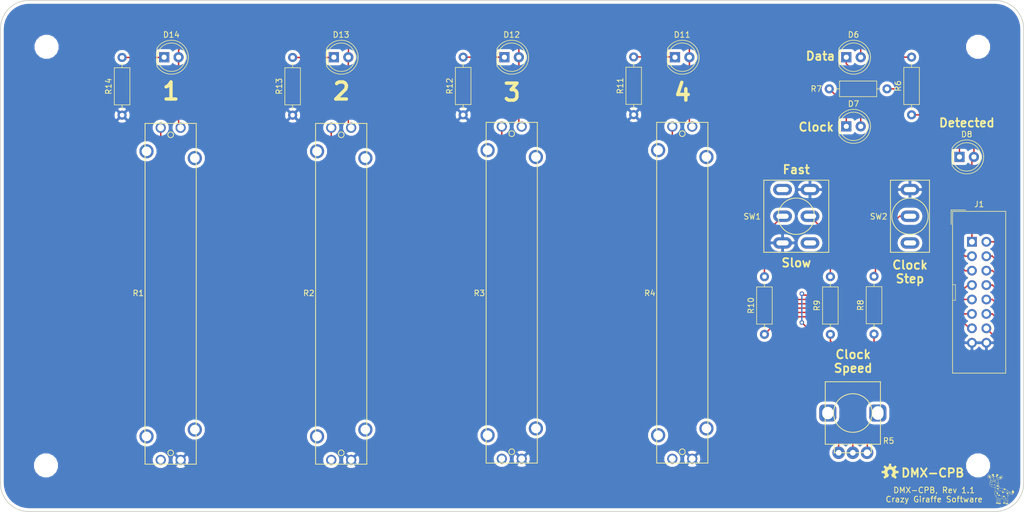
<source format=kicad_pcb>
(kicad_pcb (version 20171130) (host pcbnew "(5.0.0)")

  (general
    (thickness 1.6)
    (drawings 115)
    (tracks 162)
    (zones 0)
    (modules 30)
    (nets 28)
  )

  (page A4)
  (title_block
    (title "DMX Demonstrator - Control-Pro (DMX-CPB)")
    (date 2020-09-25)
    (rev 1.1)
    (company "Crazy Giraffe Software")
    (comment 2 "Designed by: SparkyBobo")
    (comment 3 https://creativecommons.org/licenses/by-sa/4.0/)
    (comment 4 "Released under the Creative Commons Attribution Share-Alike 4.0m License")
  )

  (layers
    (0 F.Cu signal)
    (31 B.Cu signal)
    (32 B.Adhes user hide)
    (33 F.Adhes user hide)
    (34 B.Paste user hide)
    (35 F.Paste user hide)
    (36 B.SilkS user)
    (37 F.SilkS user)
    (38 B.Mask user hide)
    (39 F.Mask user hide)
    (40 Dwgs.User user)
    (41 Cmts.User user hide)
    (42 Eco1.User user hide)
    (43 Eco2.User user hide)
    (44 Edge.Cuts user)
    (45 Margin user hide)
    (46 B.CrtYd user hide)
    (47 F.CrtYd user hide)
    (48 B.Fab user hide)
    (49 F.Fab user hide)
  )

  (setup
    (last_trace_width 0.25)
    (trace_clearance 0.2)
    (zone_clearance 0.508)
    (zone_45_only no)
    (trace_min 0.2)
    (segment_width 0.1)
    (edge_width 0.1524)
    (via_size 0.8)
    (via_drill 0.4)
    (via_min_size 0.4)
    (via_min_drill 0.3)
    (uvia_size 0.3)
    (uvia_drill 0.1)
    (uvias_allowed no)
    (uvia_min_size 0.2)
    (uvia_min_drill 0.1)
    (pcb_text_width 0.3)
    (pcb_text_size 1.5 1.5)
    (mod_edge_width 0.15)
    (mod_text_size 1 1)
    (mod_text_width 0.15)
    (pad_size 3.302 2)
    (pad_drill 2.159)
    (pad_to_mask_clearance 0.2)
    (aux_axis_origin 0 0)
    (visible_elements 7FFFFFFF)
    (pcbplotparams
      (layerselection 0x010fc_ffffffff)
      (usegerberextensions false)
      (usegerberattributes false)
      (usegerberadvancedattributes false)
      (creategerberjobfile false)
      (excludeedgelayer true)
      (linewidth 0.100000)
      (plotframeref false)
      (viasonmask false)
      (mode 1)
      (useauxorigin false)
      (hpglpennumber 1)
      (hpglpenspeed 20)
      (hpglpendiameter 15.000000)
      (psnegative false)
      (psa4output false)
      (plotreference true)
      (plotvalue true)
      (plotinvisibletext false)
      (padsonsilk false)
      (subtractmaskfromsilk false)
      (outputformat 1)
      (mirror false)
      (drillshape 1)
      (scaleselection 1)
      (outputdirectory ""))
  )

  (net 0 "")
  (net 1 GND)
  (net 2 "Net-(J1-Pad6)")
  (net 3 "Net-(J1-Pad8)")
  (net 4 +5V)
  (net 5 "Net-(J1-Pad2)")
  (net 6 "Net-(J1-Pad3)")
  (net 7 "Net-(J1-Pad4)")
  (net 8 "Net-(J1-Pad5)")
  (net 9 "Net-(J1-Pad7)")
  (net 10 "Net-(J1-Pad9)")
  (net 11 "Net-(J1-Pad10)")
  (net 12 "Net-(SW2-Pad1)")
  (net 13 "Net-(J1-Pad12)")
  (net 14 "Net-(D7-Pad1)")
  (net 15 "Net-(D6-Pad1)")
  (net 16 "Net-(J1-Pad14)")
  (net 17 "Net-(J1-Pad11)")
  (net 18 "Net-(J1-Pad13)")
  (net 19 "Net-(D14-Pad1)")
  (net 20 "Net-(D13-Pad1)")
  (net 21 "Net-(D12-Pad1)")
  (net 22 "Net-(D11-Pad1)")
  (net 23 "Net-(R10-Pad2)")
  (net 24 "Net-(D8-Pad1)")
  (net 25 "Net-(R9-Pad2)")
  (net 26 "Net-(SW1-Pad1)")
  (net 27 "Net-(SW1-Pad6)")

  (net_class Default "This is the default net class."
    (clearance 0.2)
    (trace_width 0.25)
    (via_dia 0.8)
    (via_drill 0.4)
    (uvia_dia 0.3)
    (uvia_drill 0.1)
    (add_net +5V)
    (add_net GND)
    (add_net "Net-(D11-Pad1)")
    (add_net "Net-(D12-Pad1)")
    (add_net "Net-(D13-Pad1)")
    (add_net "Net-(D14-Pad1)")
    (add_net "Net-(D6-Pad1)")
    (add_net "Net-(D7-Pad1)")
    (add_net "Net-(D8-Pad1)")
    (add_net "Net-(J1-Pad10)")
    (add_net "Net-(J1-Pad11)")
    (add_net "Net-(J1-Pad12)")
    (add_net "Net-(J1-Pad13)")
    (add_net "Net-(J1-Pad14)")
    (add_net "Net-(J1-Pad2)")
    (add_net "Net-(J1-Pad3)")
    (add_net "Net-(J1-Pad4)")
    (add_net "Net-(J1-Pad5)")
    (add_net "Net-(J1-Pad6)")
    (add_net "Net-(J1-Pad7)")
    (add_net "Net-(J1-Pad8)")
    (add_net "Net-(J1-Pad9)")
    (add_net "Net-(R10-Pad2)")
    (add_net "Net-(R9-Pad2)")
    (add_net "Net-(SW1-Pad1)")
    (add_net "Net-(SW1-Pad6)")
    (add_net "Net-(SW2-Pad1)")
  )

  (module Resistor_THT:R_Axial_DIN0207_L6.3mm_D2.5mm_P10.16mm_Horizontal (layer F.Cu) (tedit 5AE5139B) (tstamp 5F99D885)
    (at 210 108 90)
    (descr "Resistor, Axial_DIN0207 series, Axial, Horizontal, pin pitch=10.16mm, 0.25W = 1/4W, length*diameter=6.3*2.5mm^2, http://cdn-reichelt.de/documents/datenblatt/B400/1_4W%23YAG.pdf")
    (tags "Resistor Axial_DIN0207 series Axial Horizontal pin pitch 10.16mm 0.25W = 1/4W length 6.3mm diameter 2.5mm")
    (path /5F66157A)
    (fp_text reference R9 (at 5.08 -2.37 90) (layer F.SilkS)
      (effects (font (size 1 1) (thickness 0.15)))
    )
    (fp_text value 330 (at 5.08 2.37 90) (layer F.Fab)
      (effects (font (size 1 1) (thickness 0.15)))
    )
    (fp_line (start 1.93 -1.25) (end 1.93 1.25) (layer F.Fab) (width 0.1))
    (fp_line (start 1.93 1.25) (end 8.23 1.25) (layer F.Fab) (width 0.1))
    (fp_line (start 8.23 1.25) (end 8.23 -1.25) (layer F.Fab) (width 0.1))
    (fp_line (start 8.23 -1.25) (end 1.93 -1.25) (layer F.Fab) (width 0.1))
    (fp_line (start 0 0) (end 1.93 0) (layer F.Fab) (width 0.1))
    (fp_line (start 10.16 0) (end 8.23 0) (layer F.Fab) (width 0.1))
    (fp_line (start 1.81 -1.37) (end 1.81 1.37) (layer F.SilkS) (width 0.12))
    (fp_line (start 1.81 1.37) (end 8.35 1.37) (layer F.SilkS) (width 0.12))
    (fp_line (start 8.35 1.37) (end 8.35 -1.37) (layer F.SilkS) (width 0.12))
    (fp_line (start 8.35 -1.37) (end 1.81 -1.37) (layer F.SilkS) (width 0.12))
    (fp_line (start 1.04 0) (end 1.81 0) (layer F.SilkS) (width 0.12))
    (fp_line (start 9.12 0) (end 8.35 0) (layer F.SilkS) (width 0.12))
    (fp_line (start -1.05 -1.5) (end -1.05 1.5) (layer F.CrtYd) (width 0.05))
    (fp_line (start -1.05 1.5) (end 11.21 1.5) (layer F.CrtYd) (width 0.05))
    (fp_line (start 11.21 1.5) (end 11.21 -1.5) (layer F.CrtYd) (width 0.05))
    (fp_line (start 11.21 -1.5) (end -1.05 -1.5) (layer F.CrtYd) (width 0.05))
    (fp_text user %R (at 5.08 0 90) (layer F.Fab)
      (effects (font (size 1 1) (thickness 0.15)))
    )
    (pad 1 thru_hole circle (at 0 0 90) (size 1.6 1.6) (drill 0.8) (layers *.Cu *.Mask)
      (net 11 "Net-(J1-Pad10)"))
    (pad 2 thru_hole oval (at 10.16 0 90) (size 1.6 1.6) (drill 0.8) (layers *.Cu *.Mask)
      (net 25 "Net-(R9-Pad2)"))
    (model ${KISYS3DMOD}/Resistor_THT.3dshapes/R_Axial_DIN0207_L6.3mm_D2.5mm_P10.16mm_Horizontal.wrl
      (at (xyz 0 0 0))
      (scale (xyz 1 1 1))
      (rotate (xyz 0 0 0))
    )
  )

  (module footprints:BOURNS_PTA4543 (layer F.Cu) (tedit 5F62B30E) (tstamp 5F99D084)
    (at 123.94574 100.86392 180)
    (path /6856B4A4)
    (fp_text reference R2 (at 5.69574 0.11392 180) (layer F.SilkS)
      (effects (font (size 1 1) (thickness 0.15)))
    )
    (fp_text value 10k (at 0 -0.5 180) (layer F.Fab)
      (effects (font (size 1 1) (thickness 0.15)))
    )
    (fp_line (start 0 -30) (end 4.5 -30) (layer F.SilkS) (width 0.15))
    (fp_line (start 4.5 -30) (end 4.5 30) (layer F.SilkS) (width 0.15))
    (fp_line (start 4.5 30) (end -4.5 30) (layer F.SilkS) (width 0.15))
    (fp_line (start -4.5 30) (end -4.5 -30) (layer F.SilkS) (width 0.15))
    (fp_line (start -4.5 -30) (end 0 -30) (layer F.SilkS) (width 0.15))
    (fp_circle (center 0 -28) (end 0.5 -28) (layer F.SilkS) (width 0.15))
    (fp_circle (center 0 28) (end 0.5 28) (layer F.SilkS) (width 0.15))
    (fp_line (start 1 0) (end 1 -22.5) (layer F.Fab) (width 0.15))
    (fp_line (start 1 -22.5) (end -1 -22.5) (layer F.Fab) (width 0.15))
    (fp_line (start -1 -22.5) (end -1 22.5) (layer F.Fab) (width 0.15))
    (fp_line (start -1 22.5) (end 1 22.5) (layer F.Fab) (width 0.15))
    (fp_line (start 1 22.5) (end 1 0) (layer F.Fab) (width 0.15))
    (fp_line (start 5.5 30.15) (end -5.5 30.15) (layer F.CrtYd) (width 0.15))
    (fp_line (start -5.5 30.15) (end -5.5 -30.15) (layer F.CrtYd) (width 0.15))
    (fp_line (start -5.5 -30.15) (end 5.5 -30.15) (layer F.CrtYd) (width 0.15))
    (fp_line (start 5.5 30.15) (end 5.5 -30.15) (layer F.CrtYd) (width 0.15))
    (pad 1 thru_hole circle (at -1.75 29.25 180) (size 1.8 1.8) (drill 1.2) (layers *.Cu *.Mask)
      (net 4 +5V))
    (pad 2 thru_hole circle (at 1.75 29.25 180) (size 1.8 1.8) (drill 1.2) (layers *.Cu *.Mask)
      (net 17 "Net-(J1-Pad11)"))
    (pad 3 thru_hole circle (at -1.75 -29.25 180) (size 1.8 1.8) (drill 1.2) (layers *.Cu *.Mask)
      (net 1 GND))
    (pad 4 thru_hole circle (at 1.75 -29.25 180) (size 1.8 1.8) (drill 1.2) (layers *.Cu *.Mask))
    (pad 5 thru_hole circle (at -4.25 23.9 180) (size 2.5 2.5) (drill 1.7) (layers *.Cu *.Mask))
    (pad 6 thru_hole circle (at 4.25 25.1 180) (size 2.5 2.5) (drill 1.7) (layers *.Cu *.Mask))
    (pad 7 thru_hole circle (at -4.25 -23.9 180) (size 2.5 2.5) (drill 1.7) (layers *.Cu *.Mask))
    (pad 8 thru_hole circle (at 4.25 -25.1 180) (size 2.5 2.5) (drill 1.7) (layers *.Cu *.Mask))
  )

  (module Resistor_THT:R_Axial_DIN0207_L6.3mm_D2.5mm_P10.16mm_Horizontal (layer F.Cu) (tedit 5AE5139B) (tstamp 5F709D46)
    (at 85.4 69.4 90)
    (descr "Resistor, Axial_DIN0207 series, Axial, Horizontal, pin pitch=10.16mm, 0.25W = 1/4W, length*diameter=6.3*2.5mm^2, http://cdn-reichelt.de/documents/datenblatt/B400/1_4W%23YAG.pdf")
    (tags "Resistor Axial_DIN0207 series Axial Horizontal pin pitch 10.16mm 0.25W = 1/4W length 6.3mm diameter 2.5mm")
    (path /5F5CB875)
    (fp_text reference R14 (at 5.08 -2.37 90) (layer F.SilkS)
      (effects (font (size 1 1) (thickness 0.15)))
    )
    (fp_text value 330 (at 5.08 2.37 90) (layer F.Fab)
      (effects (font (size 1 1) (thickness 0.15)))
    )
    (fp_line (start 1.93 -1.25) (end 1.93 1.25) (layer F.Fab) (width 0.1))
    (fp_line (start 1.93 1.25) (end 8.23 1.25) (layer F.Fab) (width 0.1))
    (fp_line (start 8.23 1.25) (end 8.23 -1.25) (layer F.Fab) (width 0.1))
    (fp_line (start 8.23 -1.25) (end 1.93 -1.25) (layer F.Fab) (width 0.1))
    (fp_line (start 0 0) (end 1.93 0) (layer F.Fab) (width 0.1))
    (fp_line (start 10.16 0) (end 8.23 0) (layer F.Fab) (width 0.1))
    (fp_line (start 1.81 -1.37) (end 1.81 1.37) (layer F.SilkS) (width 0.12))
    (fp_line (start 1.81 1.37) (end 8.35 1.37) (layer F.SilkS) (width 0.12))
    (fp_line (start 8.35 1.37) (end 8.35 -1.37) (layer F.SilkS) (width 0.12))
    (fp_line (start 8.35 -1.37) (end 1.81 -1.37) (layer F.SilkS) (width 0.12))
    (fp_line (start 1.04 0) (end 1.81 0) (layer F.SilkS) (width 0.12))
    (fp_line (start 9.12 0) (end 8.35 0) (layer F.SilkS) (width 0.12))
    (fp_line (start -1.05 -1.5) (end -1.05 1.5) (layer F.CrtYd) (width 0.05))
    (fp_line (start -1.05 1.5) (end 11.21 1.5) (layer F.CrtYd) (width 0.05))
    (fp_line (start 11.21 1.5) (end 11.21 -1.5) (layer F.CrtYd) (width 0.05))
    (fp_line (start 11.21 -1.5) (end -1.05 -1.5) (layer F.CrtYd) (width 0.05))
    (fp_text user %R (at 5.08 0 90) (layer F.Fab)
      (effects (font (size 1 1) (thickness 0.15)))
    )
    (pad 1 thru_hole circle (at 0 0 90) (size 1.6 1.6) (drill 0.8) (layers *.Cu *.Mask)
      (net 1 GND))
    (pad 2 thru_hole oval (at 10.16 0 90) (size 1.6 1.6) (drill 0.8) (layers *.Cu *.Mask)
      (net 19 "Net-(D14-Pad1)"))
    (model ${KISYS3DMOD}/Resistor_THT.3dshapes/R_Axial_DIN0207_L6.3mm_D2.5mm_P10.16mm_Horizontal.wrl
      (at (xyz 0 0 0))
      (scale (xyz 1 1 1))
      (rotate (xyz 0 0 0))
    )
  )

  (module footprints:BOURNS_PTA4543 (layer F.Cu) (tedit 5F62B30E) (tstamp 5F99D09F)
    (at 93.94574 100.86392 180)
    (path /68572285)
    (fp_text reference R1 (at 5.69574 0.11392 180) (layer F.SilkS)
      (effects (font (size 1 1) (thickness 0.15)))
    )
    (fp_text value 10k (at 0 -0.5 180) (layer F.Fab)
      (effects (font (size 1 1) (thickness 0.15)))
    )
    (fp_line (start 5.5 30.15) (end 5.5 -30.15) (layer F.CrtYd) (width 0.15))
    (fp_line (start -5.5 -30.15) (end 5.5 -30.15) (layer F.CrtYd) (width 0.15))
    (fp_line (start -5.5 30.15) (end -5.5 -30.15) (layer F.CrtYd) (width 0.15))
    (fp_line (start 5.5 30.15) (end -5.5 30.15) (layer F.CrtYd) (width 0.15))
    (fp_line (start 1 22.5) (end 1 0) (layer F.Fab) (width 0.15))
    (fp_line (start -1 22.5) (end 1 22.5) (layer F.Fab) (width 0.15))
    (fp_line (start -1 -22.5) (end -1 22.5) (layer F.Fab) (width 0.15))
    (fp_line (start 1 -22.5) (end -1 -22.5) (layer F.Fab) (width 0.15))
    (fp_line (start 1 0) (end 1 -22.5) (layer F.Fab) (width 0.15))
    (fp_circle (center 0 28) (end 0.5 28) (layer F.SilkS) (width 0.15))
    (fp_circle (center 0 -28) (end 0.5 -28) (layer F.SilkS) (width 0.15))
    (fp_line (start -4.5 -30) (end 0 -30) (layer F.SilkS) (width 0.15))
    (fp_line (start -4.5 30) (end -4.5 -30) (layer F.SilkS) (width 0.15))
    (fp_line (start 4.5 30) (end -4.5 30) (layer F.SilkS) (width 0.15))
    (fp_line (start 4.5 -30) (end 4.5 30) (layer F.SilkS) (width 0.15))
    (fp_line (start 0 -30) (end 4.5 -30) (layer F.SilkS) (width 0.15))
    (pad 8 thru_hole circle (at 4.25 -25.1 180) (size 2.5 2.5) (drill 1.7) (layers *.Cu *.Mask))
    (pad 7 thru_hole circle (at -4.25 -23.9 180) (size 2.5 2.5) (drill 1.7) (layers *.Cu *.Mask))
    (pad 6 thru_hole circle (at 4.25 25.1 180) (size 2.5 2.5) (drill 1.7) (layers *.Cu *.Mask))
    (pad 5 thru_hole circle (at -4.25 23.9 180) (size 2.5 2.5) (drill 1.7) (layers *.Cu *.Mask))
    (pad 4 thru_hole circle (at 1.75 -29.25 180) (size 1.8 1.8) (drill 1.2) (layers *.Cu *.Mask))
    (pad 3 thru_hole circle (at -1.75 -29.25 180) (size 1.8 1.8) (drill 1.2) (layers *.Cu *.Mask)
      (net 1 GND))
    (pad 2 thru_hole circle (at 1.75 29.25 180) (size 1.8 1.8) (drill 1.2) (layers *.Cu *.Mask)
      (net 18 "Net-(J1-Pad13)"))
    (pad 1 thru_hole circle (at -1.75 29.25 180) (size 1.8 1.8) (drill 1.2) (layers *.Cu *.Mask)
      (net 4 +5V))
  )

  (module footprints:BOURNS_PTA4543 (layer F.Cu) (tedit 5F62B30E) (tstamp 5F99D069)
    (at 183.94574 100.66392 180)
    (path /6841DDA3)
    (fp_text reference R4 (at 5.69574 -0.08608 180) (layer F.SilkS)
      (effects (font (size 1 1) (thickness 0.15)))
    )
    (fp_text value 10k (at 0 -0.5 180) (layer F.Fab)
      (effects (font (size 1 1) (thickness 0.15)))
    )
    (fp_line (start 5.5 30.15) (end 5.5 -30.15) (layer F.CrtYd) (width 0.15))
    (fp_line (start -5.5 -30.15) (end 5.5 -30.15) (layer F.CrtYd) (width 0.15))
    (fp_line (start -5.5 30.15) (end -5.5 -30.15) (layer F.CrtYd) (width 0.15))
    (fp_line (start 5.5 30.15) (end -5.5 30.15) (layer F.CrtYd) (width 0.15))
    (fp_line (start 1 22.5) (end 1 0) (layer F.Fab) (width 0.15))
    (fp_line (start -1 22.5) (end 1 22.5) (layer F.Fab) (width 0.15))
    (fp_line (start -1 -22.5) (end -1 22.5) (layer F.Fab) (width 0.15))
    (fp_line (start 1 -22.5) (end -1 -22.5) (layer F.Fab) (width 0.15))
    (fp_line (start 1 0) (end 1 -22.5) (layer F.Fab) (width 0.15))
    (fp_circle (center 0 28) (end 0.5 28) (layer F.SilkS) (width 0.15))
    (fp_circle (center 0 -28) (end 0.5 -28) (layer F.SilkS) (width 0.15))
    (fp_line (start -4.5 -30) (end 0 -30) (layer F.SilkS) (width 0.15))
    (fp_line (start -4.5 30) (end -4.5 -30) (layer F.SilkS) (width 0.15))
    (fp_line (start 4.5 30) (end -4.5 30) (layer F.SilkS) (width 0.15))
    (fp_line (start 4.5 -30) (end 4.5 30) (layer F.SilkS) (width 0.15))
    (fp_line (start 0 -30) (end 4.5 -30) (layer F.SilkS) (width 0.15))
    (pad 8 thru_hole circle (at 4.25 -25.1 180) (size 2.5 2.5) (drill 1.7) (layers *.Cu *.Mask))
    (pad 7 thru_hole circle (at -4.25 -23.9 180) (size 2.5 2.5) (drill 1.7) (layers *.Cu *.Mask))
    (pad 6 thru_hole circle (at 4.25 25.1 180) (size 2.5 2.5) (drill 1.7) (layers *.Cu *.Mask))
    (pad 5 thru_hole circle (at -4.25 23.9 180) (size 2.5 2.5) (drill 1.7) (layers *.Cu *.Mask))
    (pad 4 thru_hole circle (at 1.75 -29.25 180) (size 1.8 1.8) (drill 1.2) (layers *.Cu *.Mask))
    (pad 3 thru_hole circle (at -1.75 -29.25 180) (size 1.8 1.8) (drill 1.2) (layers *.Cu *.Mask)
      (net 1 GND))
    (pad 2 thru_hole circle (at 1.75 29.25 180) (size 1.8 1.8) (drill 1.2) (layers *.Cu *.Mask)
      (net 9 "Net-(J1-Pad7)"))
    (pad 1 thru_hole circle (at -1.75 29.25 180) (size 1.8 1.8) (drill 1.2) (layers *.Cu *.Mask)
      (net 4 +5V))
  )

  (module footprints:BOURNS_PTA4543 (layer F.Cu) (tedit 5F62B30E) (tstamp 5F99D04E)
    (at 153.94574 100.66392 180)
    (path /6856B32E)
    (fp_text reference R3 (at 5.69574 -0.08608 180) (layer F.SilkS)
      (effects (font (size 1 1) (thickness 0.15)))
    )
    (fp_text value 10k (at 0 -0.5 180) (layer F.Fab)
      (effects (font (size 1 1) (thickness 0.15)))
    )
    (fp_line (start 0 -30) (end 4.5 -30) (layer F.SilkS) (width 0.15))
    (fp_line (start 4.5 -30) (end 4.5 30) (layer F.SilkS) (width 0.15))
    (fp_line (start 4.5 30) (end -4.5 30) (layer F.SilkS) (width 0.15))
    (fp_line (start -4.5 30) (end -4.5 -30) (layer F.SilkS) (width 0.15))
    (fp_line (start -4.5 -30) (end 0 -30) (layer F.SilkS) (width 0.15))
    (fp_circle (center 0 -28) (end 0.5 -28) (layer F.SilkS) (width 0.15))
    (fp_circle (center 0 28) (end 0.5 28) (layer F.SilkS) (width 0.15))
    (fp_line (start 1 0) (end 1 -22.5) (layer F.Fab) (width 0.15))
    (fp_line (start 1 -22.5) (end -1 -22.5) (layer F.Fab) (width 0.15))
    (fp_line (start -1 -22.5) (end -1 22.5) (layer F.Fab) (width 0.15))
    (fp_line (start -1 22.5) (end 1 22.5) (layer F.Fab) (width 0.15))
    (fp_line (start 1 22.5) (end 1 0) (layer F.Fab) (width 0.15))
    (fp_line (start 5.5 30.15) (end -5.5 30.15) (layer F.CrtYd) (width 0.15))
    (fp_line (start -5.5 30.15) (end -5.5 -30.15) (layer F.CrtYd) (width 0.15))
    (fp_line (start -5.5 -30.15) (end 5.5 -30.15) (layer F.CrtYd) (width 0.15))
    (fp_line (start 5.5 30.15) (end 5.5 -30.15) (layer F.CrtYd) (width 0.15))
    (pad 1 thru_hole circle (at -1.75 29.25 180) (size 1.8 1.8) (drill 1.2) (layers *.Cu *.Mask)
      (net 4 +5V))
    (pad 2 thru_hole circle (at 1.75 29.25 180) (size 1.8 1.8) (drill 1.2) (layers *.Cu *.Mask)
      (net 10 "Net-(J1-Pad9)"))
    (pad 3 thru_hole circle (at -1.75 -29.25 180) (size 1.8 1.8) (drill 1.2) (layers *.Cu *.Mask)
      (net 1 GND))
    (pad 4 thru_hole circle (at 1.75 -29.25 180) (size 1.8 1.8) (drill 1.2) (layers *.Cu *.Mask))
    (pad 5 thru_hole circle (at -4.25 23.9 180) (size 2.5 2.5) (drill 1.7) (layers *.Cu *.Mask))
    (pad 6 thru_hole circle (at 4.25 25.1 180) (size 2.5 2.5) (drill 1.7) (layers *.Cu *.Mask))
    (pad 7 thru_hole circle (at -4.25 -23.9 180) (size 2.5 2.5) (drill 1.7) (layers *.Cu *.Mask))
    (pad 8 thru_hole circle (at 4.25 -25.1 180) (size 2.5 2.5) (drill 1.7) (layers *.Cu *.Mask))
  )

  (module footprints:BOURNS_PTV09A_1 (layer F.Cu) (tedit 5F62B2B8) (tstamp 5F99D03A)
    (at 213.95 121.85)
    (path /6BF51D50)
    (fp_text reference R5 (at 6.3 4.9) (layer F.SilkS)
      (effects (font (size 1 1) (thickness 0.15)))
    )
    (fp_text value 10k (at 0 -0.5) (layer F.Fab)
      (effects (font (size 1 1) (thickness 0.15)))
    )
    (fp_line (start -3.25 7) (end -3.25 5.5) (layer F.SilkS) (width 0.15))
    (fp_line (start 3.25 7) (end 3.25 5.5) (layer F.SilkS) (width 0.15))
    (fp_line (start -3.25 7) (end 3.25 7) (layer F.SilkS) (width 0.15))
    (fp_circle (center 0 0) (end 3.4 0) (layer F.SilkS) (width 0.15))
    (fp_line (start -4.85 -5.5) (end 4.85 -5.5) (layer F.SilkS) (width 0.15))
    (fp_line (start 4.85 -5.5) (end 4.85 5.5) (layer F.SilkS) (width 0.15))
    (fp_line (start 4.85 5.5) (end -4.85 5.5) (layer F.SilkS) (width 0.15))
    (fp_line (start -4.85 5.5) (end -4.85 -5.5) (layer F.SilkS) (width 0.15))
    (fp_line (start -6 -6) (end 6 -6) (layer F.CrtYd) (width 0.15))
    (fp_line (start 6 -6) (end 6 8.5) (layer F.CrtYd) (width 0.15))
    (fp_line (start 6 8.5) (end -6 8.5) (layer F.CrtYd) (width 0.15))
    (fp_line (start -6 8.5) (end -6 -6) (layer F.CrtYd) (width 0.15))
    (pad 1 thru_hole circle (at -2.5 7) (size 2.2 2.2) (drill 1) (layers *.Cu *.Mask)
      (net 2 "Net-(J1-Pad6)"))
    (pad 2 thru_hole circle (at 0 7) (size 2.2 2.2) (drill 1) (layers *.Cu *.Mask)
      (net 7 "Net-(J1-Pad4)"))
    (pad 3 thru_hole circle (at 2.5 7) (size 2.2 2.2) (drill 1.2) (layers *.Cu *.Mask)
      (net 5 "Net-(J1-Pad2)"))
    (pad 4 thru_hole roundrect (at -4.4 0) (size 3 3) (drill oval 2 2.2) (layers *.Cu *.Mask) (roundrect_rratio 0.25))
    (pad 5 thru_hole roundrect (at 4.4 0) (size 3 3) (drill oval 2 2.4) (layers *.Cu *.Mask) (roundrect_rratio 0.25))
  )

  (module footprints:ESWITCH_100_DPDT_M1 (layer F.Cu) (tedit 5F6FA4A7) (tstamp 5F7E6DEC)
    (at 204 87.2 180)
    (path /5F35D083)
    (fp_text reference SW1 (at 7.75 -0.05 180) (layer F.SilkS)
      (effects (font (size 1 1) (thickness 0.15)))
    )
    (fp_text value CLOCK_SPEED (at 0 -0.5 180) (layer F.Fab)
      (effects (font (size 1 1) (thickness 0.15)))
    )
    (fp_line (start -5.715 -6.35) (end 5.715 -6.35) (layer F.SilkS) (width 0.15))
    (fp_line (start 5.715 -6.35) (end 5.715 6.35) (layer F.SilkS) (width 0.15))
    (fp_line (start 5.715 6.35) (end -5.715 6.35) (layer F.SilkS) (width 0.15))
    (fp_line (start -5.715 6.35) (end -5.715 -6.35) (layer F.SilkS) (width 0.15))
    (fp_circle (center 0 0) (end 3.175 0.4318) (layer F.SilkS) (width 0.15))
    (fp_line (start -5.842 -6.604) (end 5.842 -6.604) (layer F.CrtYd) (width 0.15))
    (fp_line (start 5.842 -6.604) (end 5.842 6.604) (layer F.CrtYd) (width 0.15))
    (fp_line (start 5.842 6.604) (end -5.842 6.604) (layer F.CrtYd) (width 0.15))
    (fp_line (start -5.842 6.604) (end -5.842 -6.5786) (layer F.CrtYd) (width 0.15))
    (pad 1 thru_hole oval (at -2.413 -4.699 180) (size 3.302 2) (drill oval 2.159 0.9) (layers *.Cu *.Mask)
      (net 26 "Net-(SW1-Pad1)"))
    (pad 2 thru_hole oval (at -2.413 0 180) (size 3.302 2) (drill oval 2.159 0.9) (layers *.Cu *.Mask)
      (net 25 "Net-(R9-Pad2)"))
    (pad 3 thru_hole oval (at -2.413 4.699 180) (size 3.302 2) (drill oval 2.159 0.9) (layers *.Cu *.Mask)
      (net 1 GND))
    (pad 4 thru_hole oval (at 2.413 -4.699 180) (size 3.302 2) (drill oval 2.159 0.9) (layers *.Cu *.Mask)
      (net 1 GND))
    (pad 5 thru_hole oval (at 2.413 0 180) (size 3.302 2) (drill oval 2.159 0.9) (layers *.Cu *.Mask)
      (net 23 "Net-(R10-Pad2)"))
    (pad 6 thru_hole oval (at 2.413 4.699 180) (size 3.302 2) (drill oval 2.159 0.9) (layers *.Cu *.Mask)
      (net 27 "Net-(SW1-Pad6)"))
  )

  (module footprints:ESWITCH_100_SPDT_M1 (layer F.Cu) (tedit 5F6FA4D5) (tstamp 5F7E6DDD)
    (at 224 87.2 180)
    (path /5F567A78)
    (fp_text reference SW2 (at 5.5 -0.05 180) (layer F.SilkS)
      (effects (font (size 1 1) (thickness 0.15)))
    )
    (fp_text value CLOCK_STEP (at 0 -0.5 180) (layer F.Fab)
      (effects (font (size 1 1) (thickness 0.15)))
    )
    (fp_line (start 3.429 -6.35) (end -3.429 -6.35) (layer F.SilkS) (width 0.15))
    (fp_line (start 3.429 6.35) (end 3.429 -6.35) (layer F.SilkS) (width 0.15))
    (fp_line (start 3.429 6.35) (end -3.429 6.35) (layer F.SilkS) (width 0.15))
    (fp_line (start -3.429 6.35) (end -3.429 -6.35) (layer F.SilkS) (width 0.15))
    (fp_line (start -3.556 -6.604) (end 3.556 -6.604) (layer F.CrtYd) (width 0.15))
    (fp_line (start 3.556 -6.604) (end 3.556 6.604) (layer F.CrtYd) (width 0.15))
    (fp_line (start 3.556 6.604) (end -3.556 6.604) (layer F.CrtYd) (width 0.15))
    (fp_line (start -3.556 6.604) (end -3.556 -6.5786) (layer F.CrtYd) (width 0.15))
    (fp_circle (center 0 0) (end 3.175 0.381) (layer F.SilkS) (width 0.15))
    (pad 1 thru_hole oval (at 0 -4.699 180) (size 3.302 2) (drill oval 2.159 0.9) (layers *.Cu *.Mask)
      (net 12 "Net-(SW2-Pad1)"))
    (pad 2 thru_hole oval (at 0 0 180) (size 3.302 2) (drill oval 2.159 0.9) (layers *.Cu *.Mask)
      (net 3 "Net-(J1-Pad8)"))
    (pad 3 thru_hole oval (at 0 4.699 180) (size 3.302 2) (drill oval 2.159 0.9) (layers *.Cu *.Mask)
      (net 1 GND))
  )

  (module Connector_IDC:IDC-Header_2x08_P2.54mm_Vertical (layer F.Cu) (tedit 59DE0341) (tstamp 5F709ED8)
    (at 234.9 91.7)
    (descr "Through hole straight IDC box header, 2x08, 2.54mm pitch, double rows")
    (tags "Through hole IDC box header THT 2x08 2.54mm double row")
    (path /5F560541)
    (fp_text reference J1 (at 1.27 -6.604) (layer F.SilkS)
      (effects (font (size 1 1) (thickness 0.15)))
    )
    (fp_text value OUTPUT (at 1.27 24.384) (layer F.Fab)
      (effects (font (size 1 1) (thickness 0.15)))
    )
    (fp_text user %R (at 1.27 8.89) (layer F.Fab)
      (effects (font (size 1 1) (thickness 0.15)))
    )
    (fp_line (start 5.695 -5.1) (end 5.695 22.88) (layer F.Fab) (width 0.1))
    (fp_line (start 5.145 -4.56) (end 5.145 22.32) (layer F.Fab) (width 0.1))
    (fp_line (start -3.155 -5.1) (end -3.155 22.88) (layer F.Fab) (width 0.1))
    (fp_line (start -2.605 -4.56) (end -2.605 6.64) (layer F.Fab) (width 0.1))
    (fp_line (start -2.605 11.14) (end -2.605 22.32) (layer F.Fab) (width 0.1))
    (fp_line (start -2.605 6.64) (end -3.155 6.64) (layer F.Fab) (width 0.1))
    (fp_line (start -2.605 11.14) (end -3.155 11.14) (layer F.Fab) (width 0.1))
    (fp_line (start 5.695 -5.1) (end -3.155 -5.1) (layer F.Fab) (width 0.1))
    (fp_line (start 5.145 -4.56) (end -2.605 -4.56) (layer F.Fab) (width 0.1))
    (fp_line (start 5.695 22.88) (end -3.155 22.88) (layer F.Fab) (width 0.1))
    (fp_line (start 5.145 22.32) (end -2.605 22.32) (layer F.Fab) (width 0.1))
    (fp_line (start 5.695 -5.1) (end 5.145 -4.56) (layer F.Fab) (width 0.1))
    (fp_line (start 5.695 22.88) (end 5.145 22.32) (layer F.Fab) (width 0.1))
    (fp_line (start -3.155 -5.1) (end -2.605 -4.56) (layer F.Fab) (width 0.1))
    (fp_line (start -3.155 22.88) (end -2.605 22.32) (layer F.Fab) (width 0.1))
    (fp_line (start 5.95 -5.35) (end 5.95 23.13) (layer F.CrtYd) (width 0.05))
    (fp_line (start 5.95 23.13) (end -3.41 23.13) (layer F.CrtYd) (width 0.05))
    (fp_line (start -3.41 23.13) (end -3.41 -5.35) (layer F.CrtYd) (width 0.05))
    (fp_line (start -3.41 -5.35) (end 5.95 -5.35) (layer F.CrtYd) (width 0.05))
    (fp_line (start 5.945 -5.35) (end 5.945 23.13) (layer F.SilkS) (width 0.12))
    (fp_line (start 5.945 23.13) (end -3.405 23.13) (layer F.SilkS) (width 0.12))
    (fp_line (start -3.405 23.13) (end -3.405 -5.35) (layer F.SilkS) (width 0.12))
    (fp_line (start -3.405 -5.35) (end 5.945 -5.35) (layer F.SilkS) (width 0.12))
    (fp_line (start -3.655 -5.6) (end -3.655 -3.06) (layer F.SilkS) (width 0.12))
    (fp_line (start -3.655 -5.6) (end -1.115 -5.6) (layer F.SilkS) (width 0.12))
    (pad 1 thru_hole rect (at 0 0) (size 1.7272 1.7272) (drill 1.016) (layers *.Cu *.Mask)
      (net 4 +5V))
    (pad 2 thru_hole oval (at 2.54 0) (size 1.7272 1.7272) (drill 1.016) (layers *.Cu *.Mask)
      (net 5 "Net-(J1-Pad2)"))
    (pad 3 thru_hole oval (at 0 2.54) (size 1.7272 1.7272) (drill 1.016) (layers *.Cu *.Mask)
      (net 6 "Net-(J1-Pad3)"))
    (pad 4 thru_hole oval (at 2.54 2.54) (size 1.7272 1.7272) (drill 1.016) (layers *.Cu *.Mask)
      (net 7 "Net-(J1-Pad4)"))
    (pad 5 thru_hole oval (at 0 5.08) (size 1.7272 1.7272) (drill 1.016) (layers *.Cu *.Mask)
      (net 8 "Net-(J1-Pad5)"))
    (pad 6 thru_hole oval (at 2.54 5.08) (size 1.7272 1.7272) (drill 1.016) (layers *.Cu *.Mask)
      (net 2 "Net-(J1-Pad6)"))
    (pad 7 thru_hole oval (at 0 7.62) (size 1.7272 1.7272) (drill 1.016) (layers *.Cu *.Mask)
      (net 9 "Net-(J1-Pad7)"))
    (pad 8 thru_hole oval (at 2.54 7.62) (size 1.7272 1.7272) (drill 1.016) (layers *.Cu *.Mask)
      (net 3 "Net-(J1-Pad8)"))
    (pad 9 thru_hole oval (at 0 10.16) (size 1.7272 1.7272) (drill 1.016) (layers *.Cu *.Mask)
      (net 10 "Net-(J1-Pad9)"))
    (pad 10 thru_hole oval (at 2.54 10.16) (size 1.7272 1.7272) (drill 1.016) (layers *.Cu *.Mask)
      (net 11 "Net-(J1-Pad10)"))
    (pad 11 thru_hole oval (at 0 12.7) (size 1.7272 1.7272) (drill 1.016) (layers *.Cu *.Mask)
      (net 17 "Net-(J1-Pad11)"))
    (pad 12 thru_hole oval (at 2.54 12.7) (size 1.7272 1.7272) (drill 1.016) (layers *.Cu *.Mask)
      (net 13 "Net-(J1-Pad12)"))
    (pad 13 thru_hole oval (at 0 15.24) (size 1.7272 1.7272) (drill 1.016) (layers *.Cu *.Mask)
      (net 18 "Net-(J1-Pad13)"))
    (pad 14 thru_hole oval (at 2.54 15.24) (size 1.7272 1.7272) (drill 1.016) (layers *.Cu *.Mask)
      (net 16 "Net-(J1-Pad14)"))
    (pad 15 thru_hole oval (at 0 17.78) (size 1.7272 1.7272) (drill 1.016) (layers *.Cu *.Mask)
      (net 1 GND))
    (pad 16 thru_hole oval (at 2.54 17.78) (size 1.7272 1.7272) (drill 1.016) (layers *.Cu *.Mask)
      (net 1 GND))
    (model ${KISYS3DMOD}/Connector_IDC.3dshapes/IDC-Header_2x08_P2.54mm_Vertical.wrl
      (at (xyz 0 0 0))
      (scale (xyz 1 1 1))
      (rotate (xyz 0 0 0))
    )
  )

  (module LED_THT:LED_D5.0mm (layer F.Cu) (tedit 5995936A) (tstamp 5F709ED7)
    (at 92.8 59.2)
    (descr "LED, diameter 5.0mm, 2 pins, http://cdn-reichelt.de/documents/datenblatt/A500/LL-504BC2E-009.pdf")
    (tags "LED diameter 5.0mm 2 pins")
    (path /5F559491)
    (fp_text reference D14 (at 1.27 -3.96) (layer F.SilkS)
      (effects (font (size 1 1) (thickness 0.15)))
    )
    (fp_text value DIM0 (at 1.27 3.96) (layer F.Fab)
      (effects (font (size 1 1) (thickness 0.15)))
    )
    (fp_arc (start 1.27 0) (end -1.23 -1.469694) (angle 299.1) (layer F.Fab) (width 0.1))
    (fp_arc (start 1.27 0) (end -1.29 -1.54483) (angle 148.9) (layer F.SilkS) (width 0.12))
    (fp_arc (start 1.27 0) (end -1.29 1.54483) (angle -148.9) (layer F.SilkS) (width 0.12))
    (fp_circle (center 1.27 0) (end 3.77 0) (layer F.Fab) (width 0.1))
    (fp_circle (center 1.27 0) (end 3.77 0) (layer F.SilkS) (width 0.12))
    (fp_line (start -1.23 -1.469694) (end -1.23 1.469694) (layer F.Fab) (width 0.1))
    (fp_line (start -1.29 -1.545) (end -1.29 1.545) (layer F.SilkS) (width 0.12))
    (fp_line (start -1.95 -3.25) (end -1.95 3.25) (layer F.CrtYd) (width 0.05))
    (fp_line (start -1.95 3.25) (end 4.5 3.25) (layer F.CrtYd) (width 0.05))
    (fp_line (start 4.5 3.25) (end 4.5 -3.25) (layer F.CrtYd) (width 0.05))
    (fp_line (start 4.5 -3.25) (end -1.95 -3.25) (layer F.CrtYd) (width 0.05))
    (fp_text user %R (at 1.25 0) (layer F.Fab)
      (effects (font (size 0.8 0.8) (thickness 0.2)))
    )
    (pad 1 thru_hole rect (at 0 0) (size 1.8 1.8) (drill 0.9) (layers *.Cu *.Mask)
      (net 19 "Net-(D14-Pad1)"))
    (pad 2 thru_hole circle (at 2.54 0) (size 1.8 1.8) (drill 0.9) (layers *.Cu *.Mask)
      (net 4 +5V))
    (model ${KISYS3DMOD}/LED_THT.3dshapes/LED_D5.0mm.wrl
      (at (xyz 0 0 0))
      (scale (xyz 1 1 1))
      (rotate (xyz 0 0 0))
    )
  )

  (module LED_THT:LED_D5.0mm (layer F.Cu) (tedit 5995936A) (tstamp 5F709EC5)
    (at 152.66 59.2)
    (descr "LED, diameter 5.0mm, 2 pins, http://cdn-reichelt.de/documents/datenblatt/A500/LL-504BC2E-009.pdf")
    (tags "LED diameter 5.0mm 2 pins")
    (path /5F55949F)
    (fp_text reference D12 (at 1.27 -3.96) (layer F.SilkS)
      (effects (font (size 1 1) (thickness 0.15)))
    )
    (fp_text value DIM2 (at 1.27 3.96) (layer F.Fab)
      (effects (font (size 1 1) (thickness 0.15)))
    )
    (fp_text user %R (at 1.25 0) (layer F.Fab)
      (effects (font (size 0.8 0.8) (thickness 0.2)))
    )
    (fp_line (start 4.5 -3.25) (end -1.95 -3.25) (layer F.CrtYd) (width 0.05))
    (fp_line (start 4.5 3.25) (end 4.5 -3.25) (layer F.CrtYd) (width 0.05))
    (fp_line (start -1.95 3.25) (end 4.5 3.25) (layer F.CrtYd) (width 0.05))
    (fp_line (start -1.95 -3.25) (end -1.95 3.25) (layer F.CrtYd) (width 0.05))
    (fp_line (start -1.29 -1.545) (end -1.29 1.545) (layer F.SilkS) (width 0.12))
    (fp_line (start -1.23 -1.469694) (end -1.23 1.469694) (layer F.Fab) (width 0.1))
    (fp_circle (center 1.27 0) (end 3.77 0) (layer F.SilkS) (width 0.12))
    (fp_circle (center 1.27 0) (end 3.77 0) (layer F.Fab) (width 0.1))
    (fp_arc (start 1.27 0) (end -1.29 1.54483) (angle -148.9) (layer F.SilkS) (width 0.12))
    (fp_arc (start 1.27 0) (end -1.29 -1.54483) (angle 148.9) (layer F.SilkS) (width 0.12))
    (fp_arc (start 1.27 0) (end -1.23 -1.469694) (angle 299.1) (layer F.Fab) (width 0.1))
    (pad 2 thru_hole circle (at 2.54 0) (size 1.8 1.8) (drill 0.9) (layers *.Cu *.Mask)
      (net 4 +5V))
    (pad 1 thru_hole rect (at 0 0) (size 1.8 1.8) (drill 0.9) (layers *.Cu *.Mask)
      (net 21 "Net-(D12-Pad1)"))
    (model ${KISYS3DMOD}/LED_THT.3dshapes/LED_D5.0mm.wrl
      (at (xyz 0 0 0))
      (scale (xyz 1 1 1))
      (rotate (xyz 0 0 0))
    )
  )

  (module LED_THT:LED_D5.0mm (layer F.Cu) (tedit 5995936A) (tstamp 5F709EB3)
    (at 182.66 59.2)
    (descr "LED, diameter 5.0mm, 2 pins, http://cdn-reichelt.de/documents/datenblatt/A500/LL-504BC2E-009.pdf")
    (tags "LED diameter 5.0mm 2 pins")
    (path /5F5594A6)
    (fp_text reference D11 (at 1.27 -3.96) (layer F.SilkS)
      (effects (font (size 1 1) (thickness 0.15)))
    )
    (fp_text value DIM3 (at 1.27 3.96) (layer F.Fab)
      (effects (font (size 1 1) (thickness 0.15)))
    )
    (fp_arc (start 1.27 0) (end -1.23 -1.469694) (angle 299.1) (layer F.Fab) (width 0.1))
    (fp_arc (start 1.27 0) (end -1.29 -1.54483) (angle 148.9) (layer F.SilkS) (width 0.12))
    (fp_arc (start 1.27 0) (end -1.29 1.54483) (angle -148.9) (layer F.SilkS) (width 0.12))
    (fp_circle (center 1.27 0) (end 3.77 0) (layer F.Fab) (width 0.1))
    (fp_circle (center 1.27 0) (end 3.77 0) (layer F.SilkS) (width 0.12))
    (fp_line (start -1.23 -1.469694) (end -1.23 1.469694) (layer F.Fab) (width 0.1))
    (fp_line (start -1.29 -1.545) (end -1.29 1.545) (layer F.SilkS) (width 0.12))
    (fp_line (start -1.95 -3.25) (end -1.95 3.25) (layer F.CrtYd) (width 0.05))
    (fp_line (start -1.95 3.25) (end 4.5 3.25) (layer F.CrtYd) (width 0.05))
    (fp_line (start 4.5 3.25) (end 4.5 -3.25) (layer F.CrtYd) (width 0.05))
    (fp_line (start 4.5 -3.25) (end -1.95 -3.25) (layer F.CrtYd) (width 0.05))
    (fp_text user %R (at 1.25 0) (layer F.Fab)
      (effects (font (size 0.8 0.8) (thickness 0.2)))
    )
    (pad 1 thru_hole rect (at 0 0) (size 1.8 1.8) (drill 0.9) (layers *.Cu *.Mask)
      (net 22 "Net-(D11-Pad1)"))
    (pad 2 thru_hole circle (at 2.54 0) (size 1.8 1.8) (drill 0.9) (layers *.Cu *.Mask)
      (net 4 +5V))
    (model ${KISYS3DMOD}/LED_THT.3dshapes/LED_D5.0mm.wrl
      (at (xyz 0 0 0))
      (scale (xyz 1 1 1))
      (rotate (xyz 0 0 0))
    )
  )

  (module LED_THT:LED_D5.0mm (layer F.Cu) (tedit 5995936A) (tstamp 5F709E90)
    (at 232.71 76.75)
    (descr "LED, diameter 5.0mm, 2 pins, http://cdn-reichelt.de/documents/datenblatt/A500/LL-504BC2E-009.pdf")
    (tags "LED diameter 5.0mm 2 pins")
    (path /5F5594CF)
    (fp_text reference D8 (at 1.27 -3.96) (layer F.SilkS)
      (effects (font (size 1 1) (thickness 0.15)))
    )
    (fp_text value ACTIVE (at 1.27 3.96) (layer F.Fab)
      (effects (font (size 1 1) (thickness 0.15)))
    )
    (fp_text user %R (at 1.25 0) (layer F.Fab)
      (effects (font (size 0.8 0.8) (thickness 0.2)))
    )
    (fp_line (start 4.5 -3.25) (end -1.95 -3.25) (layer F.CrtYd) (width 0.05))
    (fp_line (start 4.5 3.25) (end 4.5 -3.25) (layer F.CrtYd) (width 0.05))
    (fp_line (start -1.95 3.25) (end 4.5 3.25) (layer F.CrtYd) (width 0.05))
    (fp_line (start -1.95 -3.25) (end -1.95 3.25) (layer F.CrtYd) (width 0.05))
    (fp_line (start -1.29 -1.545) (end -1.29 1.545) (layer F.SilkS) (width 0.12))
    (fp_line (start -1.23 -1.469694) (end -1.23 1.469694) (layer F.Fab) (width 0.1))
    (fp_circle (center 1.27 0) (end 3.77 0) (layer F.SilkS) (width 0.12))
    (fp_circle (center 1.27 0) (end 3.77 0) (layer F.Fab) (width 0.1))
    (fp_arc (start 1.27 0) (end -1.29 1.54483) (angle -148.9) (layer F.SilkS) (width 0.12))
    (fp_arc (start 1.27 0) (end -1.29 -1.54483) (angle 148.9) (layer F.SilkS) (width 0.12))
    (fp_arc (start 1.27 0) (end -1.23 -1.469694) (angle 299.1) (layer F.Fab) (width 0.1))
    (pad 2 thru_hole circle (at 2.54 0) (size 1.8 1.8) (drill 0.9) (layers *.Cu *.Mask)
      (net 4 +5V))
    (pad 1 thru_hole rect (at 0 0) (size 1.8 1.8) (drill 0.9) (layers *.Cu *.Mask)
      (net 24 "Net-(D8-Pad1)"))
    (model ${KISYS3DMOD}/LED_THT.3dshapes/LED_D5.0mm.wrl
      (at (xyz 0 0 0))
      (scale (xyz 1 1 1))
      (rotate (xyz 0 0 0))
    )
  )

  (module LED_THT:LED_D5.0mm (layer F.Cu) (tedit 5995936A) (tstamp 5F709E7E)
    (at 122.66 59.2)
    (descr "LED, diameter 5.0mm, 2 pins, http://cdn-reichelt.de/documents/datenblatt/A500/LL-504BC2E-009.pdf")
    (tags "LED diameter 5.0mm 2 pins")
    (path /5F559498)
    (fp_text reference D13 (at 1.27 -3.96) (layer F.SilkS)
      (effects (font (size 1 1) (thickness 0.15)))
    )
    (fp_text value DIM1 (at 1.27 3.96) (layer F.Fab)
      (effects (font (size 1 1) (thickness 0.15)))
    )
    (fp_arc (start 1.27 0) (end -1.23 -1.469694) (angle 299.1) (layer F.Fab) (width 0.1))
    (fp_arc (start 1.27 0) (end -1.29 -1.54483) (angle 148.9) (layer F.SilkS) (width 0.12))
    (fp_arc (start 1.27 0) (end -1.29 1.54483) (angle -148.9) (layer F.SilkS) (width 0.12))
    (fp_circle (center 1.27 0) (end 3.77 0) (layer F.Fab) (width 0.1))
    (fp_circle (center 1.27 0) (end 3.77 0) (layer F.SilkS) (width 0.12))
    (fp_line (start -1.23 -1.469694) (end -1.23 1.469694) (layer F.Fab) (width 0.1))
    (fp_line (start -1.29 -1.545) (end -1.29 1.545) (layer F.SilkS) (width 0.12))
    (fp_line (start -1.95 -3.25) (end -1.95 3.25) (layer F.CrtYd) (width 0.05))
    (fp_line (start -1.95 3.25) (end 4.5 3.25) (layer F.CrtYd) (width 0.05))
    (fp_line (start 4.5 3.25) (end 4.5 -3.25) (layer F.CrtYd) (width 0.05))
    (fp_line (start 4.5 -3.25) (end -1.95 -3.25) (layer F.CrtYd) (width 0.05))
    (fp_text user %R (at 1.25 0) (layer F.Fab)
      (effects (font (size 0.8 0.8) (thickness 0.2)))
    )
    (pad 1 thru_hole rect (at 0 0) (size 1.8 1.8) (drill 0.9) (layers *.Cu *.Mask)
      (net 20 "Net-(D13-Pad1)"))
    (pad 2 thru_hole circle (at 2.54 0) (size 1.8 1.8) (drill 0.9) (layers *.Cu *.Mask)
      (net 4 +5V))
    (model ${KISYS3DMOD}/LED_THT.3dshapes/LED_D5.0mm.wrl
      (at (xyz 0 0 0))
      (scale (xyz 1 1 1))
      (rotate (xyz 0 0 0))
    )
  )

  (module Resistor_THT:R_Axial_DIN0207_L6.3mm_D2.5mm_P10.16mm_Horizontal (layer F.Cu) (tedit 5AE5139B) (tstamp 5F709DCC)
    (at 217.678 107.95 90)
    (descr "Resistor, Axial_DIN0207 series, Axial, Horizontal, pin pitch=10.16mm, 0.25W = 1/4W, length*diameter=6.3*2.5mm^2, http://cdn-reichelt.de/documents/datenblatt/B400/1_4W%23YAG.pdf")
    (tags "Resistor Axial_DIN0207 series Axial Horizontal pin pitch 10.16mm 0.25W = 1/4W length 6.3mm diameter 2.5mm")
    (path /5F5CB682)
    (fp_text reference R8 (at 5.08 -2.37 90) (layer F.SilkS)
      (effects (font (size 1 1) (thickness 0.15)))
    )
    (fp_text value 330 (at 5.08 2.37 90) (layer F.Fab)
      (effects (font (size 1 1) (thickness 0.15)))
    )
    (fp_text user %R (at 5.08 0 90) (layer F.Fab)
      (effects (font (size 1 1) (thickness 0.15)))
    )
    (fp_line (start 11.21 -1.5) (end -1.05 -1.5) (layer F.CrtYd) (width 0.05))
    (fp_line (start 11.21 1.5) (end 11.21 -1.5) (layer F.CrtYd) (width 0.05))
    (fp_line (start -1.05 1.5) (end 11.21 1.5) (layer F.CrtYd) (width 0.05))
    (fp_line (start -1.05 -1.5) (end -1.05 1.5) (layer F.CrtYd) (width 0.05))
    (fp_line (start 9.12 0) (end 8.35 0) (layer F.SilkS) (width 0.12))
    (fp_line (start 1.04 0) (end 1.81 0) (layer F.SilkS) (width 0.12))
    (fp_line (start 8.35 -1.37) (end 1.81 -1.37) (layer F.SilkS) (width 0.12))
    (fp_line (start 8.35 1.37) (end 8.35 -1.37) (layer F.SilkS) (width 0.12))
    (fp_line (start 1.81 1.37) (end 8.35 1.37) (layer F.SilkS) (width 0.12))
    (fp_line (start 1.81 -1.37) (end 1.81 1.37) (layer F.SilkS) (width 0.12))
    (fp_line (start 10.16 0) (end 8.23 0) (layer F.Fab) (width 0.1))
    (fp_line (start 0 0) (end 1.93 0) (layer F.Fab) (width 0.1))
    (fp_line (start 8.23 -1.25) (end 1.93 -1.25) (layer F.Fab) (width 0.1))
    (fp_line (start 8.23 1.25) (end 8.23 -1.25) (layer F.Fab) (width 0.1))
    (fp_line (start 1.93 1.25) (end 8.23 1.25) (layer F.Fab) (width 0.1))
    (fp_line (start 1.93 -1.25) (end 1.93 1.25) (layer F.Fab) (width 0.1))
    (pad 2 thru_hole oval (at 10.16 0 90) (size 1.6 1.6) (drill 0.8) (layers *.Cu *.Mask)
      (net 24 "Net-(D8-Pad1)"))
    (pad 1 thru_hole circle (at 0 0 90) (size 1.6 1.6) (drill 0.8) (layers *.Cu *.Mask)
      (net 16 "Net-(J1-Pad14)"))
    (model ${KISYS3DMOD}/Resistor_THT.3dshapes/R_Axial_DIN0207_L6.3mm_D2.5mm_P10.16mm_Horizontal.wrl
      (at (xyz 0 0 0))
      (scale (xyz 1 1 1))
      (rotate (xyz 0 0 0))
    )
  )

  (module Resistor_THT:R_Axial_DIN0207_L6.3mm_D2.5mm_P10.16mm_Horizontal (layer F.Cu) (tedit 5AE5139B) (tstamp 5F709DB6)
    (at 219.964 64.77 180)
    (descr "Resistor, Axial_DIN0207 series, Axial, Horizontal, pin pitch=10.16mm, 0.25W = 1/4W, length*diameter=6.3*2.5mm^2, http://cdn-reichelt.de/documents/datenblatt/B400/1_4W%23YAG.pdf")
    (tags "Resistor Axial_DIN0207 series Axial Horizontal pin pitch 10.16mm 0.25W = 1/4W length 6.3mm diameter 2.5mm")
    (path /5F5B68BC)
    (fp_text reference R7 (at 12.446 0 180) (layer F.SilkS)
      (effects (font (size 1 1) (thickness 0.15)))
    )
    (fp_text value 330 (at 5.08 2.37 180) (layer F.Fab)
      (effects (font (size 1 1) (thickness 0.15)))
    )
    (fp_line (start 1.93 -1.25) (end 1.93 1.25) (layer F.Fab) (width 0.1))
    (fp_line (start 1.93 1.25) (end 8.23 1.25) (layer F.Fab) (width 0.1))
    (fp_line (start 8.23 1.25) (end 8.23 -1.25) (layer F.Fab) (width 0.1))
    (fp_line (start 8.23 -1.25) (end 1.93 -1.25) (layer F.Fab) (width 0.1))
    (fp_line (start 0 0) (end 1.93 0) (layer F.Fab) (width 0.1))
    (fp_line (start 10.16 0) (end 8.23 0) (layer F.Fab) (width 0.1))
    (fp_line (start 1.81 -1.37) (end 1.81 1.37) (layer F.SilkS) (width 0.12))
    (fp_line (start 1.81 1.37) (end 8.35 1.37) (layer F.SilkS) (width 0.12))
    (fp_line (start 8.35 1.37) (end 8.35 -1.37) (layer F.SilkS) (width 0.12))
    (fp_line (start 8.35 -1.37) (end 1.81 -1.37) (layer F.SilkS) (width 0.12))
    (fp_line (start 1.04 0) (end 1.81 0) (layer F.SilkS) (width 0.12))
    (fp_line (start 9.12 0) (end 8.35 0) (layer F.SilkS) (width 0.12))
    (fp_line (start -1.05 -1.5) (end -1.05 1.5) (layer F.CrtYd) (width 0.05))
    (fp_line (start -1.05 1.5) (end 11.21 1.5) (layer F.CrtYd) (width 0.05))
    (fp_line (start 11.21 1.5) (end 11.21 -1.5) (layer F.CrtYd) (width 0.05))
    (fp_line (start 11.21 -1.5) (end -1.05 -1.5) (layer F.CrtYd) (width 0.05))
    (fp_text user %R (at 5.08 0 180) (layer F.Fab)
      (effects (font (size 1 1) (thickness 0.15)))
    )
    (pad 1 thru_hole circle (at 0 0 180) (size 1.6 1.6) (drill 0.8) (layers *.Cu *.Mask)
      (net 6 "Net-(J1-Pad3)"))
    (pad 2 thru_hole oval (at 10.16 0 180) (size 1.6 1.6) (drill 0.8) (layers *.Cu *.Mask)
      (net 14 "Net-(D7-Pad1)"))
    (model ${KISYS3DMOD}/Resistor_THT.3dshapes/R_Axial_DIN0207_L6.3mm_D2.5mm_P10.16mm_Horizontal.wrl
      (at (xyz 0 0 0))
      (scale (xyz 1 1 1))
      (rotate (xyz 0 0 0))
    )
  )

  (module Resistor_THT:R_Axial_DIN0207_L6.3mm_D2.5mm_P10.16mm_Horizontal (layer F.Cu) (tedit 5AE5139B) (tstamp 5F99E301)
    (at 224.282 69.342 90)
    (descr "Resistor, Axial_DIN0207 series, Axial, Horizontal, pin pitch=10.16mm, 0.25W = 1/4W, length*diameter=6.3*2.5mm^2, http://cdn-reichelt.de/documents/datenblatt/B400/1_4W%23YAG.pdf")
    (tags "Resistor Axial_DIN0207 series Axial Horizontal pin pitch 10.16mm 0.25W = 1/4W length 6.3mm diameter 2.5mm")
    (path /5F5B0604)
    (fp_text reference R6 (at 5.08 -2.37 90) (layer F.SilkS)
      (effects (font (size 1 1) (thickness 0.15)))
    )
    (fp_text value 330 (at 5.08 2.37 90) (layer F.Fab)
      (effects (font (size 1 1) (thickness 0.15)))
    )
    (fp_text user %R (at 5.08 0 90) (layer F.Fab)
      (effects (font (size 1 1) (thickness 0.15)))
    )
    (fp_line (start 11.21 -1.5) (end -1.05 -1.5) (layer F.CrtYd) (width 0.05))
    (fp_line (start 11.21 1.5) (end 11.21 -1.5) (layer F.CrtYd) (width 0.05))
    (fp_line (start -1.05 1.5) (end 11.21 1.5) (layer F.CrtYd) (width 0.05))
    (fp_line (start -1.05 -1.5) (end -1.05 1.5) (layer F.CrtYd) (width 0.05))
    (fp_line (start 9.12 0) (end 8.35 0) (layer F.SilkS) (width 0.12))
    (fp_line (start 1.04 0) (end 1.81 0) (layer F.SilkS) (width 0.12))
    (fp_line (start 8.35 -1.37) (end 1.81 -1.37) (layer F.SilkS) (width 0.12))
    (fp_line (start 8.35 1.37) (end 8.35 -1.37) (layer F.SilkS) (width 0.12))
    (fp_line (start 1.81 1.37) (end 8.35 1.37) (layer F.SilkS) (width 0.12))
    (fp_line (start 1.81 -1.37) (end 1.81 1.37) (layer F.SilkS) (width 0.12))
    (fp_line (start 10.16 0) (end 8.23 0) (layer F.Fab) (width 0.1))
    (fp_line (start 0 0) (end 1.93 0) (layer F.Fab) (width 0.1))
    (fp_line (start 8.23 -1.25) (end 1.93 -1.25) (layer F.Fab) (width 0.1))
    (fp_line (start 8.23 1.25) (end 8.23 -1.25) (layer F.Fab) (width 0.1))
    (fp_line (start 1.93 1.25) (end 8.23 1.25) (layer F.Fab) (width 0.1))
    (fp_line (start 1.93 -1.25) (end 1.93 1.25) (layer F.Fab) (width 0.1))
    (pad 2 thru_hole oval (at 10.16 0 90) (size 1.6 1.6) (drill 0.8) (layers *.Cu *.Mask)
      (net 15 "Net-(D6-Pad1)"))
    (pad 1 thru_hole circle (at 0 0 90) (size 1.6 1.6) (drill 0.8) (layers *.Cu *.Mask)
      (net 8 "Net-(J1-Pad5)"))
    (model ${KISYS3DMOD}/Resistor_THT.3dshapes/R_Axial_DIN0207_L6.3mm_D2.5mm_P10.16mm_Horizontal.wrl
      (at (xyz 0 0 0))
      (scale (xyz 1 1 1))
      (rotate (xyz 0 0 0))
    )
  )

  (module Resistor_THT:R_Axial_DIN0207_L6.3mm_D2.5mm_P10.16mm_Horizontal (layer F.Cu) (tedit 5AE5139B) (tstamp 5F709D8A)
    (at 198.4 108 90)
    (descr "Resistor, Axial_DIN0207 series, Axial, Horizontal, pin pitch=10.16mm, 0.25W = 1/4W, length*diameter=6.3*2.5mm^2, http://cdn-reichelt.de/documents/datenblatt/B400/1_4W%23YAG.pdf")
    (tags "Resistor Axial_DIN0207 series Axial Horizontal pin pitch 10.16mm 0.25W = 1/4W length 6.3mm diameter 2.5mm")
    (path /5F6615D8)
    (fp_text reference R10 (at 5.08 -2.37 90) (layer F.SilkS)
      (effects (font (size 1 1) (thickness 0.15)))
    )
    (fp_text value 330 (at 5.08 2.37 90) (layer F.Fab)
      (effects (font (size 1 1) (thickness 0.15)))
    )
    (fp_line (start 1.93 -1.25) (end 1.93 1.25) (layer F.Fab) (width 0.1))
    (fp_line (start 1.93 1.25) (end 8.23 1.25) (layer F.Fab) (width 0.1))
    (fp_line (start 8.23 1.25) (end 8.23 -1.25) (layer F.Fab) (width 0.1))
    (fp_line (start 8.23 -1.25) (end 1.93 -1.25) (layer F.Fab) (width 0.1))
    (fp_line (start 0 0) (end 1.93 0) (layer F.Fab) (width 0.1))
    (fp_line (start 10.16 0) (end 8.23 0) (layer F.Fab) (width 0.1))
    (fp_line (start 1.81 -1.37) (end 1.81 1.37) (layer F.SilkS) (width 0.12))
    (fp_line (start 1.81 1.37) (end 8.35 1.37) (layer F.SilkS) (width 0.12))
    (fp_line (start 8.35 1.37) (end 8.35 -1.37) (layer F.SilkS) (width 0.12))
    (fp_line (start 8.35 -1.37) (end 1.81 -1.37) (layer F.SilkS) (width 0.12))
    (fp_line (start 1.04 0) (end 1.81 0) (layer F.SilkS) (width 0.12))
    (fp_line (start 9.12 0) (end 8.35 0) (layer F.SilkS) (width 0.12))
    (fp_line (start -1.05 -1.5) (end -1.05 1.5) (layer F.CrtYd) (width 0.05))
    (fp_line (start -1.05 1.5) (end 11.21 1.5) (layer F.CrtYd) (width 0.05))
    (fp_line (start 11.21 1.5) (end 11.21 -1.5) (layer F.CrtYd) (width 0.05))
    (fp_line (start 11.21 -1.5) (end -1.05 -1.5) (layer F.CrtYd) (width 0.05))
    (fp_text user %R (at 5.08 0 90) (layer F.Fab)
      (effects (font (size 1 1) (thickness 0.15)))
    )
    (pad 1 thru_hole circle (at 0 0 90) (size 1.6 1.6) (drill 0.8) (layers *.Cu *.Mask)
      (net 13 "Net-(J1-Pad12)"))
    (pad 2 thru_hole oval (at 10.16 0 90) (size 1.6 1.6) (drill 0.8) (layers *.Cu *.Mask)
      (net 23 "Net-(R10-Pad2)"))
    (model ${KISYS3DMOD}/Resistor_THT.3dshapes/R_Axial_DIN0207_L6.3mm_D2.5mm_P10.16mm_Horizontal.wrl
      (at (xyz 0 0 0))
      (scale (xyz 1 1 1))
      (rotate (xyz 0 0 0))
    )
  )

  (module Resistor_THT:R_Axial_DIN0207_L6.3mm_D2.5mm_P10.16mm_Horizontal (layer F.Cu) (tedit 5AE5139B) (tstamp 5F709D74)
    (at 175.4 69.31 90)
    (descr "Resistor, Axial_DIN0207 series, Axial, Horizontal, pin pitch=10.16mm, 0.25W = 1/4W, length*diameter=6.3*2.5mm^2, http://cdn-reichelt.de/documents/datenblatt/B400/1_4W%23YAG.pdf")
    (tags "Resistor Axial_DIN0207 series Axial Horizontal pin pitch 10.16mm 0.25W = 1/4W length 6.3mm diameter 2.5mm")
    (path /5F5CB777)
    (fp_text reference R11 (at 5.08 -2.37 90) (layer F.SilkS)
      (effects (font (size 1 1) (thickness 0.15)))
    )
    (fp_text value 330 (at 5.08 2.37 90) (layer F.Fab)
      (effects (font (size 1 1) (thickness 0.15)))
    )
    (fp_text user %R (at 5.08 0 90) (layer F.Fab)
      (effects (font (size 1 1) (thickness 0.15)))
    )
    (fp_line (start 11.21 -1.5) (end -1.05 -1.5) (layer F.CrtYd) (width 0.05))
    (fp_line (start 11.21 1.5) (end 11.21 -1.5) (layer F.CrtYd) (width 0.05))
    (fp_line (start -1.05 1.5) (end 11.21 1.5) (layer F.CrtYd) (width 0.05))
    (fp_line (start -1.05 -1.5) (end -1.05 1.5) (layer F.CrtYd) (width 0.05))
    (fp_line (start 9.12 0) (end 8.35 0) (layer F.SilkS) (width 0.12))
    (fp_line (start 1.04 0) (end 1.81 0) (layer F.SilkS) (width 0.12))
    (fp_line (start 8.35 -1.37) (end 1.81 -1.37) (layer F.SilkS) (width 0.12))
    (fp_line (start 8.35 1.37) (end 8.35 -1.37) (layer F.SilkS) (width 0.12))
    (fp_line (start 1.81 1.37) (end 8.35 1.37) (layer F.SilkS) (width 0.12))
    (fp_line (start 1.81 -1.37) (end 1.81 1.37) (layer F.SilkS) (width 0.12))
    (fp_line (start 10.16 0) (end 8.23 0) (layer F.Fab) (width 0.1))
    (fp_line (start 0 0) (end 1.93 0) (layer F.Fab) (width 0.1))
    (fp_line (start 8.23 -1.25) (end 1.93 -1.25) (layer F.Fab) (width 0.1))
    (fp_line (start 8.23 1.25) (end 8.23 -1.25) (layer F.Fab) (width 0.1))
    (fp_line (start 1.93 1.25) (end 8.23 1.25) (layer F.Fab) (width 0.1))
    (fp_line (start 1.93 -1.25) (end 1.93 1.25) (layer F.Fab) (width 0.1))
    (pad 2 thru_hole oval (at 10.16 0 90) (size 1.6 1.6) (drill 0.8) (layers *.Cu *.Mask)
      (net 22 "Net-(D11-Pad1)"))
    (pad 1 thru_hole circle (at 0 0 90) (size 1.6 1.6) (drill 0.8) (layers *.Cu *.Mask)
      (net 1 GND))
    (model ${KISYS3DMOD}/Resistor_THT.3dshapes/R_Axial_DIN0207_L6.3mm_D2.5mm_P10.16mm_Horizontal.wrl
      (at (xyz 0 0 0))
      (scale (xyz 1 1 1))
      (rotate (xyz 0 0 0))
    )
  )

  (module Resistor_THT:R_Axial_DIN0207_L6.3mm_D2.5mm_P10.16mm_Horizontal (layer F.Cu) (tedit 5AE5139B) (tstamp 5F709D5E)
    (at 145.4 69.35 90)
    (descr "Resistor, Axial_DIN0207 series, Axial, Horizontal, pin pitch=10.16mm, 0.25W = 1/4W, length*diameter=6.3*2.5mm^2, http://cdn-reichelt.de/documents/datenblatt/B400/1_4W%23YAG.pdf")
    (tags "Resistor Axial_DIN0207 series Axial Horizontal pin pitch 10.16mm 0.25W = 1/4W length 6.3mm diameter 2.5mm")
    (path /5F5CB7C9)
    (fp_text reference R12 (at 5.08 -2.37 90) (layer F.SilkS)
      (effects (font (size 1 1) (thickness 0.15)))
    )
    (fp_text value 330 (at 5.08 2.37 90) (layer F.Fab)
      (effects (font (size 1 1) (thickness 0.15)))
    )
    (fp_line (start 1.93 -1.25) (end 1.93 1.25) (layer F.Fab) (width 0.1))
    (fp_line (start 1.93 1.25) (end 8.23 1.25) (layer F.Fab) (width 0.1))
    (fp_line (start 8.23 1.25) (end 8.23 -1.25) (layer F.Fab) (width 0.1))
    (fp_line (start 8.23 -1.25) (end 1.93 -1.25) (layer F.Fab) (width 0.1))
    (fp_line (start 0 0) (end 1.93 0) (layer F.Fab) (width 0.1))
    (fp_line (start 10.16 0) (end 8.23 0) (layer F.Fab) (width 0.1))
    (fp_line (start 1.81 -1.37) (end 1.81 1.37) (layer F.SilkS) (width 0.12))
    (fp_line (start 1.81 1.37) (end 8.35 1.37) (layer F.SilkS) (width 0.12))
    (fp_line (start 8.35 1.37) (end 8.35 -1.37) (layer F.SilkS) (width 0.12))
    (fp_line (start 8.35 -1.37) (end 1.81 -1.37) (layer F.SilkS) (width 0.12))
    (fp_line (start 1.04 0) (end 1.81 0) (layer F.SilkS) (width 0.12))
    (fp_line (start 9.12 0) (end 8.35 0) (layer F.SilkS) (width 0.12))
    (fp_line (start -1.05 -1.5) (end -1.05 1.5) (layer F.CrtYd) (width 0.05))
    (fp_line (start -1.05 1.5) (end 11.21 1.5) (layer F.CrtYd) (width 0.05))
    (fp_line (start 11.21 1.5) (end 11.21 -1.5) (layer F.CrtYd) (width 0.05))
    (fp_line (start 11.21 -1.5) (end -1.05 -1.5) (layer F.CrtYd) (width 0.05))
    (fp_text user %R (at 5.08 0 90) (layer F.Fab)
      (effects (font (size 1 1) (thickness 0.15)))
    )
    (pad 1 thru_hole circle (at 0 0 90) (size 1.6 1.6) (drill 0.8) (layers *.Cu *.Mask)
      (net 1 GND))
    (pad 2 thru_hole oval (at 10.16 0 90) (size 1.6 1.6) (drill 0.8) (layers *.Cu *.Mask)
      (net 21 "Net-(D12-Pad1)"))
    (model ${KISYS3DMOD}/Resistor_THT.3dshapes/R_Axial_DIN0207_L6.3mm_D2.5mm_P10.16mm_Horizontal.wrl
      (at (xyz 0 0 0))
      (scale (xyz 1 1 1))
      (rotate (xyz 0 0 0))
    )
  )

  (module Resistor_THT:R_Axial_DIN0207_L6.3mm_D2.5mm_P10.16mm_Horizontal (layer F.Cu) (tedit 5AE5139B) (tstamp 5F709D5D)
    (at 115.4 69.4 90)
    (descr "Resistor, Axial_DIN0207 series, Axial, Horizontal, pin pitch=10.16mm, 0.25W = 1/4W, length*diameter=6.3*2.5mm^2, http://cdn-reichelt.de/documents/datenblatt/B400/1_4W%23YAG.pdf")
    (tags "Resistor Axial_DIN0207 series Axial Horizontal pin pitch 10.16mm 0.25W = 1/4W length 6.3mm diameter 2.5mm")
    (path /5F5CB823)
    (fp_text reference R13 (at 5.08 -2.37 90) (layer F.SilkS)
      (effects (font (size 1 1) (thickness 0.15)))
    )
    (fp_text value 330 (at 5.08 2.37 90) (layer F.Fab)
      (effects (font (size 1 1) (thickness 0.15)))
    )
    (fp_text user %R (at 5.08 0 90) (layer F.Fab)
      (effects (font (size 1 1) (thickness 0.15)))
    )
    (fp_line (start 11.21 -1.5) (end -1.05 -1.5) (layer F.CrtYd) (width 0.05))
    (fp_line (start 11.21 1.5) (end 11.21 -1.5) (layer F.CrtYd) (width 0.05))
    (fp_line (start -1.05 1.5) (end 11.21 1.5) (layer F.CrtYd) (width 0.05))
    (fp_line (start -1.05 -1.5) (end -1.05 1.5) (layer F.CrtYd) (width 0.05))
    (fp_line (start 9.12 0) (end 8.35 0) (layer F.SilkS) (width 0.12))
    (fp_line (start 1.04 0) (end 1.81 0) (layer F.SilkS) (width 0.12))
    (fp_line (start 8.35 -1.37) (end 1.81 -1.37) (layer F.SilkS) (width 0.12))
    (fp_line (start 8.35 1.37) (end 8.35 -1.37) (layer F.SilkS) (width 0.12))
    (fp_line (start 1.81 1.37) (end 8.35 1.37) (layer F.SilkS) (width 0.12))
    (fp_line (start 1.81 -1.37) (end 1.81 1.37) (layer F.SilkS) (width 0.12))
    (fp_line (start 10.16 0) (end 8.23 0) (layer F.Fab) (width 0.1))
    (fp_line (start 0 0) (end 1.93 0) (layer F.Fab) (width 0.1))
    (fp_line (start 8.23 -1.25) (end 1.93 -1.25) (layer F.Fab) (width 0.1))
    (fp_line (start 8.23 1.25) (end 8.23 -1.25) (layer F.Fab) (width 0.1))
    (fp_line (start 1.93 1.25) (end 8.23 1.25) (layer F.Fab) (width 0.1))
    (fp_line (start 1.93 -1.25) (end 1.93 1.25) (layer F.Fab) (width 0.1))
    (pad 2 thru_hole oval (at 10.16 0 90) (size 1.6 1.6) (drill 0.8) (layers *.Cu *.Mask)
      (net 20 "Net-(D13-Pad1)"))
    (pad 1 thru_hole circle (at 0 0 90) (size 1.6 1.6) (drill 0.8) (layers *.Cu *.Mask)
      (net 1 GND))
    (model ${KISYS3DMOD}/Resistor_THT.3dshapes/R_Axial_DIN0207_L6.3mm_D2.5mm_P10.16mm_Horizontal.wrl
      (at (xyz 0 0 0))
      (scale (xyz 1 1 1))
      (rotate (xyz 0 0 0))
    )
  )

  (module LED_THT:LED_D5.0mm (layer F.Cu) (tedit 5995936A) (tstamp 5F62A9B0)
    (at 212.8 59.2)
    (descr "LED, diameter 5.0mm, 2 pins, http://cdn-reichelt.de/documents/datenblatt/A500/LL-504BC2E-009.pdf")
    (tags "LED diameter 5.0mm 2 pins")
    (path /5F55948A)
    (fp_text reference D6 (at 1.27 -3.96) (layer F.SilkS)
      (effects (font (size 1 1) (thickness 0.15)))
    )
    (fp_text value DATA (at 1.27 3.96) (layer F.Fab)
      (effects (font (size 1 1) (thickness 0.15)))
    )
    (fp_arc (start 1.27 0) (end -1.23 -1.469694) (angle 299.1) (layer F.Fab) (width 0.1))
    (fp_arc (start 1.27 0) (end -1.29 -1.54483) (angle 148.9) (layer F.SilkS) (width 0.12))
    (fp_arc (start 1.27 0) (end -1.29 1.54483) (angle -148.9) (layer F.SilkS) (width 0.12))
    (fp_circle (center 1.27 0) (end 3.77 0) (layer F.Fab) (width 0.1))
    (fp_circle (center 1.27 0) (end 3.77 0) (layer F.SilkS) (width 0.12))
    (fp_line (start -1.23 -1.469694) (end -1.23 1.469694) (layer F.Fab) (width 0.1))
    (fp_line (start -1.29 -1.545) (end -1.29 1.545) (layer F.SilkS) (width 0.12))
    (fp_line (start -1.95 -3.25) (end -1.95 3.25) (layer F.CrtYd) (width 0.05))
    (fp_line (start -1.95 3.25) (end 4.5 3.25) (layer F.CrtYd) (width 0.05))
    (fp_line (start 4.5 3.25) (end 4.5 -3.25) (layer F.CrtYd) (width 0.05))
    (fp_line (start 4.5 -3.25) (end -1.95 -3.25) (layer F.CrtYd) (width 0.05))
    (fp_text user %R (at 1.25 0) (layer F.Fab)
      (effects (font (size 0.8 0.8) (thickness 0.2)))
    )
    (pad 1 thru_hole rect (at 0 0) (size 1.8 1.8) (drill 0.9) (layers *.Cu *.Mask)
      (net 15 "Net-(D6-Pad1)"))
    (pad 2 thru_hole circle (at 2.54 0) (size 1.8 1.8) (drill 0.9) (layers *.Cu *.Mask)
      (net 4 +5V))
    (model ${KISYS3DMOD}/LED_THT.3dshapes/LED_D5.0mm.wrl
      (at (xyz 0 0 0))
      (scale (xyz 1 1 1))
      (rotate (xyz 0 0 0))
    )
  )

  (module LED_THT:LED_D5.0mm (layer F.Cu) (tedit 5995936A) (tstamp 5F62A956)
    (at 212.8 71.374)
    (descr "LED, diameter 5.0mm, 2 pins, http://cdn-reichelt.de/documents/datenblatt/A500/LL-504BC2E-009.pdf")
    (tags "LED diameter 5.0mm 2 pins")
    (path /5F559483)
    (fp_text reference D7 (at 1.27 -3.96) (layer F.SilkS)
      (effects (font (size 1 1) (thickness 0.15)))
    )
    (fp_text value CLOCK (at 1.27 3.96) (layer F.Fab)
      (effects (font (size 1 1) (thickness 0.15)))
    )
    (fp_text user %R (at 1.25 0) (layer F.Fab)
      (effects (font (size 0.8 0.8) (thickness 0.2)))
    )
    (fp_line (start 4.5 -3.25) (end -1.95 -3.25) (layer F.CrtYd) (width 0.05))
    (fp_line (start 4.5 3.25) (end 4.5 -3.25) (layer F.CrtYd) (width 0.05))
    (fp_line (start -1.95 3.25) (end 4.5 3.25) (layer F.CrtYd) (width 0.05))
    (fp_line (start -1.95 -3.25) (end -1.95 3.25) (layer F.CrtYd) (width 0.05))
    (fp_line (start -1.29 -1.545) (end -1.29 1.545) (layer F.SilkS) (width 0.12))
    (fp_line (start -1.23 -1.469694) (end -1.23 1.469694) (layer F.Fab) (width 0.1))
    (fp_circle (center 1.27 0) (end 3.77 0) (layer F.SilkS) (width 0.12))
    (fp_circle (center 1.27 0) (end 3.77 0) (layer F.Fab) (width 0.1))
    (fp_arc (start 1.27 0) (end -1.29 1.54483) (angle -148.9) (layer F.SilkS) (width 0.12))
    (fp_arc (start 1.27 0) (end -1.29 -1.54483) (angle 148.9) (layer F.SilkS) (width 0.12))
    (fp_arc (start 1.27 0) (end -1.23 -1.469694) (angle 299.1) (layer F.Fab) (width 0.1))
    (pad 2 thru_hole circle (at 2.54 0) (size 1.8 1.8) (drill 0.9) (layers *.Cu *.Mask)
      (net 4 +5V))
    (pad 1 thru_hole rect (at 0 0) (size 1.8 1.8) (drill 0.9) (layers *.Cu *.Mask)
      (net 14 "Net-(D7-Pad1)"))
    (model ${KISYS3DMOD}/LED_THT.3dshapes/LED_D5.0mm.wrl
      (at (xyz 0 0 0))
      (scale (xyz 1 1 1))
      (rotate (xyz 0 0 0))
    )
  )

  (module MountingHole:MountingHole_3.2mm_M3 (layer F.Cu) (tedit 5F6FABBC) (tstamp 5F430363)
    (at 235.984 131.074)
    (descr "Mounting Hole 3.2mm, no annular, M3")
    (tags "mounting hole 3.2mm no annular m3")
    (path /5F3ECCDC)
    (attr virtual)
    (fp_text reference MH4 (at 0 -4.2) (layer F.SilkS) hide
      (effects (font (size 1 1) (thickness 0.15)))
    )
    (fp_text value MountingHole (at 0 4.2) (layer F.Fab)
      (effects (font (size 1 1) (thickness 0.15)))
    )
    (fp_circle (center 0 0) (end 3.45 0) (layer F.CrtYd) (width 0.05))
    (fp_circle (center 0 0) (end 3.2 0) (layer Cmts.User) (width 0.15))
    (fp_text user %R (at 0.3 0) (layer F.Fab)
      (effects (font (size 1 1) (thickness 0.15)))
    )
    (pad 1 np_thru_hole circle (at 0 0) (size 3.2 3.2) (drill 3.2) (layers *.Cu *.Mask))
  )

  (module MountingHole:MountingHole_3.2mm_M3 (layer F.Cu) (tedit 5F6FABA9) (tstamp 5F4302CA)
    (at 235.984 57.364)
    (descr "Mounting Hole 3.2mm, no annular, M3")
    (tags "mounting hole 3.2mm no annular m3")
    (path /5F3ECCA2)
    (attr virtual)
    (fp_text reference MH3 (at 0 -4.2) (layer F.SilkS) hide
      (effects (font (size 1 1) (thickness 0.15)))
    )
    (fp_text value MountingHole (at 0 4.2) (layer F.Fab)
      (effects (font (size 1 1) (thickness 0.15)))
    )
    (fp_text user %R (at 0.3 0) (layer F.Fab)
      (effects (font (size 1 1) (thickness 0.15)))
    )
    (fp_circle (center 0 0) (end 3.2 0) (layer Cmts.User) (width 0.15))
    (fp_circle (center 0 0) (end 3.45 0) (layer F.CrtYd) (width 0.05))
    (pad 1 np_thru_hole circle (at 0 0) (size 3.2 3.2) (drill 3.2) (layers *.Cu *.Mask))
  )

  (module MountingHole:MountingHole_3.2mm_M3 (layer F.Cu) (tedit 5F6FABB6) (tstamp 5F4D5F6B)
    (at 72.014 131.074)
    (descr "Mounting Hole 3.2mm, no annular, M3")
    (tags "mounting hole 3.2mm no annular m3")
    (path /5F3ECC6E)
    (attr virtual)
    (fp_text reference MH2 (at 0 -4.2) (layer F.SilkS) hide
      (effects (font (size 1 1) (thickness 0.15)))
    )
    (fp_text value MountingHole (at 0 4.2) (layer F.Fab)
      (effects (font (size 1 1) (thickness 0.15)))
    )
    (fp_circle (center 0 0) (end 3.45 0) (layer F.CrtYd) (width 0.05))
    (fp_circle (center 0 0) (end 3.2 0) (layer Cmts.User) (width 0.15))
    (fp_text user %R (at 0.3 0) (layer F.Fab)
      (effects (font (size 1 1) (thickness 0.15)))
    )
    (pad 1 np_thru_hole circle (at 0 0) (size 3.2 3.2) (drill 3.2) (layers *.Cu *.Mask))
  )

  (module MountingHole:MountingHole_3.2mm_M3 (layer F.Cu) (tedit 5F6FABB0) (tstamp 5F6258A6)
    (at 72.114 57.364)
    (descr "Mounting Hole 3.2mm, no annular, M3")
    (tags "mounting hole 3.2mm no annular m3")
    (path /5F3ECC20)
    (attr virtual)
    (fp_text reference MH1 (at 0 -4.2) (layer F.SilkS) hide
      (effects (font (size 1 1) (thickness 0.15)))
    )
    (fp_text value MountingHole (at 0 4.2) (layer F.Fab)
      (effects (font (size 1 1) (thickness 0.15)))
    )
    (fp_text user %R (at 0.3 0) (layer F.Fab)
      (effects (font (size 1 1) (thickness 0.15)))
    )
    (fp_circle (center 0 0) (end 3.2 0) (layer Cmts.User) (width 0.15))
    (fp_circle (center 0 0) (end 3.45 0) (layer F.CrtYd) (width 0.05))
    (pad "" np_thru_hole circle (at 0 0) (size 3.2 3.2) (drill 3.2) (layers *.Cu *.Mask))
  )

  (module Aesthetics:OSHW-LOGO-S (layer F.Cu) (tedit 200000) (tstamp 5F71CEB5)
    (at 220.5 132.25)
    (descr "OPEN-SOURCE HARDWARE (OSHW) LOGO - SMALL - SILKSCREEN")
    (tags "OPEN-SOURCE HARDWARE (OSHW) LOGO - SMALL - SILKSCREEN")
    (attr virtual)
    (fp_text reference "" (at 0 0) (layer F.SilkS)
      (effects (font (size 1.524 1.524) (thickness 0.15)))
    )
    (fp_text value "" (at 0 0) (layer F.SilkS)
      (effects (font (size 1.524 1.524) (thickness 0.15)))
    )
    (fp_poly (pts (xy 0.3937 0.9525) (xy 0.5461 0.87376) (xy 0.92202 1.1811) (xy 1.1811 0.92202)
      (xy 0.87376 0.5461) (xy 0.9525 0.3937) (xy 1.0033 0.23114) (xy 1.48844 0.18034)
      (xy 1.48844 -0.18034) (xy 1.0033 -0.23114) (xy 0.9525 -0.3937) (xy 0.87376 -0.5461)
      (xy 1.1811 -0.92202) (xy 0.92202 -1.1811) (xy 0.5461 -0.87376) (xy 0.3937 -0.9525)
      (xy 0.23114 -1.0033) (xy 0.18034 -1.48844) (xy -0.18034 -1.48844) (xy -0.23114 -1.0033)
      (xy -0.3937 -0.9525) (xy -0.5461 -0.87376) (xy -0.92202 -1.1811) (xy -1.1811 -0.92202)
      (xy -0.87376 -0.5461) (xy -0.9525 -0.3937) (xy -1.0033 -0.23114) (xy -1.48844 -0.18034)
      (xy -1.48844 0.18034) (xy -1.0033 0.23114) (xy -0.9525 0.3937) (xy -0.87376 0.5461)
      (xy -1.1811 0.92202) (xy -0.92202 1.1811) (xy -0.5461 0.87376) (xy -0.3937 0.9525)
      (xy -0.1778 0.4318) (xy -0.27432 0.37846) (xy -0.3556 0.30226) (xy -0.41656 0.21082)
      (xy -0.45466 0.10922) (xy -0.46736 0) (xy -0.45466 -0.10922) (xy -0.41402 -0.2159)
      (xy -0.35052 -0.30734) (xy -0.2667 -0.38354) (xy -0.16764 -0.43434) (xy -0.06096 -0.46228)
      (xy 0.0508 -0.46482) (xy 0.16002 -0.43942) (xy 0.25908 -0.38862) (xy 0.34544 -0.31496)
      (xy 0.40894 -0.22352) (xy 0.45212 -0.11938) (xy 0.46736 -0.01016) (xy 0.4572 0.09906)
      (xy 0.4191 0.20574) (xy 0.35814 0.29972) (xy 0.27686 0.37592) (xy 0.1778 0.4318)) (layer F.SilkS) (width 0.01))
  )

  (module footprints:logo_cr_5x5 (layer F.Cu) (tedit 0) (tstamp 5F6FB3A6)
    (at 240 135.25)
    (fp_text reference G*** (at -2.75 -0.25 -270) (layer F.SilkS) hide
      (effects (font (size 1.524 1.524) (thickness 0.3)))
    )
    (fp_text value LOGO (at 0.75 0) (layer B.SilkS) hide
      (effects (font (size 1.524 1.524) (thickness 0.3)) (justify mirror))
    )
    (fp_poly (pts (xy -1.00174 -1.539357) (xy -0.989414 -1.537163) (xy -0.979007 -1.533269) (xy -0.970707 -1.528099)
      (xy -0.963328 -1.521274) (xy -0.957047 -1.513208) (xy -0.952043 -1.504317) (xy -0.948493 -1.495016)
      (xy -0.946575 -1.485721) (xy -0.946466 -1.476845) (xy -0.948343 -1.468805) (xy -0.949974 -1.465415)
      (xy -0.954322 -1.458612) (xy -0.959282 -1.451955) (xy -0.964312 -1.446104) (xy -0.968868 -1.44172)
      (xy -0.970367 -1.440573) (xy -0.974356 -1.438297) (xy -0.97962 -1.435917) (xy -0.983808 -1.434363)
      (xy -0.988679 -1.432624) (xy -0.992874 -1.430882) (xy -0.995213 -1.429673) (xy -0.99774 -1.428921)
      (xy -1.002232 -1.42839) (xy -1.00799 -1.428093) (xy -1.014313 -1.428043) (xy -1.020501 -1.428252)
      (xy -1.025855 -1.428732) (xy -1.028031 -1.429084) (xy -1.031464 -1.430347) (xy -1.036535 -1.432969)
      (xy -1.04277 -1.436672) (xy -1.049693 -1.441179) (xy -1.054614 -1.444606) (xy -1.062953 -1.452065)
      (xy -1.069053 -1.460707) (xy -1.072895 -1.470226) (xy -1.074463 -1.480319) (xy -1.073739 -1.490683)
      (xy -1.070706 -1.501014) (xy -1.065348 -1.511008) (xy -1.058808 -1.519166) (xy -1.049541 -1.527087)
      (xy -1.038739 -1.533149) (xy -1.026864 -1.537269) (xy -1.014377 -1.539365) (xy -1.00174 -1.539357)) (layer F.SilkS) (width 0.01))
    (fp_poly (pts (xy -1.323432 -1.556563) (xy -1.312242 -1.552681) (xy -1.302317 -1.546749) (xy -1.295426 -1.540485)
      (xy -1.28838 -1.531464) (xy -1.283038 -1.521874) (xy -1.279496 -1.512112) (xy -1.277853 -1.502572)
      (xy -1.278206 -1.493651) (xy -1.280653 -1.485744) (xy -1.28151 -1.484131) (xy -1.285859 -1.477328)
      (xy -1.290819 -1.470671) (xy -1.295849 -1.46482) (xy -1.300405 -1.460435) (xy -1.301904 -1.459288)
      (xy -1.305893 -1.457013) (xy -1.311157 -1.454633) (xy -1.315345 -1.453079) (xy -1.320216 -1.451339)
      (xy -1.324411 -1.449598) (xy -1.32675 -1.448389) (xy -1.329277 -1.447636) (xy -1.333769 -1.447106)
      (xy -1.339527 -1.446809) (xy -1.34585 -1.446759) (xy -1.352038 -1.446967) (xy -1.357392 -1.447448)
      (xy -1.359568 -1.4478) (xy -1.363001 -1.449063) (xy -1.368072 -1.451685) (xy -1.374307 -1.455388)
      (xy -1.38123 -1.459895) (xy -1.386151 -1.463322) (xy -1.394426 -1.470672) (xy -1.400432 -1.479033)
      (xy -1.404245 -1.488128) (xy -1.405939 -1.497678) (xy -1.40559 -1.507408) (xy -1.403272 -1.51704)
      (xy -1.39906 -1.526299) (xy -1.39303 -1.534905) (xy -1.385256 -1.542584) (xy -1.375813 -1.549057)
      (xy -1.364776 -1.554048) (xy -1.361284 -1.55518) (xy -1.348284 -1.557887) (xy -1.335556 -1.558324)
      (xy -1.323432 -1.556563)) (layer F.SilkS) (width 0.01))
    (fp_poly (pts (xy -2.08694 -2.377093) (xy -2.077414 -2.374577) (xy -2.066844 -2.369829) (xy -2.055084 -2.362822)
      (xy -2.05185 -2.360652) (xy -2.024284 -2.340686) (xy -1.998163 -2.319582) (xy -1.973699 -2.29755)
      (xy -1.9511 -2.274798) (xy -1.930575 -2.251537) (xy -1.912333 -2.227974) (xy -1.898676 -2.2077)
      (xy -1.895862 -2.203081) (xy -1.892099 -2.196721) (xy -1.887734 -2.189214) (xy -1.883114 -2.181158)
      (xy -1.878898 -2.173705) (xy -1.861644 -2.143962) (xy -1.844613 -2.116619) (xy -1.827635 -2.091433)
      (xy -1.810541 -2.068162) (xy -1.793161 -2.04656) (xy -1.780025 -2.031516) (xy -1.773758 -2.024521)
      (xy -1.769104 -2.01913) (xy -1.765835 -2.015012) (xy -1.763719 -2.011838) (xy -1.762525 -2.009277)
      (xy -1.762023 -2.006998) (xy -1.761958 -2.00564) (xy -1.763077 -1.999922) (xy -1.766112 -1.993678)
      (xy -1.770581 -1.987562) (xy -1.775999 -1.982227) (xy -1.781885 -1.978329) (xy -1.78227 -1.978142)
      (xy -1.784443 -1.977277) (xy -1.787016 -1.976646) (xy -1.790272 -1.976255) (xy -1.794492 -1.976109)
      (xy -1.799958 -1.976215) (xy -1.806952 -1.976577) (xy -1.815755 -1.977201) (xy -1.826649 -1.978093)
      (xy -1.839917 -1.979258) (xy -1.84014 -1.979278) (xy -1.860896 -1.981232) (xy -1.879298 -1.983181)
      (xy -1.895663 -1.985178) (xy -1.910311 -1.987279) (xy -1.923559 -1.989536) (xy -1.935726 -1.992006)
      (xy -1.947131 -1.994741) (xy -1.958092 -1.997797) (xy -1.968927 -2.001228) (xy -1.969168 -2.001309)
      (xy -1.991576 -2.009929) (xy -2.01333 -2.020476) (xy -2.034069 -2.032708) (xy -2.053436 -2.046386)
      (xy -2.07107 -2.061266) (xy -2.086612 -2.07711) (xy -2.09237 -2.083921) (xy -2.107427 -2.104586)
      (xy -2.120586 -2.126776) (xy -2.131656 -2.150086) (xy -2.140447 -2.174113) (xy -2.146767 -2.198452)
      (xy -2.147035 -2.199774) (xy -2.149137 -2.2132) (xy -2.150414 -2.227939) (xy -2.150899 -2.243526)
      (xy -2.150627 -2.259498) (xy -2.149633 -2.275392) (xy -2.147949 -2.290745) (xy -2.145611 -2.305092)
      (xy -2.142652 -2.317972) (xy -2.139107 -2.328919) (xy -2.13719 -2.333388) (xy -2.133402 -2.340681)
      (xy -2.128892 -2.348294) (xy -2.124031 -2.355694) (xy -2.119189 -2.362346) (xy -2.114737 -2.367716)
      (xy -2.111045 -2.371272) (xy -2.11072 -2.371516) (xy -2.103446 -2.375535) (xy -2.095568 -2.377403)
      (xy -2.08694 -2.377093)) (layer F.SilkS) (width 0.01))
    (fp_poly (pts (xy 0.087808 -2.189746) (xy 0.090941 -2.189084) (xy 0.093817 -2.187832) (xy 0.09716 -2.185874)
      (xy 0.102425 -2.181765) (xy 0.107169 -2.176516) (xy 0.110784 -2.170919) (xy 0.112659 -2.16577)
      (xy 0.112674 -2.165684) (xy 0.113406 -2.162265) (xy 0.113993 -2.160337) (xy 0.118217 -2.146225)
      (xy 0.120411 -2.130975) (xy 0.120589 -2.114384) (xy 0.118762 -2.096247) (xy 0.118225 -2.092827)
      (xy 0.117602 -2.088662) (xy 0.116987 -2.083997) (xy 0.116951 -2.083702) (xy 0.11639 -2.080116)
      (xy 0.115781 -2.077741) (xy 0.115664 -2.077496) (xy 0.115052 -2.07553) (xy 0.114449 -2.072167)
      (xy 0.114387 -2.071699) (xy 0.113739 -2.068626) (xy 0.112409 -2.063619) (xy 0.110577 -2.057264)
      (xy 0.108427 -2.050145) (xy 0.106141 -2.04285) (xy 0.103901 -2.035961) (xy 0.10189 -2.030066)
      (xy 0.100291 -2.02575) (xy 0.099512 -2.023979) (xy 0.098118 -2.021196) (xy 0.095997 -2.016835)
      (xy 0.093557 -2.011738) (xy 0.093023 -2.010611) (xy 0.089288 -2.002948) (xy 0.086034 -1.996719)
      (xy 0.08343 -1.992229) (xy 0.081644 -1.989778) (xy 0.081213 -1.989444) (xy 0.080296 -1.987905)
      (xy 0.080211 -1.987105) (xy 0.079452 -1.985398) (xy 0.078874 -1.985211) (xy 0.077669 -1.984136)
      (xy 0.077537 -1.983317) (xy 0.076898 -1.981319) (xy 0.076466 -1.980977) (xy 0.075253 -1.979748)
      (xy 0.072944 -1.976857) (xy 0.069962 -1.972841) (xy 0.068779 -1.971187) (xy 0.065666 -1.967213)
      (xy 0.061056 -1.961867) (xy 0.055394 -1.955614) (xy 0.049123 -1.94892) (xy 0.042688 -1.942251)
      (xy 0.036534 -1.936075) (xy 0.031103 -1.930857) (xy 0.026841 -1.927063) (xy 0.026408 -1.926708)
      (xy 0.009301 -1.913831) (xy -0.007908 -1.902878) (xy -0.02599 -1.893416) (xy -0.045717 -1.88501)
      (xy -0.051468 -1.882849) (xy -0.055238 -1.881581) (xy -0.059503 -1.880449) (xy -0.059823 -1.880371)
      (xy -0.061797 -1.879798) (xy -0.062163 -1.8796) (xy -0.06325 -1.879164) (xy -0.064502 -1.87883)
      (xy -0.067979 -1.877988) (xy -0.069181 -1.877697) (xy -0.071155 -1.877125) (xy -0.071521 -1.876927)
      (xy -0.072625 -1.876549) (xy -0.074022 -1.87625) (xy -0.076813 -1.875663) (xy -0.080913 -1.874736)
      (xy -0.082711 -1.874315) (xy -0.088865 -1.872882) (xy -0.093247 -1.871932) (xy -0.096681 -1.871297)
      (xy -0.099929 -1.87082) (xy -0.104382 -1.870194) (xy -0.109143 -1.869478) (xy -0.109287 -1.869455)
      (xy -0.11191 -1.869218) (xy -0.116524 -1.868976) (xy -0.122674 -1.868739) (xy -0.129905 -1.868515)
      (xy -0.13776 -1.868315) (xy -0.145785 -1.868147) (xy -0.153524 -1.86802) (xy -0.16052 -1.867945)
      (xy -0.16632 -1.86793) (xy -0.170467 -1.867985) (xy -0.172505 -1.868118) (xy -0.17263 -1.868163)
      (xy -0.174122 -1.868548) (xy -0.177449 -1.869053) (xy -0.180473 -1.869412) (xy -0.188084 -1.870239)
      (xy -0.193794 -1.870904) (xy -0.198367 -1.871505) (xy -0.202561 -1.872144) (xy -0.20714 -1.872921)
      (xy -0.207271 -1.872944) (xy -0.212188 -1.873798) (xy -0.216349 -1.87451) (xy -0.218573 -1.87488)
      (xy -0.221302 -1.875365) (xy -0.22559 -1.876179) (xy -0.229268 -1.8769) (xy -0.234345 -1.87785)
      (xy -0.238974 -1.878615) (xy -0.2413 -1.878931) (xy -0.245691 -1.879782) (xy -0.249165 -1.880855)
      (xy -0.253214 -1.882053) (xy -0.257819 -1.882945) (xy -0.25812 -1.882984) (xy -0.26258 -1.883793)
      (xy -0.266558 -1.884897) (xy -0.266817 -1.884992) (xy -0.26959 -1.88579) (xy -0.271017 -1.885755)
      (xy -0.272527 -1.885786) (xy -0.275599 -1.886581) (xy -0.276962 -1.887036) (xy -0.281527 -1.888408)
      (xy -0.28589 -1.88936) (xy -0.286533 -1.889453) (xy -0.292666 -1.890531) (xy -0.300824 -1.892441)
      (xy -0.31053 -1.895067) (xy -0.313056 -1.895797) (xy -0.319009 -1.897897) (xy -0.323243 -1.900389)
      (xy -0.326222 -1.903237) (xy -0.330912 -1.909851) (xy -0.334208 -1.917125) (xy -0.335938 -1.924416)
      (xy -0.335933 -1.931084) (xy -0.33471 -1.935245) (xy -0.333057 -1.938176) (xy -0.331685 -1.939698)
      (xy -0.33148 -1.939758) (xy -0.329724 -1.940601) (xy -0.328549 -1.9416) (xy -0.326459 -1.943166)
      (xy -0.322813 -1.945444) (xy -0.318761 -1.94774) (xy -0.312024 -1.951456) (xy -0.305801 -1.955019)
      (xy -0.300763 -1.95804) (xy -0.298116 -1.959749) (xy -0.295931 -1.961207) (xy -0.292388 -1.963529)
      (xy -0.289426 -1.965452) (xy -0.285778 -1.967929) (xy -0.283172 -1.969917) (xy -0.282296 -1.970809)
      (xy -0.280766 -1.971827) (xy -0.280536 -1.971842) (xy -0.278724 -1.972593) (xy -0.275812 -1.974466)
      (xy -0.27484 -1.975184) (xy -0.271761 -1.977292) (xy -0.269455 -1.97845) (xy -0.269056 -1.978527)
      (xy -0.267407 -1.979595) (xy -0.266885 -1.980532) (xy -0.26516 -1.982309) (xy -0.264179 -1.982537)
      (xy -0.262158 -1.98313) (xy -0.261798 -1.98355) (xy -0.260579 -1.98487) (xy -0.258018 -1.987095)
      (xy -0.254882 -1.989615) (xy -0.251936 -1.991823) (xy -0.249946 -1.99311) (xy -0.2496 -1.993232)
      (xy -0.248236 -1.994046) (xy -0.245531 -1.996142) (xy -0.242122 -1.999) (xy -0.238642 -2.0021)
      (xy -0.23776 -2.002924) (xy -0.235433 -2.00471) (xy -0.234059 -2.005263) (xy -0.232448 -2.00615)
      (xy -0.232388 -2.006266) (xy -0.23118 -2.007564) (xy -0.228472 -2.009956) (xy -0.225258 -2.012594)
      (xy -0.219024 -2.017734) (xy -0.212588 -2.023328) (xy -0.207051 -2.028415) (xy -0.206451 -2.028992)
      (xy -0.204617 -2.030423) (xy -0.203988 -2.030663) (xy -0.20267 -2.031509) (xy -0.200171 -2.033652)
      (xy -0.19872 -2.035008) (xy -0.196002 -2.037581) (xy -0.191862 -2.041459) (xy -0.186841 -2.046136)
      (xy -0.181484 -2.051105) (xy -0.180982 -2.051569) (xy -0.175228 -2.056906) (xy -0.169381 -2.062357)
      (xy -0.164131 -2.067275) (xy -0.160236 -2.070953) (xy -0.155628 -2.075227) (xy -0.150855 -2.079483)
      (xy -0.147033 -2.08273) (xy -0.143565 -2.085601) (xy -0.140833 -2.08795) (xy -0.139865 -2.088841)
      (xy -0.137822 -2.090598) (xy -0.134266 -2.093382) (xy -0.129659 -2.096857) (xy -0.124462 -2.100691)
      (xy -0.119136 -2.104549) (xy -0.11414 -2.108097) (xy -0.109937 -2.111001) (xy -0.106987 -2.112927)
      (xy -0.105781 -2.113548) (xy -0.103899 -2.114532) (xy -0.103337 -2.115219) (xy -0.101951 -2.116778)
      (xy -0.099424 -2.118613) (xy -0.09527 -2.121047) (xy -0.091573 -2.123047) (xy -0.087822 -2.125191)
      (xy -0.084857 -2.127141) (xy -0.084221 -2.127644) (xy -0.082261 -2.128951) (xy -0.078494 -2.131144)
      (xy -0.073496 -2.133896) (xy -0.068847 -2.136359) (xy -0.06191 -2.139975) (xy -0.054392 -2.143897)
      (xy -0.047461 -2.147515) (xy -0.04445 -2.149088) (xy -0.039679 -2.151515) (xy -0.035947 -2.153283)
      (xy -0.033769 -2.154157) (xy -0.033421 -2.154168) (xy -0.032384 -2.154311) (xy -0.029773 -2.155475)
      (xy -0.028408 -2.156185) (xy -0.024512 -2.158093) (xy -0.018897 -2.160601) (xy -0.012224 -2.163438)
      (xy -0.005152 -2.166336) (xy 0.001656 -2.169026) (xy 0.00754 -2.171237) (xy 0.011839 -2.1727)
      (xy 0.0127 -2.172947) (xy 0.015099 -2.173717) (xy 0.016042 -2.17406) (xy 0.019882 -2.17549)
      (xy 0.024198 -2.177065) (xy 0.028201 -2.1785) (xy 0.031099 -2.179512) (xy 0.032084 -2.179825)
      (xy 0.033757 -2.180352) (xy 0.035092 -2.180839) (xy 0.039291 -2.182404) (xy 0.041933 -2.183288)
      (xy 0.043949 -2.183789) (xy 0.044784 -2.183948) (xy 0.048073 -2.184784) (xy 0.049463 -2.185285)
      (xy 0.052506 -2.186258) (xy 0.054142 -2.186622) (xy 0.057431 -2.187459) (xy 0.058821 -2.18796)
      (xy 0.061115 -2.188811) (xy 0.063637 -2.189371) (xy 0.067026 -2.189709) (xy 0.071922 -2.189894)
      (xy 0.077551 -2.18998) (xy 0.083613 -2.189989) (xy 0.087808 -2.189746)) (layer F.SilkS) (width 0.01))
    (fp_poly (pts (xy -1.300028 -1.707702) (xy -1.278809 -1.704363) (xy -1.259124 -1.698848) (xy -1.240947 -1.691144)
      (xy -1.224255 -1.68124) (xy -1.209024 -1.669126) (xy -1.195228 -1.654791) (xy -1.19054 -1.648995)
      (xy -1.179936 -1.634488) (xy -1.171474 -1.621141) (xy -1.165014 -1.608716) (xy -1.160883 -1.598382)
      (xy -1.158035 -1.591144) (xy -1.155273 -1.586492) (xy -1.152541 -1.584339) (xy -1.151476 -1.584158)
      (xy -1.149909 -1.585034) (xy -1.146812 -1.587445) (xy -1.142577 -1.591063) (xy -1.137591 -1.595562)
      (xy -1.135306 -1.597694) (xy -1.117808 -1.613388) (xy -1.101065 -1.626749) (xy -1.084862 -1.637934)
      (xy -1.06898 -1.647099) (xy -1.062538 -1.650297) (xy -1.041691 -1.658973) (xy -1.021253 -1.665055)
      (xy -1.00109 -1.668564) (xy -0.981069 -1.669524) (xy -0.961054 -1.667957) (xy -0.95995 -1.667798)
      (xy -0.939272 -1.663579) (xy -0.920049 -1.657262) (xy -0.902391 -1.648899) (xy -0.886403 -1.638542)
      (xy -0.872194 -1.62624) (xy -0.871255 -1.625295) (xy -0.866558 -1.620334) (xy -0.862879 -1.615902)
      (xy -0.859704 -1.611245) (xy -0.856519 -1.605611) (xy -0.8529 -1.598434) (xy -0.844841 -1.579084)
      (xy -0.839437 -1.55942) (xy -0.836687 -1.539442) (xy -0.836594 -1.519153) (xy -0.839155 -1.498554)
      (xy -0.841527 -1.487761) (xy -0.847926 -1.467355) (xy -0.856687 -1.447137) (xy -0.867544 -1.427482)
      (xy -0.880234 -1.408766) (xy -0.894492 -1.391367) (xy -0.910053 -1.375659) (xy -0.926653 -1.362019)
      (xy -0.933197 -1.357443) (xy -0.946589 -1.349313) (xy -0.961396 -1.341704) (xy -0.977129 -1.334784)
      (xy -0.993302 -1.328717) (xy -1.009426 -1.32367) (xy -1.025013 -1.319809) (xy -1.039576 -1.3173)
      (xy -1.052627 -1.316309) (xy -1.0541 -1.3163) (xy -1.066291 -1.317123) (xy -1.079219 -1.319407)
      (xy -1.092474 -1.322966) (xy -1.105642 -1.327615) (xy -1.118313 -1.333167) (xy -1.130074 -1.339439)
      (xy -1.140513 -1.346243) (xy -1.14922 -1.353394) (xy -1.155782 -1.360707) (xy -1.157186 -1.36277)
      (xy -1.161088 -1.36873) (xy -1.165455 -1.375033) (xy -1.169921 -1.381189) (xy -1.174118 -1.386705)
      (xy -1.177678 -1.39109) (xy -1.180235 -1.393852) (xy -1.180675 -1.394231) (xy -1.185793 -1.39716)
      (xy -1.190446 -1.397495) (xy -1.19468 -1.395218) (xy -1.198542 -1.390311) (xy -1.200439 -1.38667)
      (xy -1.204009 -1.38082) (xy -1.209601 -1.374028) (xy -1.216866 -1.366584) (xy -1.225453 -1.358779)
      (xy -1.235014 -1.350904) (xy -1.245199 -1.343249) (xy -1.255657 -1.336107) (xy -1.26604 -1.329769)
      (xy -1.273798 -1.325601) (xy -1.288368 -1.318853) (xy -1.302003 -1.313812) (xy -1.315514 -1.310279)
      (xy -1.32971 -1.308055) (xy -1.345401 -1.30694) (xy -1.35021 -1.306799) (xy -1.357932 -1.306672)
      (xy -1.364988 -1.30663) (xy -1.370824 -1.306672) (xy -1.374887 -1.306794) (xy -1.376279 -1.306911)
      (xy -1.397954 -1.31111) (xy -1.417718 -1.317082) (xy -1.435742 -1.324923) (xy -1.452197 -1.334729)
      (xy -1.467255 -1.346594) (xy -1.481086 -1.360614) (xy -1.488477 -1.369595) (xy -1.499973 -1.385866)
      (xy -1.50932 -1.40231) (xy -1.516684 -1.419371) (xy -1.522233 -1.43749) (xy -1.526132 -1.45711)
      (xy -1.528245 -1.474954) (xy -1.52875 -1.491137) (xy -1.510459 -1.491137) (xy -1.510324 -1.483818)
      (xy -1.509713 -1.476804) (xy -1.508533 -1.469583) (xy -1.506691 -1.461647) (xy -1.504097 -1.452485)
      (xy -1.500656 -1.441586) (xy -1.498708 -1.435679) (xy -1.493314 -1.420091) (xy -1.488223 -1.406774)
      (xy -1.483246 -1.39537) (xy -1.478192 -1.385521) (xy -1.472871 -1.37687) (xy -1.467093 -1.369059)
      (xy -1.460668 -1.361731) (xy -1.45786 -1.35884) (xy -1.445365 -1.347696) (xy -1.431826 -1.338381)
      (xy -1.416961 -1.330767) (xy -1.400485 -1.324723) (xy -1.382117 -1.320121) (xy -1.367589 -1.317632)
      (xy -1.361061 -1.317099) (xy -1.352836 -1.317017) (xy -1.343848 -1.31736) (xy -1.335032 -1.3181)
      (xy -1.330158 -1.318731) (xy -1.318529 -1.320862) (xy -1.307927 -1.323684) (xy -1.297366 -1.327515)
      (xy -1.285861 -1.33267) (xy -1.284037 -1.333555) (xy -1.265984 -1.343822) (xy -1.248802 -1.35641)
      (xy -1.23268 -1.371054) (xy -1.21781 -1.387489) (xy -1.204381 -1.40545) (xy -1.193919 -1.422496)
      (xy -1.170281 -1.422496) (xy -1.169962 -1.41596) (xy -1.168558 -1.40957) (xy -1.166076 -1.402756)
      (xy -1.165435 -1.401253) (xy -1.160203 -1.390156) (xy -1.154859 -1.380882) (xy -1.148888 -1.372609)
      (xy -1.143844 -1.366738) (xy -1.130701 -1.354251) (xy -1.116163 -1.344043) (xy -1.100255 -1.336129)
      (xy -1.083006 -1.330525) (xy -1.078831 -1.32956) (xy -1.071991 -1.328538) (xy -1.06329 -1.327895)
      (xy -1.053514 -1.327629) (xy -1.043448 -1.32774) (xy -1.033879 -1.328229) (xy -1.025592 -1.329094)
      (xy -1.022596 -1.329586) (xy -1.000481 -1.335131) (xy -0.979189 -1.343212) (xy -0.958752 -1.353811)
      (xy -0.939203 -1.366908) (xy -0.920575 -1.382486) (xy -0.909721 -1.393155) (xy -0.894643 -1.410566)
      (xy -0.881674 -1.429111) (xy -0.870937 -1.44855) (xy -0.862555 -1.468643) (xy -0.856652 -1.489149)
      (xy -0.854392 -1.501274) (xy -0.853411 -1.509676) (xy -0.852689 -1.519502) (xy -0.852247 -1.529963)
      (xy -0.852105 -1.540269) (xy -0.852284 -1.549629) (xy -0.852804 -1.557254) (xy -0.852917 -1.558232)
      (xy -0.856387 -1.575729) (xy -0.862315 -1.592205) (xy -0.87064 -1.60754) (xy -0.881305 -1.621611)
      (xy -0.885658 -1.626296) (xy -0.89949 -1.638691) (xy -0.914314 -1.648618) (xy -0.930146 -1.656081)
      (xy -0.947001 -1.661084) (xy -0.964896 -1.663632) (xy -0.983844 -1.663729) (xy -1.003863 -1.661379)
      (xy -1.009567 -1.660303) (xy -1.030872 -1.654607) (xy -1.051644 -1.646307) (xy -1.071838 -1.635431)
      (xy -1.091409 -1.622003) (xy -1.11031 -1.60605) (xy -1.117708 -1.598932) (xy -1.126218 -1.589937)
      (xy -1.133185 -1.581288) (xy -1.138784 -1.572555) (xy -1.143192 -1.563303) (xy -1.146584 -1.553101)
      (xy -1.149135 -1.541514) (xy -1.151022 -1.528111) (xy -1.152338 -1.513577) (xy -1.154259 -1.494679)
      (xy -1.157249 -1.476968) (xy -1.161549 -1.459171) (xy -1.164624 -1.44868) (xy -1.167622 -1.438286)
      (xy -1.169504 -1.429748) (xy -1.170281 -1.422496) (xy -1.193919 -1.422496) (xy -1.192584 -1.424671)
      (xy -1.18261 -1.444889) (xy -1.174648 -1.465838) (xy -1.168891 -1.487252) (xy -1.167226 -1.496019)
      (xy -1.165631 -1.507458) (xy -1.16448 -1.519621) (xy -1.163794 -1.531871) (xy -1.163595 -1.543565)
      (xy -1.163903 -1.554066) (xy -1.164739 -1.562732) (xy -1.164998 -1.564341) (xy -1.168114 -1.577394)
      (xy -1.172923 -1.591546) (xy -1.179124 -1.606213) (xy -1.186414 -1.620813) (xy -1.194493 -1.634762)
      (xy -1.203058 -1.647477) (xy -1.21181 -1.658374) (xy -1.215709 -1.66251) (xy -1.229467 -1.674395)
      (xy -1.244822 -1.684204) (xy -1.261626 -1.691884) (xy -1.279728 -1.69738) (xy -1.298978 -1.700641)
      (xy -1.319226 -1.701613) (xy -1.325465 -1.701451) (xy -1.346842 -1.699313) (xy -1.367154 -1.694754)
      (xy -1.386466 -1.687745) (xy -1.404845 -1.678257) (xy -1.422354 -1.666259) (xy -1.439058 -1.651723)
      (xy -1.441784 -1.649036) (xy -1.451676 -1.638597) (xy -1.460223 -1.62834) (xy -1.46781 -1.617684)
      (xy -1.474821 -1.606051) (xy -1.481642 -1.59286) (xy -1.487498 -1.580168) (xy -1.494169 -1.564525)
      (xy -1.499499 -1.550669) (xy -1.503613 -1.538153) (xy -1.506636 -1.52653) (xy -1.508694 -1.515352)
      (xy -1.509912 -1.504172) (xy -1.510209 -1.499269) (xy -1.510459 -1.491137) (xy -1.52875 -1.491137)
      (xy -1.528966 -1.498031) (xy -1.527051 -1.520696) (xy -1.522497 -1.542953) (xy -1.515305 -1.564806)
      (xy -1.505472 -1.58626) (xy -1.492997 -1.607317) (xy -1.477879 -1.627982) (xy -1.469381 -1.638108)
      (xy -1.452998 -1.655255) (xy -1.436017 -1.669884) (xy -1.41823 -1.68212) (xy -1.399426 -1.69209)
      (xy -1.379396 -1.699919) (xy -1.35793 -1.705735) (xy -1.356895 -1.705959) (xy -1.349897 -1.707299)
      (xy -1.343263 -1.708181) (xy -1.336121 -1.70868) (xy -1.327599 -1.70887) (xy -1.322805 -1.708874)
      (xy -1.300028 -1.707702)) (layer F.SilkS) (width 0.01))
    (fp_poly (pts (xy -1.569432 -0.894624) (xy -1.561093 -0.893887) (xy -1.554333 -0.892559) (xy -1.554079 -0.892484)
      (xy -1.540331 -0.887064) (xy -1.527229 -0.879326) (xy -1.51519 -0.86962) (xy -1.504626 -0.85829)
      (xy -1.495953 -0.845685) (xy -1.494053 -0.842231) (xy -1.489045 -0.831338) (xy -1.485676 -0.82065)
      (xy -1.483689 -0.809182) (xy -1.482951 -0.799432) (xy -1.483106 -0.785025) (xy -1.484968 -0.772584)
      (xy -1.488614 -0.761961) (xy -1.494116 -0.753006) (xy -1.501549 -0.745569) (xy -1.510989 -0.7395)
      (xy -1.513379 -0.738316) (xy -1.530005 -0.731798) (xy -1.547634 -0.727351) (xy -1.565684 -0.725055)
      (xy -1.583576 -0.724989) (xy -1.597987 -0.726703) (xy -1.61367 -0.730581) (xy -1.62977 -0.736484)
      (xy -1.645483 -0.744061) (xy -1.660004 -0.752958) (xy -1.663229 -0.755256) (xy -1.670435 -0.761699)
      (xy -1.675921 -0.769293) (xy -1.679758 -0.778267) (xy -1.682018 -0.788851) (xy -1.682771 -0.801274)
      (xy -1.682089 -0.815765) (xy -1.682076 -0.815913) (xy -1.680475 -0.828263) (xy -1.677926 -0.838513)
      (xy -1.674191 -0.84714) (xy -1.669035 -0.85462) (xy -1.662222 -0.861429) (xy -1.657754 -0.865007)
      (xy -1.651747 -0.868948) (xy -1.64378 -0.873342) (xy -1.634465 -0.877919) (xy -1.624418 -0.882408)
      (xy -1.61425 -0.886537) (xy -1.604575 -0.890038) (xy -1.596008 -0.892638) (xy -1.594033 -0.893134)
      (xy -1.58689 -0.894264) (xy -1.57836 -0.894755) (xy -1.569432 -0.894624)) (layer F.SilkS) (width 0.01))
    (fp_poly (pts (xy -1.119396 -0.825578) (xy -1.109855 -0.824982) (xy -1.101195 -0.8239) (xy -1.094474 -0.822443)
      (xy -1.078448 -0.816602) (xy -1.06405 -0.808691) (xy -1.051169 -0.798627) (xy -1.039693 -0.786326)
      (xy -1.031804 -0.775369) (xy -1.024785 -0.763009) (xy -1.019881 -0.751016) (xy -1.017166 -0.739644)
      (xy -1.016711 -0.729143) (xy -1.017301 -0.724569) (xy -1.020595 -0.714093) (xy -1.02628 -0.70375)
      (xy -1.03408 -0.693798) (xy -1.043714 -0.684496) (xy -1.054905 -0.676104) (xy -1.067374 -0.668881)
      (xy -1.080842 -0.663086) (xy -1.084847 -0.661724) (xy -1.091355 -0.660217) (xy -1.099914 -0.659095)
      (xy -1.109925 -0.658385) (xy -1.120787 -0.658113) (xy -1.131903 -0.658307) (xy -1.142674 -0.658995)
      (xy -1.143487 -0.65907) (xy -1.157876 -0.660962) (xy -1.170259 -0.663814) (xy -1.181199 -0.667844)
      (xy -1.191261 -0.673273) (xy -1.201007 -0.680319) (xy -1.203557 -0.682442) (xy -1.213383 -0.691638)
      (xy -1.220741 -0.700512) (xy -1.225677 -0.709338) (xy -1.228234 -0.718392) (xy -1.228458 -0.727949)
      (xy -1.226394 -0.738284) (xy -1.222085 -0.749674) (xy -1.216324 -0.761055) (xy -1.206474 -0.77735)
      (xy -1.196242 -0.791407) (xy -1.185748 -0.803075) (xy -1.176421 -0.811226) (xy -1.171586 -0.814332)
      (xy -1.165078 -0.817714) (xy -1.157799 -0.82093) (xy -1.152358 -0.822976) (xy -1.1463 -0.824388)
      (xy -1.13832 -0.825288) (xy -1.129118 -0.825682) (xy -1.119396 -0.825578)) (layer F.SilkS) (width 0.01))
    (fp_poly (pts (xy -1.36631 -2.655905) (xy -1.345626 -2.654439) (xy -1.324978 -2.651765) (xy -1.305126 -2.647964)
      (xy -1.286833 -2.643115) (xy -1.284003 -2.642215) (xy -1.271018 -2.636707) (xy -1.259838 -2.629334)
      (xy -1.250589 -2.620269) (xy -1.243399 -2.609686) (xy -1.238396 -2.597758) (xy -1.235707 -2.584656)
      (xy -1.235258 -2.576187) (xy -1.236275 -2.562853) (xy -1.239409 -2.550648) (xy -1.244841 -2.539058)
      (xy -1.252102 -2.528395) (xy -1.263119 -2.512659) (xy -1.271546 -2.496991) (xy -1.277455 -2.481204)
      (xy -1.280918 -2.465104) (xy -1.282008 -2.448817) (xy -1.281818 -2.442219) (xy -1.281216 -2.435597)
      (xy -1.280117 -2.428618) (xy -1.278437 -2.420946) (xy -1.276091 -2.41225) (xy -1.272994 -2.402195)
      (xy -1.269062 -2.390448) (xy -1.264209 -2.376676) (xy -1.262439 -2.371761) (xy -1.255755 -2.354328)
      (xy -1.247856 -2.335489) (xy -1.239094 -2.316007) (xy -1.229823 -2.296642) (xy -1.220394 -2.278156)
      (xy -1.211901 -2.262612) (xy -1.20839 -2.256179) (xy -1.204995 -2.249537) (xy -1.202188 -2.243624)
      (xy -1.200875 -2.240554) (xy -1.196564 -2.230388) (xy -1.192557 -2.222398) (xy -1.188939 -2.216741)
      (xy -1.186316 -2.213947) (xy -1.182247 -2.212017) (xy -1.176246 -2.211187) (xy -1.168164 -2.211455)
      (xy -1.157856 -2.212821) (xy -1.152754 -2.213735) (xy -1.124249 -2.218296) (xy -1.095332 -2.22115)
      (xy -1.065563 -2.222317) (xy -1.034501 -2.221816) (xy -1.005973 -2.220028) (xy -0.987035 -2.218358)
      (xy -0.970364 -2.216637) (xy -0.955553 -2.214801) (xy -0.942196 -2.212785) (xy -0.929885 -2.210526)
      (xy -0.918216 -2.20796) (xy -0.90678 -2.205023) (xy -0.902077 -2.203701) (xy -0.893491 -2.201346)
      (xy -0.886985 -2.199889) (xy -0.882131 -2.199307) (xy -0.878498 -2.199575) (xy -0.875658 -2.20067)
      (xy -0.873682 -2.202113) (xy -0.87229 -2.203971) (xy -0.869803 -2.207983) (xy -0.866345 -2.213924)
      (xy -0.862037 -2.221567) (xy -0.857 -2.230686) (xy -0.851357 -2.241054) (xy -0.845229 -2.252445)
      (xy -0.838738 -2.264634) (xy -0.832007 -2.277392) (xy -0.825157 -2.290495) (xy -0.818309 -2.303716)
      (xy -0.811587 -2.316828) (xy -0.806201 -2.327442) (xy -0.798699 -2.342412) (xy -0.792377 -2.355328)
      (xy -0.787135 -2.366485) (xy -0.782876 -2.376176) (xy -0.779501 -2.384698) (xy -0.776912 -2.392343)
      (xy -0.775011 -2.399408) (xy -0.7737 -2.406187) (xy -0.77288 -2.412974) (xy -0.772453 -2.420064)
      (xy -0.772321 -2.427752) (xy -0.77232 -2.429042) (xy -0.772407 -2.437544) (xy -0.772695 -2.444169)
      (xy -0.773268 -2.44971) (xy -0.774209 -2.454962) (xy -0.775602 -2.460718) (xy -0.77571 -2.461127)
      (xy -0.779962 -2.475381) (xy -0.785018 -2.488654) (xy -0.791318 -2.502023) (xy -0.795955 -2.510677)
      (xy -0.801129 -2.520446) (xy -0.80485 -2.528728) (xy -0.807314 -2.536139) (xy -0.808715 -2.543296)
      (xy -0.80925 -2.550818) (xy -0.809271 -2.5527) (xy -0.80813 -2.565114) (xy -0.804817 -2.577162)
      (xy -0.799566 -2.588308) (xy -0.792611 -2.598015) (xy -0.787282 -2.603302) (xy -0.780208 -2.608314)
      (xy -0.770926 -2.613247) (xy -0.759897 -2.617912) (xy -0.747585 -2.622118) (xy -0.734451 -2.625674)
      (xy -0.731198 -2.626416) (xy -0.724459 -2.627487) (xy -0.715603 -2.628285) (xy -0.705174 -2.628809)
      (xy -0.693714 -2.62906) (xy -0.681767 -2.629038) (xy -0.669875 -2.628743) (xy -0.658582 -2.628174)
      (xy -0.64843 -2.627333) (xy -0.641016 -2.62639) (xy -0.613661 -2.621078) (xy -0.587188 -2.613889)
      (xy -0.561828 -2.60493) (xy -0.537808 -2.59431) (xy -0.515357 -2.582139) (xy -0.494703 -2.568525)
      (xy -0.476076 -2.553576) (xy -0.464457 -2.542472) (xy -0.454938 -2.532132) (xy -0.447116 -2.522342)
      (xy -0.440393 -2.512277) (xy -0.434171 -2.501113) (xy -0.433443 -2.499686) (xy -0.430623 -2.494031)
      (xy -0.428798 -2.489869) (xy -0.427751 -2.48631) (xy -0.427267 -2.482466) (xy -0.427128 -2.477445)
      (xy -0.427121 -2.473724) (xy -0.427168 -2.467491) (xy -0.427457 -2.46299) (xy -0.428203 -2.459283)
      (xy -0.429626 -2.455429) (xy -0.431942 -2.450489) (xy -0.433007 -2.448324) (xy -0.436543 -2.441704)
      (xy -0.440261 -2.436115) (xy -0.444851 -2.430616) (xy -0.449717 -2.425547) (xy -0.455478 -2.420175)
      (xy -0.461485 -2.415488) (xy -0.468127 -2.411291) (xy -0.475791 -2.407388) (xy -0.484866 -2.403585)
      (xy -0.495739 -2.399687) (xy -0.508799 -2.395498) (xy -0.510673 -2.394924) (xy -0.526253 -2.389893)
      (xy -0.539591 -2.384927) (xy -0.551104 -2.379799) (xy -0.561209 -2.374278) (xy -0.570322 -2.368138)
      (xy -0.578858 -2.361149) (xy -0.587235 -2.353082) (xy -0.587646 -2.352657) (xy -0.592435 -2.347573)
      (xy -0.596643 -2.342754) (xy -0.600494 -2.337845) (xy -0.604213 -2.332492) (xy -0.608026 -2.326339)
      (xy -0.612158 -2.319033) (xy -0.616832 -2.310217) (xy -0.622274 -2.299538) (xy -0.6259 -2.292292)
      (xy -0.636493 -2.270859) (xy -0.646305 -2.250661) (xy -0.655266 -2.231848) (xy -0.663308 -2.214575)
      (xy -0.67036 -2.198991) (xy -0.676353 -2.18525) (xy -0.681218 -2.173503) (xy -0.684885 -2.163903)
      (xy -0.685726 -2.161508) (xy -0.690264 -2.150394) (xy -0.695463 -2.141528) (xy -0.695986 -2.140813)
      (xy -0.699427 -2.135783) (xy -0.701406 -2.131506) (xy -0.701785 -2.127654) (xy -0.700422 -2.123902)
      (xy -0.697179 -2.119924) (xy -0.691915 -2.115394) (xy -0.68449 -2.109985) (xy -0.68203 -2.108286)
      (xy -0.675095 -2.103265) (xy -0.666596 -2.096679) (xy -0.656881 -2.08883) (xy -0.646302 -2.08002)
      (xy -0.635207 -2.070551) (xy -0.623946 -2.060724) (xy -0.612869 -2.050841) (xy -0.602326 -2.041204)
      (xy -0.592665 -2.032116) (xy -0.584238 -2.023878) (xy -0.584102 -2.023741) (xy -0.577854 -2.017543)
      (xy -0.572903 -2.013071) (xy -0.568658 -2.010157) (xy -0.564531 -2.008632) (xy -0.55993 -2.00833)
      (xy -0.554265 -2.00908) (xy -0.546947 -2.010716) (xy -0.542347 -2.011847) (xy -0.514073 -2.019667)
      (xy -0.486989 -2.028803) (xy -0.461417 -2.039123) (xy -0.437677 -2.050493) (xy -0.416092 -2.062781)
      (xy -0.410464 -2.066377) (xy -0.404923 -2.070041) (xy -0.400032 -2.073371) (xy -0.395487 -2.076612)
      (xy -0.390988 -2.08001) (xy -0.386229 -2.083811) (xy -0.38091 -2.088261) (xy -0.374728 -2.093606)
      (xy -0.367379 -2.100093) (xy -0.35856 -2.107966) (xy -0.351589 -2.11422) (xy -0.324927 -2.137789)
      (xy -0.297978 -2.160875) (xy -0.270992 -2.183285) (xy -0.244217 -2.204826) (xy -0.217901 -2.225305)
      (xy -0.192293 -2.244529) (xy -0.167642 -2.262304) (xy -0.144196 -2.278438) (xy -0.122203 -2.292737)
      (xy -0.120408 -2.293863) (xy -0.089259 -2.312347) (xy -0.058763 -2.328477) (xy -0.028966 -2.342239)
      (xy 0.000087 -2.353617) (xy 0.028349 -2.362597) (xy 0.055774 -2.369165) (xy 0.082317 -2.373305)
      (xy 0.10793 -2.375003) (xy 0.132348 -2.374263) (xy 0.156245 -2.371303) (xy 0.178294 -2.366449)
      (xy 0.198574 -2.35966) (xy 0.217163 -2.350894) (xy 0.234141 -2.34011) (xy 0.249587 -2.327267)
      (xy 0.26358 -2.312323) (xy 0.271907 -2.301501) (xy 0.277678 -2.292971) (xy 0.282679 -2.284512)
      (xy 0.287124 -2.275629) (xy 0.29123 -2.265832) (xy 0.295211 -2.254626) (xy 0.299284 -2.241521)
      (xy 0.301444 -2.234027) (xy 0.307196 -2.212058) (xy 0.31154 -2.191581) (xy 0.31448 -2.172118)
      (xy 0.316021 -2.153194) (xy 0.316169 -2.13433) (xy 0.314927 -2.115049) (xy 0.312301 -2.094875)
      (xy 0.308295 -2.07333) (xy 0.303286 -2.051439) (xy 0.296255 -2.024662) (xy 0.288833 -2.000184)
      (xy 0.280841 -1.97764) (xy 0.272102 -1.956663) (xy 0.262437 -1.936888) (xy 0.251668 -1.917948)
      (xy 0.239616 -1.899479) (xy 0.226104 -1.881113) (xy 0.21164 -1.863296) (xy 0.189839 -1.8395)
      (xy 0.165901 -1.81703) (xy 0.140121 -1.796095) (xy 0.11279 -1.776907) (xy 0.084201 -1.759675)
      (xy 0.05465 -1.744609) (xy 0.032753 -1.735146) (xy 0.012036 -1.727399) (xy -0.00991 -1.720175)
      (xy -0.03248 -1.71363) (xy -0.05507 -1.707918) (xy -0.077075 -1.703195) (xy -0.097893 -1.699616)
      (xy -0.112963 -1.697714) (xy -0.124587 -1.696893) (xy -0.138525 -1.696546) (xy -0.154465 -1.696658)
      (xy -0.172093 -1.697213) (xy -0.191094 -1.698198) (xy -0.211156 -1.699595) (xy -0.231965 -1.701391)
      (xy -0.253207 -1.70357) (xy -0.266702 -1.705137) (xy -0.280168 -1.706802) (xy -0.294422 -1.708618)
      (xy -0.309152 -1.710542) (xy -0.324047 -1.712529) (xy -0.338794 -1.714536) (xy -0.35308 -1.716519)
      (xy -0.366594 -1.718434) (xy -0.379024 -1.720238) (xy -0.390057 -1.721887) (xy -0.399382 -1.723336)
      (xy -0.406685 -1.724543) (xy -0.411656 -1.725462) (xy -0.411747 -1.725481) (xy -0.421057 -1.727399)
      (xy -0.428098 -1.728721) (xy -0.433225 -1.729373) (xy -0.436791 -1.729279) (xy -0.439152 -1.728364)
      (xy -0.440662 -1.726553) (xy -0.441673 -1.723771) (xy -0.442541 -1.719943) (xy -0.442758 -1.718908)
      (xy -0.44334 -1.715635) (xy -0.443528 -1.712609) (xy -0.44325 -1.709199) (xy -0.442436 -1.704775)
      (xy -0.441018 -1.698706) (xy -0.440103 -1.695029) (xy -0.434495 -1.667916) (xy -0.430854 -1.639117)
      (xy -0.429178 -1.608755) (xy -0.429467 -1.576957) (xy -0.43172 -1.543847) (xy -0.435938 -1.50955)
      (xy -0.440589 -1.482069) (xy -0.442401 -1.470911) (xy -0.443659 -1.45926) (xy -0.444454 -1.446198)
      (xy -0.444639 -1.441116) (xy -0.4451 -1.431344) (xy -0.44588 -1.420064) (xy -0.446885 -1.408408)
      (xy -0.448024 -1.397509) (xy -0.448576 -1.39299) (xy -0.450354 -1.379082) (xy -0.451782 -1.367402)
      (xy -0.452899 -1.357532) (xy -0.45374 -1.349053) (xy -0.454343 -1.341548) (xy -0.454744 -1.334599)
      (xy -0.45498 -1.327787) (xy -0.455087 -1.320695) (xy -0.455099 -1.318795) (xy -0.455015 -1.310226)
      (xy -0.454623 -1.302415) (xy -0.45383 -1.294894) (xy -0.452545 -1.287191) (xy -0.450676 -1.278837)
      (xy -0.448132 -1.269362) (xy -0.444822 -1.258295) (xy -0.440946 -1.246073) (xy -0.437454 -1.235045)
      (xy -0.434309 -1.224615) (xy -0.431415 -1.214392) (xy -0.42868 -1.203984) (xy -0.426009 -1.193002)
      (xy -0.423307 -1.181052) (xy -0.420482 -1.167746) (xy -0.417438 -1.152692) (xy -0.414082 -1.135498)
      (xy -0.413084 -1.1303) (xy -0.411397 -1.12213) (xy -0.409161 -1.112223) (xy -0.406573 -1.101411)
      (xy -0.403833 -1.090523) (xy -0.401139 -1.080391) (xy -0.401078 -1.080169) (xy -0.398952 -1.07239)
      (xy -0.397112 -1.065484) (xy -0.395484 -1.059094) (xy -0.393996 -1.052865) (xy -0.392575 -1.046443)
      (xy -0.391146 -1.039471) (xy -0.389638 -1.031594) (xy -0.387977 -1.022457) (xy -0.386089 -1.011705)
      (xy -0.383903 -0.998982) (xy -0.381681 -0.985921) (xy -0.378763 -0.968858) (xy -0.376177 -0.954057)
      (xy -0.373853 -0.941137) (xy -0.371716 -0.929716) (xy -0.369695 -0.919414) (xy -0.367717 -0.90985)
      (xy -0.36571 -0.900642) (xy -0.364282 -0.894348) (xy -0.361487 -0.881926) (xy -0.358941 -0.86996)
      (xy -0.356583 -0.858084) (xy -0.354354 -0.845936) (xy -0.352194 -0.833152) (xy -0.350041 -0.819366)
      (xy -0.347837 -0.804217) (xy -0.345522 -0.787339) (xy -0.343034 -0.768369) (xy -0.341538 -0.756653)
      (xy -0.339107 -0.737834) (xy -0.336819 -0.720953) (xy -0.334564 -0.705288) (xy -0.332234 -0.690115)
      (xy -0.329718 -0.674711) (xy -0.326908 -0.658354) (xy -0.325498 -0.650374) (xy -0.322159 -0.630944)
      (xy -0.319276 -0.612586) (xy -0.316788 -0.594767) (xy -0.314636 -0.576953) (xy -0.312761 -0.558609)
      (xy -0.311103 -0.539203) (xy -0.309604 -0.5182) (xy -0.308203 -0.495068) (xy -0.308178 -0.494632)
      (xy -0.307126 -0.476772) (xy -0.306081 -0.461253) (xy -0.304989 -0.447742) (xy -0.303798 -0.435909)
      (xy -0.302452 -0.42542) (xy -0.300898 -0.415943) (xy -0.299082 -0.407147) (xy -0.29695 -0.398699)
      (xy -0.294448 -0.390268) (xy -0.291523 -0.381521) (xy -0.288437 -0.372979) (xy -0.279508 -0.350313)
      (xy -0.270311 -0.329931) (xy -0.260603 -0.311443) (xy -0.250141 -0.294461) (xy -0.238683 -0.278594)
      (xy -0.225987 -0.263454) (xy -0.211809 -0.24865) (xy -0.209698 -0.246588) (xy -0.188253 -0.227601)
      (xy -0.165411 -0.210873) (xy -0.141139 -0.196388) (xy -0.115403 -0.184125) (xy -0.088169 -0.174068)
      (xy -0.063823 -0.167241) (xy -0.057623 -0.165745) (xy -0.052109 -0.164463) (xy -0.047021 -0.16338)
      (xy -0.042103 -0.162479) (xy -0.037096 -0.161746) (xy -0.031743 -0.161166) (xy -0.025787 -0.160723)
      (xy -0.018968 -0.160402) (xy -0.01103 -0.160188) (xy -0.001715 -0.160064) (xy 0.009235 -0.160017)
      (xy 0.022077 -0.16003) (xy 0.03707 -0.160089) (xy 0.054471 -0.160177) (xy 0.055037 -0.16018)
      (xy 0.111228 -0.160043) (xy 0.165109 -0.159012) (xy 0.216896 -0.157064) (xy 0.266805 -0.154176)
      (xy 0.315053 -0.150325) (xy 0.361857 -0.145489) (xy 0.407434 -0.139645) (xy 0.452 -0.13277)
      (xy 0.495772 -0.124842) (xy 0.538966 -0.115837) (xy 0.5818 -0.105733) (xy 0.587542 -0.10429)
      (xy 0.63526 -0.091569) (xy 0.68067 -0.078123) (xy 0.724066 -0.063836) (xy 0.765743 -0.048593)
      (xy 0.805996 -0.032278) (xy 0.84512 -0.014775) (xy 0.88341 0.00403) (xy 0.92116 0.024254)
      (xy 0.934077 0.031562) (xy 0.952127 0.042067) (xy 0.969131 0.052313) (xy 0.98554 0.0626)
      (xy 1.001806 0.073228) (xy 1.01838 0.084495) (xy 1.035715 0.096702) (xy 1.054261 0.110147)
      (xy 1.069474 0.121401) (xy 1.085042 0.133062) (xy 1.098764 0.143495) (xy 1.110987 0.152998)
      (xy 1.122061 0.161869) (xy 1.132334 0.170405) (xy 1.142155 0.178905) (xy 1.151872 0.187666)
      (xy 1.161834 0.196986) (xy 1.17239 0.207164) (xy 1.183888 0.218497) (xy 1.188581 0.223172)
      (xy 1.212313 0.247333) (xy 1.234373 0.270808) (xy 1.255293 0.29421) (xy 1.275606 0.31815)
      (xy 1.295845 0.343244) (xy 1.31654 0.370103) (xy 1.31921 0.373647) (xy 1.329054 0.386802)
      (xy 1.337457 0.39819) (xy 1.34463 0.40815) (xy 1.350783 0.417019) (xy 1.356124 0.425135)
      (xy 1.360865 0.432837) (xy 1.365213 0.440461) (xy 1.36938 0.448345) (xy 1.373575 0.456827)
      (xy 1.378007 0.466246) (xy 1.381655 0.474218) (xy 1.384197 0.479126) (xy 1.387013 0.483529)
      (xy 1.389141 0.486097) (xy 1.39174 0.488013) (xy 1.394804 0.488966) (xy 1.398683 0.488894)
      (xy 1.403724 0.487737) (xy 1.410276 0.485432) (xy 1.418687 0.481919) (xy 1.422468 0.480244)
      (xy 1.445492 0.470646) (xy 1.467409 0.463062) (xy 1.488727 0.457374) (xy 1.509957 0.453469)
      (xy 1.531611 0.451229) (xy 1.553813 0.45054) (xy 1.57017 0.450876) (xy 1.585117 0.451931)
      (xy 1.599311 0.453829) (xy 1.613409 0.456694) (xy 1.628068 0.460651) (xy 1.643944 0.465824)
      (xy 1.654342 0.469568) (xy 1.675451 0.478447) (xy 1.694573 0.488767) (xy 1.71185 0.500673)
      (xy 1.727424 0.514309) (xy 1.741434 0.529819) (xy 1.754022 0.547349) (xy 1.76533 0.567041)
      (xy 1.775499 0.589042) (xy 1.778517 0.596544) (xy 1.781748 0.605131) (xy 1.784613 0.613445)
      (xy 1.787194 0.621842) (xy 1.789573 0.630673) (xy 1.791832 0.640296) (xy 1.794051 0.651062)
      (xy 1.796313 0.663328) (xy 1.7987 0.677447) (xy 1.801293 0.693774) (xy 1.802023 0.6985)
      (xy 1.804855 0.71642) (xy 1.807518 0.731979) (xy 1.810106 0.745475) (xy 1.812715 0.757209)
      (xy 1.815442 0.767479) (xy 1.81838 0.776584) (xy 1.821627 0.784824) (xy 1.825278 0.792497)
      (xy 1.829429 0.799903) (xy 1.834175 0.807341) (xy 1.839101 0.814404) (xy 1.843377 0.81981)
      (xy 1.849116 0.826327) (xy 1.855733 0.833348) (xy 1.862641 0.840269) (xy 1.869251 0.846485)
      (xy 1.874967 0.851381) (xy 1.885724 0.859039) (xy 1.898172 0.86641) (xy 1.911422 0.873044)
      (xy 1.924586 0.878492) (xy 1.935236 0.881906) (xy 1.940666 0.88328) (xy 1.945469 0.884254)
      (xy 1.950326 0.884898) (xy 1.955916 0.885281) (xy 1.962921 0.885475) (xy 1.970505 0.885542)
      (xy 1.979352 0.88553) (xy 1.986154 0.885366) (xy 1.991537 0.884997) (xy 1.996128 0.884368)
      (xy 2.000554 0.883424) (xy 2.003374 0.882689) (xy 2.020804 0.876811) (xy 2.037119 0.869085)
      (xy 2.052023 0.859719) (xy 2.065217 0.848918) (xy 2.076402 0.83689) (xy 2.083267 0.827229)
      (xy 2.088339 0.81786) (xy 2.09305 0.80689) (xy 2.096999 0.795391) (xy 2.099782 0.784434)
      (xy 2.100224 0.782052) (xy 2.10093 0.776505) (xy 2.10151 0.769314) (xy 2.101894 0.761507)
      (xy 2.102013 0.75569) (xy 2.102003 0.74864) (xy 2.101837 0.74371) (xy 2.101442 0.740347)
      (xy 2.100743 0.737998) (xy 2.099666 0.73611) (xy 2.099331 0.735648) (xy 2.096249 0.732761)
      (xy 2.092707 0.731005) (xy 2.09269 0.731001) (xy 2.089695 0.730295) (xy 2.084903 0.729188)
      (xy 2.079125 0.727867) (xy 2.076116 0.727184) (xy 2.058948 0.722301) (xy 2.042139 0.715619)
      (xy 2.026313 0.707443) (xy 2.012098 0.698077) (xy 2.005263 0.692592) (xy 2.001158 0.689177)
      (xy 1.997433 0.686316) (xy 1.994887 0.684622) (xy 1.994868 0.684612) (xy 1.992314 0.682615)
      (xy 1.989183 0.679323) (xy 1.987516 0.677249) (xy 1.984581 0.673482) (xy 1.980633 0.668602)
      (xy 1.976408 0.663518) (xy 1.975356 0.662275) (xy 1.969271 0.654609) (xy 1.962525 0.645245)
      (xy 1.955595 0.634905) (xy 1.948961 0.624312) (xy 1.943099 0.614186) (xy 1.941345 0.610937)
      (xy 1.932211 0.591763) (xy 1.923721 0.57009) (xy 1.91591 0.546024) (xy 1.908812 0.519667)
      (xy 1.90246 0.491125) (xy 1.902359 0.490621) (xy 1.90053 0.481638) (xy 1.898659 0.472653)
      (xy 1.896887 0.464336) (xy 1.895359 0.457359) (xy 1.894297 0.452732) (xy 1.892718 0.445032)
      (xy 1.892249 0.43938) (xy 1.892942 0.435368) (xy 1.89485 0.432587) (xy 1.897079 0.43108)
      (xy 1.900527 0.42985) (xy 1.903929 0.430029) (xy 1.907732 0.431806) (xy 1.912382 0.435369)
      (xy 1.91675 0.439381) (xy 1.922258 0.444354) (xy 1.928582 0.449603) (xy 1.934483 0.454106)
      (xy 1.935292 0.45468) (xy 1.943385 0.461302) (xy 1.952152 0.470333) (xy 1.956552 0.475461)
      (xy 1.96354 0.483507) (xy 1.969973 0.490185) (xy 1.975623 0.495289) (xy 1.980261 0.498616)
      (xy 1.983657 0.49996) (xy 1.983994 0.499979) (xy 1.985689 0.498746) (xy 1.986599 0.495224)
      (xy 1.986738 0.489671) (xy 1.986121 0.48235) (xy 1.984761 0.47352) (xy 1.982673 0.463444)
      (xy 1.981828 0.459895) (xy 1.976163 0.433633) (xy 1.972471 0.408826) (xy 1.970744 0.385134)
      (xy 1.970972 0.362218) (xy 1.973147 0.339738) (xy 1.977259 0.317355) (xy 1.977959 0.314336)
      (xy 1.979566 0.307387) (xy 1.981471 0.298879) (xy 1.983438 0.289874) (xy 1.985234 0.281434)
      (xy 1.985288 0.281177) (xy 1.990472 0.259439) (xy 1.996481 0.24003) (xy 2.003389 0.222717)
      (xy 2.005644 0.217905) (xy 2.008018 0.213482) (xy 2.011531 0.207516) (xy 2.015781 0.200647)
      (xy 2.020365 0.193517) (xy 2.024881 0.186767) (xy 2.027783 0.182616) (xy 2.033945 0.174427)
      (xy 2.04096 0.165808) (xy 2.048513 0.157083) (xy 2.056292 0.148578) (xy 2.063982 0.14062)
      (xy 2.07127 0.133534) (xy 2.077842 0.127646) (xy 2.083385 0.123282) (xy 2.08711 0.120986)
      (xy 2.093425 0.117917) (xy 2.092457 0.126135) (xy 2.092222 0.129497) (xy 2.092011 0.135134)
      (xy 2.091834 0.142649) (xy 2.091695 0.151642) (xy 2.091603 0.161717) (xy 2.091564 0.172475)
      (xy 2.091566 0.1778) (xy 2.0916 0.189994) (xy 2.091667 0.199886) (xy 2.091789 0.207846)
      (xy 2.091985 0.214245) (xy 2.092274 0.219454) (xy 2.092678 0.223844) (xy 2.093214 0.227786)
      (xy 2.093905 0.23165) (xy 2.094656 0.235284) (xy 2.096598 0.242944) (xy 2.099198 0.251353)
      (xy 2.102004 0.259096) (xy 2.103078 0.26168) (xy 2.105669 0.267111) (xy 2.10883 0.273002)
      (xy 2.112262 0.278879) (xy 2.115666 0.284269) (xy 2.118742 0.288696) (xy 2.121191 0.291687)
      (xy 2.1227 0.292768) (xy 2.124432 0.293854) (xy 2.127201 0.296819) (xy 2.130706 0.301231)
      (xy 2.134649 0.306653) (xy 2.138728 0.31265) (xy 2.142645 0.318788) (xy 2.146098 0.324631)
      (xy 2.14879 0.329745) (xy 2.149883 0.332205) (xy 2.154059 0.342371) (xy 2.158144 0.351827)
      (xy 2.161997 0.360282) (xy 2.165477 0.367447) (xy 2.168442 0.373031) (xy 2.17075 0.376745)
      (xy 2.172259 0.378297) (xy 2.172409 0.378326) (xy 2.172986 0.377758) (xy 2.173713 0.375907)
      (xy 2.174641 0.372554) (xy 2.175819 0.36748) (xy 2.177299 0.360467) (xy 2.179131 0.351295)
      (xy 2.181364 0.339745) (xy 2.181783 0.337552) (xy 2.18426 0.324973) (xy 2.18651 0.314608)
      (xy 2.188678 0.306023) (xy 2.19091 0.298783) (xy 2.193352 0.292455) (xy 2.196147 0.286605)
      (xy 2.199443 0.280799) (xy 2.202331 0.276211) (xy 2.205599 0.270845) (xy 2.208795 0.26506)
      (xy 2.210712 0.261197) (xy 2.213014 0.2565) (xy 2.214864 0.253868) (xy 2.216751 0.252865)
      (xy 2.219162 0.253051) (xy 2.219654 0.253169) (xy 2.221982 0.254748) (xy 2.225251 0.258344)
      (xy 2.229216 0.263576) (xy 2.233629 0.270066) (xy 2.238245 0.277434) (xy 2.242817 0.285301)
      (xy 2.247098 0.293288) (xy 2.250842 0.301015) (xy 2.251042 0.301458) (xy 2.262224 0.327495)
      (xy 2.271576 0.351922) (xy 2.27918 0.374995) (xy 2.285117 0.396971) (xy 2.289469 0.418109)
      (xy 2.290794 0.426452) (xy 2.29183 0.434718) (xy 2.292347 0.442234) (xy 2.292386 0.450117)
      (xy 2.291984 0.459486) (xy 2.291961 0.459873) (xy 2.291518 0.468756) (xy 2.291143 0.478782)
      (xy 2.290883 0.488585) (xy 2.290788 0.495279) (xy 2.290788 0.502531) (xy 2.290924 0.50752)
      (xy 2.29124 0.510655) (xy 2.291782 0.512346) (xy 2.292594 0.513003) (xy 2.292727 0.513034)
      (xy 2.294484 0.512459) (xy 2.298027 0.510615) (xy 2.302936 0.507744) (xy 2.308791 0.504088)
      (xy 2.312978 0.501357) (xy 2.321195 0.496061) (xy 2.327557 0.492348) (xy 2.332295 0.49013)
      (xy 2.335643 0.489319) (xy 2.337834 0.489829) (xy 2.339088 0.491543) (xy 2.339424 0.494332)
      (xy 2.339281 0.499299) (xy 2.338722 0.506003) (xy 2.337806 0.514003) (xy 2.336596 0.522858)
      (xy 2.335154 0.532127) (xy 2.33354 0.54137) (xy 2.331817 0.550145) (xy 2.330046 0.558012)
      (xy 2.329513 0.560137) (xy 2.327239 0.567649) (xy 2.323949 0.576804) (xy 2.319932 0.586912)
      (xy 2.315477 0.597282) (xy 2.310872 0.607223) (xy 2.306408 0.616045) (xy 2.305184 0.618289)
      (xy 2.298012 0.62974) (xy 2.289051 0.641776) (xy 2.278819 0.653837) (xy 2.267835 0.665359)
      (xy 2.256617 0.67578) (xy 2.245685 0.684538) (xy 2.241173 0.687671) (xy 2.235631 0.691319)
      (xy 2.230386 0.694775) (xy 2.226173 0.697553) (xy 2.224374 0.698741) (xy 2.220101 0.701194)
      (xy 2.214984 0.703635) (xy 2.213011 0.704444) (xy 2.202741 0.708535) (xy 2.194762 0.712076)
      (xy 2.188796 0.715251) (xy 2.184561 0.718243) (xy 2.18178 0.721236) (xy 2.180172 0.724414)
      (xy 2.179686 0.726307) (xy 2.179468 0.728722) (xy 2.179246 0.733428) (xy 2.179032 0.740041)
      (xy 2.178836 0.748179) (xy 2.178667 0.757458) (xy 2.178537 0.767496) (xy 2.178518 0.769352)
      (xy 2.178398 0.780736) (xy 2.178258 0.789849) (xy 2.178069 0.797093) (xy 2.177802 0.802872)
      (xy 2.177429 0.807588) (xy 2.176919 0.811644) (xy 2.176245 0.815443) (xy 2.175377 0.819387)
      (xy 2.17471 0.822158) (xy 2.168132 0.84448) (xy 2.159777 0.864857) (xy 2.149559 0.883415)
      (xy 2.137393 0.900279) (xy 2.123193 0.915574) (xy 2.106875 0.929425) (xy 2.096837 0.93656)
      (xy 2.08684 0.943037) (xy 2.077989 0.94826) (xy 2.069386 0.952698) (xy 2.060134 0.956818)
      (xy 2.051384 0.960309) (xy 2.024407 0.969398) (xy 1.997686 0.975825) (xy 1.971218 0.979591)
      (xy 1.945003 0.980696) (xy 1.919041 0.979139) (xy 1.893329 0.974921) (xy 1.867868 0.968041)
      (xy 1.844071 0.959109) (xy 1.838426 0.956737) (xy 1.833681 0.954814) (xy 1.830375 0.953556)
      (xy 1.829084 0.953168) (xy 1.827302 0.952422) (xy 1.825396 0.951123) (xy 1.823086 0.949555)
      (xy 1.819141 0.947109) (xy 1.814258 0.944214) (xy 1.81209 0.942964) (xy 1.800294 0.935972)
      (xy 1.789469 0.928972) (xy 1.778804 0.9214) (xy 1.767486 0.912696) (xy 1.76195 0.908248)
      (xy 1.743613 0.891682) (xy 1.726599 0.87289) (xy 1.711018 0.852027) (xy 1.696977 0.829247)
      (xy 1.684584 0.804707) (xy 1.676926 0.786506) (xy 1.674121 0.779056) (xy 1.671534 0.771651)
      (xy 1.669036 0.763851) (xy 1.666499 0.755216) (xy 1.663794 0.745306) (xy 1.660791 0.733682)
      (xy 1.657362 0.719904) (xy 1.657194 0.719221) (xy 1.653739 0.705596) (xy 1.650516 0.693976)
      (xy 1.647313 0.683729) (xy 1.643919 0.674222) (xy 1.640121 0.664822) (xy 1.635707 0.6549)
      (xy 1.635469 0.654384) (xy 1.632311 0.647539) (xy 1.629202 0.64078) (xy 1.626502 0.634887)
      (xy 1.624578 0.63066) (xy 1.620431 0.62315) (xy 1.61536 0.617238) (xy 1.609084 0.612802)
      (xy 1.601325 0.60972) (xy 1.591803 0.60787) (xy 1.580239 0.607131) (xy 1.57079 0.60721)
      (xy 1.562923 0.607515) (xy 1.556946 0.60796) (xy 1.552072 0.608668) (xy 1.547516 0.60976)
      (xy 1.542495 0.611359) (xy 1.54112 0.611837) (xy 1.529007 0.617011) (xy 1.516931 0.623844)
      (xy 1.506015 0.631673) (xy 1.502698 0.634507) (xy 1.499368 0.637809) (xy 1.494915 0.64266)
      (xy 1.489844 0.648488) (xy 1.48466 0.654722) (xy 1.482921 0.656883) (xy 1.477252 0.663809)
      (xy 1.470971 0.671184) (xy 1.464785 0.678192) (xy 1.459402 0.684021) (xy 1.458661 0.684792)
      (xy 1.454536 0.689055) (xy 1.451441 0.692512) (xy 1.449276 0.695626) (xy 1.447945 0.698858)
      (xy 1.447348 0.70267) (xy 1.447386 0.707524) (xy 1.447963 0.713881) (xy 1.448978 0.722203)
      (xy 1.449619 0.727242) (xy 1.450887 0.739568) (xy 1.451859 0.753833) (xy 1.452519 0.769318)
      (xy 1.45285 0.785303) (xy 1.452836 0.801069) (xy 1.45246 0.815896) (xy 1.451916 0.826168)
      (xy 1.4483 0.864181) (xy 1.442662 0.902162) (xy 1.43509 0.939838) (xy 1.425673 0.976937)
      (xy 1.414499 1.013187) (xy 1.401654 1.048315) (xy 1.387228 1.082048) (xy 1.371308 1.114113)
      (xy 1.353982 1.144239) (xy 1.344671 1.15871) (xy 1.333864 1.174187) (xy 1.321866 1.190156)
      (xy 1.309002 1.206247) (xy 1.2956 1.222091) (xy 1.281986 1.23732) (xy 1.268486 1.251565)
      (xy 1.255427 1.264458) (xy 1.243135 1.275629) (xy 1.235644 1.281846) (xy 1.230162 1.28628)
      (xy 1.225906 1.290109) (xy 1.222701 1.293766) (xy 1.220373 1.297688) (xy 1.218751 1.302306)
      (xy 1.217661 1.308056) (xy 1.216929 1.315371) (xy 1.216383 1.324685) (xy 1.216098 1.330826)
      (xy 1.215551 1.345939) (xy 1.215167 1.362875) (xy 1.214939 1.381279) (xy 1.214861 1.400796)
      (xy 1.214927 1.421071) (xy 1.215129 1.441748) (xy 1.215463 1.462471) (xy 1.21592 1.482886)
      (xy 1.216495 1.502636) (xy 1.217181 1.521368) (xy 1.217972 1.538724) (xy 1.218861 1.55435)
      (xy 1.219842 1.56789) (xy 1.220527 1.575415) (xy 1.221329 1.58428) (xy 1.222159 1.595043)
      (xy 1.222964 1.606928) (xy 1.223695 1.61916) (xy 1.224301 1.630964) (xy 1.224534 1.636295)
      (xy 1.22524 1.651792) (xy 1.226046 1.665305) (xy 1.227024 1.677522) (xy 1.228244 1.689133)
      (xy 1.229778 1.700825) (xy 1.231698 1.713289) (xy 1.233837 1.725863) (xy 1.235864 1.7375)
      (xy 1.237466 1.747051) (xy 1.238715 1.755055) (xy 1.239677 1.762053) (xy 1.240423 1.768586)
      (xy 1.241019 1.775196) (xy 1.241536 1.782423) (xy 1.242011 1.79029) (xy 1.242669 1.799858)
      (xy 1.243576 1.81049) (xy 1.244625 1.821039) (xy 1.245708 1.830357) (xy 1.245977 1.8324)
      (xy 1.247305 1.843231) (xy 1.248442 1.854843) (xy 1.249397 1.867478) (xy 1.25018 1.881375)
      (xy 1.250801 1.896777) (xy 1.25127 1.913922) (xy 1.251598 1.933052) (xy 1.251793 1.954408)
      (xy 1.251863 1.974516) (xy 1.251863 1.991997) (xy 1.251809 2.007137) (xy 1.251692 2.020265)
      (xy 1.251505 2.031713) (xy 1.25124 2.041812) (xy 1.250891 2.050892) (xy 1.250448 2.059285)
      (xy 1.249904 2.067321) (xy 1.249636 2.070768) (xy 1.248943 2.079954) (xy 1.248177 2.091113)
      (xy 1.24738 2.103545) (xy 1.246598 2.116552) (xy 1.245872 2.129435) (xy 1.245274 2.140952)
      (xy 1.244334 2.159594) (xy 1.243461 2.175965) (xy 1.24263 2.190466) (xy 1.241815 2.203497)
      (xy 1.240989 2.215459) (xy 1.240127 2.226754) (xy 1.239202 2.237783) (xy 1.23836 2.247106)
      (xy 1.237563 2.256241) (xy 1.237103 2.263047) (xy 1.236973 2.267847) (xy 1.237163 2.270965)
      (xy 1.237666 2.272722) (xy 1.237725 2.272822) (xy 1.238152 2.274512) (xy 1.238507 2.278177)
      (xy 1.238795 2.283934) (xy 1.239018 2.291898) (xy 1.239179 2.302188) (xy 1.239282 2.31492)
      (xy 1.23933 2.329763) (xy 1.239362 2.343679) (xy 1.239423 2.355201) (xy 1.239523 2.364609)
      (xy 1.239672 2.372184) (xy 1.239881 2.378206) (xy 1.240161 2.382955) (xy 1.240522 2.386711)
      (xy 1.240974 2.389753) (xy 1.241528 2.392363) (xy 1.241704 2.393056) (xy 1.244979 2.402431)
      (xy 1.249881 2.411196) (xy 1.25673 2.419834) (xy 1.264767 2.427848) (xy 1.270682 2.433633)
      (xy 1.275731 2.439267) (xy 1.279368 2.444122) (xy 1.280141 2.445405) (xy 1.281955 2.448906)
      (xy 1.2831 2.451997) (xy 1.283728 2.455475) (xy 1.283989 2.460134) (xy 1.284037 2.465805)
      (xy 1.283871 2.472803) (xy 1.28321 2.478649) (xy 1.281813 2.483759) (xy 1.279439 2.488551)
      (xy 1.275845 2.493442) (xy 1.270791 2.498849) (xy 1.264033 2.50519) (xy 1.258232 2.510344)
      (xy 1.253684 2.514441) (xy 1.250833 2.517386) (xy 1.249296 2.519705) (xy 1.248689 2.521923)
      (xy 1.248611 2.523533) (xy 1.249193 2.527069) (xy 1.251064 2.531124) (xy 1.254411 2.535957)
      (xy 1.259422 2.541826) (xy 1.266284 2.548987) (xy 1.269307 2.551994) (xy 1.27745 2.560676)
      (xy 1.283382 2.568636) (xy 1.287317 2.576278) (xy 1.289467 2.584008) (xy 1.290053 2.591385)
      (xy 1.289276 2.59997) (xy 1.286762 2.607543) (xy 1.282234 2.614675) (xy 1.275416 2.621936)
      (xy 1.275131 2.622201) (xy 1.267526 2.628361) (xy 1.258801 2.633683) (xy 1.248627 2.638302)
      (xy 1.236672 2.642354) (xy 1.222608 2.645973) (xy 1.211574 2.648275) (xy 1.20417 2.64967)
      (xy 1.197286 2.65087) (xy 1.190654 2.651891) (xy 1.184003 2.652749) (xy 1.177063 2.653458)
      (xy 1.169563 2.654035) (xy 1.161234 2.654494) (xy 1.151805 2.654852) (xy 1.141007 2.655122)
      (xy 1.128569 2.655321) (xy 1.114221 2.655464) (xy 1.097693 2.655567) (xy 1.082174 2.655632)
      (xy 1.067513 2.655676) (xy 1.05345 2.655703) (xy 1.040247 2.655712) (xy 1.028166 2.655705)
      (xy 1.017471 2.655682) (xy 1.008425 2.655643) (xy 1.00129 2.655589) (xy 0.99633 2.65552)
      (xy 0.993942 2.655447) (xy 0.983461 2.654744) (xy 0.971597 2.65381) (xy 0.959047 2.65271)
      (xy 0.946509 2.651511) (xy 0.934679 2.650279) (xy 0.924254 2.649079) (xy 0.91729 2.648173)
      (xy 0.905345 2.646253) (xy 0.895458 2.644025) (xy 0.887017 2.641239) (xy 0.879406 2.637647)
      (xy 0.872013 2.633) (xy 0.864222 2.627049) (xy 0.863299 2.626292) (xy 0.857377 2.621044)
      (xy 0.853423 2.616465) (xy 0.851081 2.6119) (xy 0.849996 2.606696) (xy 0.849793 2.601495)
      (xy 0.85098 2.589755) (xy 0.85446 2.577958) (xy 0.860316 2.565909) (xy 0.868631 2.55341)
      (xy 0.872493 2.548453) (xy 0.885806 2.533502) (xy 0.899409 2.521209) (xy 0.913305 2.511571)
      (xy 0.927495 2.504588) (xy 0.927656 2.504525) (xy 0.932108 2.502675) (xy 0.935243 2.500871)
      (xy 0.937362 2.498594) (xy 0.938766 2.495327) (xy 0.939756 2.490553) (xy 0.940633 2.483754)
      (xy 0.940851 2.481847) (xy 0.942441 2.471838) (xy 0.944985 2.462422) (xy 0.948696 2.453153)
      (xy 0.953786 2.44359) (xy 0.960469 2.433287) (xy 0.968956 2.421802) (xy 0.970738 2.419516)
      (xy 0.976365 2.412156) (xy 0.981032 2.405497) (xy 0.984885 2.399137) (xy 0.98807 2.392674)
      (xy 0.990733 2.385705) (xy 0.99302 2.377829) (xy 0.995079 2.368642) (xy 0.997055 2.357744)
      (xy 0.999096 2.344731) (xy 0.999871 2.339473) (xy 1.002477 2.320881) (xy 1.00465 2.303634)
      (xy 1.006398 2.287366) (xy 1.007727 2.271708) (xy 1.008647 2.256293) (xy 1.009166 2.240752)
      (xy 1.009292 2.224719) (xy 1.009033 2.207826) (xy 1.008397 2.189704) (xy 1.007392 2.169986)
      (xy 1.006026 2.148304) (xy 1.004553 2.127584) (xy 1.002102 2.097506) (xy 0.999325 2.069517)
      (xy 0.996132 2.043045) (xy 0.992435 2.017515) (xy 0.988143 1.992356) (xy 0.983169 1.966992)
      (xy 0.977422 1.940851) (xy 0.971908 1.917771) (xy 0.969214 1.906957) (xy 0.966738 1.897329)
      (xy 0.964353 1.888469) (xy 0.961928 1.87996) (xy 0.959335 1.871382) (xy 0.956444 1.862319)
      (xy 0.953125 1.852352) (xy 0.949249 1.841063) (xy 0.944687 1.828035) (xy 0.940226 1.815431)
      (xy 0.934432 1.799233) (xy 0.929282 1.785161) (xy 0.924593 1.772801) (xy 0.92018 1.761735)
      (xy 0.915859 1.751549) (xy 0.911446 1.741828) (xy 0.906758 1.732154) (xy 0.901609 1.722113)
      (xy 0.895817 1.71129) (xy 0.889197 1.699267) (xy 0.887256 1.695784) (xy 0.880158 1.682744)
      (xy 0.872516 1.668136) (xy 0.864681 1.652666) (xy 0.857002 1.637038) (xy 0.849829 1.621958)
      (xy 0.84351 1.608134) (xy 0.840907 1.602205) (xy 0.836849 1.593261) (xy 0.833298 1.586631)
      (xy 0.829996 1.58207) (xy 0.826682 1.579331) (xy 0.823097 1.578168) (xy 0.81898 1.578335)
      (xy 0.816346 1.578918) (xy 0.813122 1.579974) (xy 0.808058 1.581865) (xy 0.801763 1.584356)
      (xy 0.794845 1.587208) (xy 0.792322 1.588277) (xy 0.784621 1.591461) (xy 0.776626 1.594595)
      (xy 0.769195 1.597351) (xy 0.763183 1.599406) (xy 0.762259 1.599694) (xy 0.756677 1.601515)
      (xy 0.75177 1.603326) (xy 0.748334 1.604827) (xy 0.747576 1.605255) (xy 0.743535 1.609444)
      (xy 0.741162 1.615393) (xy 0.740611 1.620664) (xy 0.740814 1.624362) (xy 0.741386 1.63031)
      (xy 0.742275 1.63812) (xy 0.743427 1.647401) (xy 0.744788 1.657765) (xy 0.746305 1.668822)
      (xy 0.747923 1.680183) (xy 0.749589 1.691458) (xy 0.75125 1.702258) (xy 0.752852 1.712194)
      (xy 0.754342 1.720876) (xy 0.754638 1.722521) (xy 0.756233 1.731643) (xy 0.757751 1.741)
      (xy 0.759079 1.749835) (xy 0.760102 1.757395) (xy 0.760618 1.761958) (xy 0.761598 1.774079)
      (xy 0.76245 1.788715) (xy 0.763169 1.805708) (xy 0.763751 1.824903) (xy 0.764192 1.846141)
      (xy 0.764488 1.869268) (xy 0.764633 1.894126) (xy 0.764648 1.906337) (xy 0.764611 1.928113)
      (xy 0.764491 1.947656) (xy 0.764268 1.965406) (xy 0.763923 1.981801) (xy 0.763433 1.997282)
      (xy 0.762779 2.012289) (xy 0.76194 2.02726) (xy 0.760896 2.042636) (xy 0.759626 2.058856)
      (xy 0.758109 2.07636) (xy 0.756325 2.095588) (xy 0.755306 2.106195) (xy 0.753529 2.124971)
      (xy 0.752063 2.141588) (xy 0.750879 2.156539) (xy 0.749953 2.170315) (xy 0.749257 2.183411)
      (xy 0.748764 2.196318) (xy 0.748448 2.209529) (xy 0.748283 2.223538) (xy 0.748241 2.237205)
      (xy 0.748252 2.249782) (xy 0.748293 2.259995) (xy 0.748377 2.268155) (xy 0.748521 2.274571)
      (xy 0.74874 2.279555) (xy 0.749048 2.283416) (xy 0.74946 2.286465) (xy 0.749992 2.289012)
      (xy 0.750659 2.291366) (xy 0.750912 2.292155) (xy 0.753156 2.297966) (xy 0.756182 2.303757)
      (xy 0.760265 2.309924) (xy 0.765681 2.316864) (xy 0.772704 2.324975) (xy 0.77673 2.329404)
      (xy 0.784885 2.338727) (xy 0.791037 2.346886) (xy 0.79538 2.354242) (xy 0.798108 2.361155)
      (xy 0.799415 2.367985) (xy 0.799599 2.371936) (xy 0.798723 2.381213) (xy 0.796961 2.386785)
      (xy 0.792328 2.394464) (xy 0.785353 2.402142) (xy 0.776351 2.409536) (xy 0.76564 2.416367)
      (xy 0.760737 2.418985) (xy 0.753457 2.422667) (xy 0.758551 2.425145) (xy 0.766606 2.429976)
      (xy 0.773537 2.436285) (xy 0.778302 2.442159) (xy 0.78163 2.446671) (xy 0.785873 2.452378)
      (xy 0.79033 2.458341) (xy 0.792352 2.461033) (xy 0.798549 2.470201) (xy 0.802498 2.478496)
      (xy 0.804267 2.48638) (xy 0.803926 2.494315) (xy 0.801542 2.502762) (xy 0.799324 2.507924)
      (xy 0.793426 2.517358) (xy 0.78525 2.525779) (xy 0.775065 2.532992) (xy 0.763141 2.5388)
      (xy 0.751974 2.54245) (xy 0.74296 2.544574) (xy 0.732145 2.546745) (xy 0.720394 2.548812)
      (xy 0.708573 2.550621) (xy 0.697832 2.551989) (xy 0.68832 2.552884) (xy 0.67657 2.553718)
      (xy 0.662976 2.554483) (xy 0.647933 2.55517) (xy 0.631836 2.55577) (xy 0.615079 2.556275)
      (xy 0.598056 2.556675) (xy 0.581161 2.556963) (xy 0.56479 2.557129) (xy 0.549337 2.557164)
      (xy 0.535196 2.557061) (xy 0.522762 2.55681) (xy 0.512429 2.556402) (xy 0.508669 2.556172)
      (xy 0.493877 2.555003) (xy 0.478905 2.553576) (xy 0.4641 2.551939) (xy 0.449807 2.550143)
      (xy 0.436371 2.548237) (xy 0.424138 2.546272) (xy 0.413455 2.544296) (xy 0.404665 2.54236)
      (xy 0.398115 2.540513) (xy 0.396902 2.540083) (xy 0.386193 2.534941) (xy 0.37736 2.528358)
      (xy 0.370539 2.52058) (xy 0.365868 2.511849) (xy 0.363484 2.50241) (xy 0.363524 2.492506)
      (xy 0.365456 2.484229) (xy 0.367586 2.479379) (xy 0.371089 2.473015) (xy 0.375611 2.465665)
      (xy 0.380799 2.457858) (xy 0.386301 2.450121) (xy 0.391762 2.442983) (xy 0.39683 2.436972)
      (xy 0.397607 2.436124) (xy 0.406872 2.426919) (xy 0.416331 2.419288) (xy 0.426833 2.412613)
      (xy 0.437972 2.40687) (xy 0.44377 2.403977) (xy 0.448655 2.401276) (xy 0.452122 2.399063)
      (xy 0.453668 2.397636) (xy 0.45368 2.397609) (xy 0.454086 2.395263) (xy 0.454386 2.391077)
      (xy 0.454523 2.385885) (xy 0.454527 2.384958) (xy 0.455768 2.372115) (xy 0.459525 2.359656)
      (xy 0.465849 2.347456) (xy 0.474792 2.335395) (xy 0.475639 2.334413) (xy 0.483009 2.325684)
      (xy 0.488824 2.318108) (xy 0.493519 2.311053) (xy 0.497531 2.303889) (xy 0.499433 2.300037)
      (xy 0.502929 2.292177) (xy 0.50585 2.284349) (xy 0.508365 2.275953) (xy 0.510644 2.266389)
      (xy 0.512857 2.255057) (xy 0.513986 2.248568) (xy 0.517001 2.229982) (xy 0.519438 2.213095)
      (xy 0.521318 2.197416) (xy 0.522662 2.182456) (xy 0.523489 2.167723) (xy 0.523819 2.152729)
      (xy 0.523674 2.136981) (xy 0.523073 2.119991) (xy 0.522037 2.101267) (xy 0.520818 2.083468)
      (xy 0.518921 2.058158) (xy 0.517076 2.035191) (xy 0.515228 2.014242) (xy 0.513322 1.994983)
      (xy 0.511302 1.977087) (xy 0.509113 1.960226) (xy 0.506699 1.944074) (xy 0.504005 1.928304)
      (xy 0.500975 1.912587) (xy 0.497555 1.896598) (xy 0.493688 1.880009) (xy 0.489319 1.862492)
      (xy 0.484393 1.843721) (xy 0.478854 1.823368) (xy 0.473452 1.803971) (xy 0.469187 1.789033)
      (xy 0.465413 1.776379) (xy 0.462024 1.765689) (xy 0.458916 1.756639) (xy 0.455982 1.748908)
      (xy 0.453848 1.743813) (xy 0.45118 1.737676) (xy 0.448163 1.730664) (xy 0.444971 1.723188)
      (xy 0.441775 1.715658) (xy 0.43875 1.708485) (xy 0.436068 1.702077) (xy 0.433902 1.696845)
      (xy 0.432424 1.6932) (xy 0.431808 1.691551) (xy 0.4318 1.691506) (xy 0.430751 1.690738)
      (xy 0.428191 1.689308) (xy 0.427856 1.689134) (xy 0.422788 1.687598) (xy 0.41569 1.687226)
      (xy 0.406432 1.688021) (xy 0.396374 1.689691) (xy 0.37886 1.692816) (xy 0.361056 1.695434)
      (xy 0.342491 1.697593) (xy 0.3227 1.69934) (xy 0.301212 1.700722) (xy 0.277561 1.701788)
      (xy 0.276058 1.701843) (xy 0.264339 1.702303) (xy 0.251706 1.702864) (xy 0.238935 1.703484)
      (xy 0.226804 1.704127) (xy 0.21609 1.704753) (xy 0.210553 1.705112) (xy 0.193217 1.70624)
      (xy 0.177995 1.707095) (xy 0.164341 1.707685) (xy 0.151709 1.708016) (xy 0.139555 1.708095)
      (xy 0.127332 1.70793) (xy 0.114496 1.707527) (xy 0.1005 1.706894) (xy 0.094916 1.706602)
      (xy 0.066523 1.705) (xy 0.040583 1.703367) (xy 0.016876 1.701682) (xy -0.004819 1.699924)
      (xy -0.024723 1.698071) (xy -0.043055 1.6961) (xy -0.060036 1.693991) (xy -0.075886 1.691721)
      (xy -0.090827 1.689268) (xy -0.10265 1.687087) (xy -0.110314 1.685662) (xy -0.11584 1.68483)
      (xy -0.119695 1.684588) (xy -0.122348 1.684933) (xy -0.124265 1.685859) (xy -0.125463 1.686894)
      (xy -0.125896 1.687426) (xy -0.126278 1.688212) (xy -0.126615 1.689422) (xy -0.12691 1.691225)
      (xy -0.127168 1.693788) (xy -0.127395 1.697281) (xy -0.127595 1.701872) (xy -0.127774 1.70773)
      (xy -0.127935 1.715024) (xy -0.128084 1.723923) (xy -0.128226 1.734594) (xy -0.128365 1.747208)
      (xy -0.128507 1.761932) (xy -0.128656 1.778935) (xy -0.128817 1.798386) (xy -0.128875 1.805539)
      (xy -0.129052 1.828567) (xy -0.129184 1.849193) (xy -0.12926 1.867688) (xy -0.12927 1.884325)
      (xy -0.129202 1.899373) (xy -0.129047 1.913106) (xy -0.128794 1.925794) (xy -0.128432 1.937709)
      (xy -0.127951 1.949123) (xy -0.12734 1.960306) (xy -0.126589 1.971531) (xy -0.125686 1.983068)
      (xy -0.124623 1.99519) (xy -0.123387 2.008167) (xy -0.121969 2.022272) (xy -0.120358 2.037775)
      (xy -0.119558 2.045368) (xy -0.116972 2.068452) (xy -0.11421 2.090152) (xy -0.111152 2.111254)
      (xy -0.107677 2.132546) (xy -0.103663 2.154814) (xy -0.098988 2.178846) (xy -0.098947 2.179052)
      (xy -0.095342 2.197312) (xy -0.092244 2.213677) (xy -0.089539 2.228856) (xy -0.08711 2.243554)
      (xy -0.084843 2.258479) (xy -0.082622 2.274336) (xy -0.080332 2.291832) (xy -0.079632 2.297363)
      (xy -0.077723 2.311459) (xy -0.075785 2.323353) (xy -0.073712 2.333517) (xy -0.071398 2.342419)
      (xy -0.068737 2.350532) (xy -0.066218 2.356935) (xy -0.059259 2.370818) (xy -0.050578 2.383312)
      (xy -0.039864 2.394801) (xy -0.026804 2.405669) (xy -0.026465 2.405921) (xy -0.01774 2.413023)
      (xy -0.011348 2.419806) (xy -0.007046 2.426675) (xy -0.004593 2.434035) (xy -0.003748 2.44229)
      (xy -0.003749 2.443965) (xy -0.005191 2.453721) (xy -0.009112 2.462944) (xy -0.015325 2.471299)
      (xy -0.022555 2.477678) (xy -0.026206 2.480147) (xy -0.031469 2.483463) (xy -0.037617 2.487177)
      (xy -0.043447 2.49057) (xy -0.049053 2.493778) (xy -0.053769 2.4965) (xy -0.057134 2.498467)
      (xy -0.058688 2.499413) (xy -0.058729 2.499444) (xy -0.058259 2.500608) (xy -0.0564 2.50298)
      (xy -0.055244 2.504259) (xy -0.050982 2.509283) (xy -0.046174 2.515748) (xy -0.041101 2.52319)
      (xy -0.036043 2.531141) (xy -0.031281 2.539135) (xy -0.027096 2.546707) (xy -0.023769 2.55339)
      (xy -0.02158 2.558717) (xy -0.020889 2.561309) (xy -0.020809 2.57013) (xy -0.0233 2.579019)
      (xy -0.028272 2.587773) (xy -0.035634 2.596191) (xy -0.036909 2.597385) (xy -0.042774 2.602217)
      (xy -0.04923 2.60641) (xy -0.056634 2.610103) (xy -0.065342 2.613435) (xy -0.075708 2.616544)
      (xy -0.088088 2.61957) (xy -0.100263 2.622142) (xy -0.113773 2.62468) (xy -0.127274 2.626857)
      (xy -0.141029 2.628688) (xy -0.1553 2.630185) (xy -0.170353 2.631363) (xy -0.186449 2.632235)
      (xy -0.203852 2.632815) (xy -0.222826 2.633117) (xy -0.243634 2.633154) (xy -0.266538 2.632942)
      (xy -0.291803 2.632492) (xy -0.295949 2.632402) (xy -0.310167 2.632066) (xy -0.32392 2.631701)
      (xy -0.336912 2.631319) (xy -0.348847 2.630928) (xy -0.35943 2.630541) (xy -0.368366 2.630166)
      (xy -0.37536 2.629816) (xy -0.380114 2.6295) (xy -0.381495 2.629365) (xy -0.396333 2.626628)
      (xy -0.409408 2.622061) (xy -0.421034 2.615519) (xy -0.431526 2.606857) (xy -0.432874 2.605516)
      (xy -0.439542 2.597701) (xy -0.444083 2.589794) (xy -0.446511 2.581518) (xy -0.446838 2.572596)
      (xy -0.44508 2.562751) (xy -0.44125 2.551708) (xy -0.436111 2.540651) (xy -0.427825 2.526729)
      (xy -0.417517 2.513268) (xy -0.405682 2.50077) (xy -0.392815 2.489737) (xy -0.37941 2.480672)
      (xy -0.374029 2.477719) (xy -0.370176 2.475431) (xy -0.367297 2.473145) (xy -0.36644 2.472093)
      (xy -0.365869 2.469926) (xy -0.365197 2.465655) (xy -0.364497 2.459842) (xy -0.363844 2.453051)
      (xy -0.363678 2.451036) (xy -0.362637 2.439287) (xy -0.36137 2.42783) (xy -0.359817 2.416373)
      (xy -0.357916 2.404623) (xy -0.355608 2.392289) (xy -0.352833 2.379079) (xy -0.349529 2.364701)
      (xy -0.345636 2.348863) (xy -0.341094 2.331273) (xy -0.335842 2.311639) (xy -0.331574 2.296026)
      (xy -0.325771 2.274033) (xy -0.320993 2.253752) (xy -0.317127 2.234479) (xy -0.314056 2.21551)
      (xy -0.311666 2.196139) (xy -0.309841 2.175661) (xy -0.308566 2.155321) (xy -0.307873 2.133964)
      (xy -0.307897 2.110394) (xy -0.308628 2.084969) (xy -0.310055 2.058049) (xy -0.312055 2.031331)
      (xy -0.312854 2.021625) (xy -0.313703 2.010774) (xy -0.314514 1.999938) (xy -0.3152 1.990274)
      (xy -0.31536 1.987884) (xy -0.316088 1.979546) (xy -0.317304 1.968905) (xy -0.318967 1.956279)
      (xy -0.321033 1.941985) (xy -0.323459 1.926342) (xy -0.324752 1.918368) (xy -0.329758 1.88734)
      (xy -0.334357 1.857655) (xy -0.338511 1.829589) (xy -0.342177 1.803418) (xy -0.345318 1.779419)
      (xy -0.346878 1.766637) (xy -0.348724 1.75175) (xy -0.350533 1.738826) (xy -0.352431 1.727155)
      (xy -0.354544 1.716032) (xy -0.356996 1.704749) (xy -0.359914 1.692598) (xy -0.360287 1.691105)
      (xy -0.363728 1.677136) (xy -0.366507 1.665266) (xy -0.368722 1.655034) (xy -0.370472 1.645976)
      (xy -0.371854 1.637629) (xy -0.372308 1.634512) (xy -0.373305 1.628528) (xy -0.374462 1.623268)
      (xy -0.375602 1.619487) (xy -0.376164 1.618299) (xy -0.378822 1.615978) (xy -0.38376 1.613418)
      (xy -0.38861 1.611505) (xy -0.424586 1.597711) (xy -0.460432 1.582041) (xy -0.496635 1.564277)
      (xy -0.516321 1.553835) (xy -0.523726 1.549942) (xy -0.529925 1.54695) (xy -0.534579 1.545012)
      (xy -0.537351 1.544279) (xy -0.537643 1.544289) (xy -0.539791 1.545085) (xy -0.541658 1.546987)
      (xy -0.543341 1.550272) (xy -0.544939 1.555222) (xy -0.54655 1.562115) (xy -0.548273 1.571231)
      (xy -0.549334 1.577473) (xy -0.552271 1.596682) (xy -0.554698 1.61583) (xy -0.556633 1.635264)
      (xy -0.558092 1.655329) (xy -0.559092 1.676368) (xy -0.559651 1.698728) (xy -0.559785 1.722753)
      (xy -0.559512 1.748788) (xy -0.558974 1.772652) (xy -0.55831 1.795266) (xy -0.5576 1.815543)
      (xy -0.556815 1.833818) (xy -0.555928 1.850428) (xy -0.554912 1.865709) (xy -0.553739 1.879998)
      (xy -0.552382 1.89363) (xy -0.550814 1.906941) (xy -0.549006 1.920268) (xy -0.546932 1.933947)
      (xy -0.544654 1.947779) (xy -0.542502 1.960523) (xy -0.540717 1.97135) (xy -0.539218 1.980852)
      (xy -0.537924 1.989619) (xy -0.536753 1.998241) (xy -0.535624 2.00731) (xy -0.534457 2.017416)
      (xy -0.533171 2.029151) (xy -0.532081 2.039352) (xy -0.530577 2.052858) (xy -0.528851 2.06725)
      (xy -0.526959 2.082117) (xy -0.524962 2.097048) (xy -0.522916 2.111632) (xy -0.520881 2.125459)
      (xy -0.518915 2.138118) (xy -0.517077 2.149197) (xy -0.515425 2.158286) (xy -0.514508 2.162795)
      (xy -0.512941 2.16953) (xy -0.510891 2.177607) (xy -0.508674 2.185816) (xy -0.507313 2.190573)
      (xy -0.504941 2.198903) (xy -0.502958 2.206576) (xy -0.501255 2.214162) (xy -0.499722 2.222229)
      (xy -0.49825 2.231349) (xy -0.496727 2.24209) (xy -0.495356 2.252579) (xy -0.493649 2.265303)
      (xy -0.491969 2.275754) (xy -0.490118 2.28432) (xy -0.4879 2.291393) (xy -0.485119 2.297362)
      (xy -0.481579 2.302618) (xy -0.477083 2.30755) (xy -0.471436 2.31255) (xy -0.464441 2.318007)
      (xy -0.461253 2.320381) (xy -0.45608 2.324772) (xy -0.449817 2.331014) (xy -0.442822 2.338713)
      (xy -0.435454 2.347473) (xy -0.428071 2.356898) (xy -0.427702 2.357387) (xy -0.424537 2.363708)
      (xy -0.423758 2.370735) (xy -0.425415 2.377874) (xy -0.425898 2.378962) (xy -0.427884 2.381919)
      (xy -0.431431 2.386084) (xy -0.436034 2.390966) (xy -0.441192 2.396071) (xy -0.4464 2.400908)
      (xy -0.451157 2.404984) (xy -0.454958 2.407808) (xy -0.45602 2.408436) (xy -0.459612 2.410124)
      (xy -0.464617 2.412237) (xy -0.469757 2.414243) (xy -0.475631 2.416834) (xy -0.479947 2.419554)
      (xy -0.48156 2.421146) (xy -0.483185 2.423744) (xy -0.483344 2.426029) (xy -0.482242 2.429167)
      (xy -0.480245 2.432358) (xy -0.476862 2.4363) (xy -0.472941 2.440036) (xy -0.466408 2.446433)
      (xy -0.461043 2.453661) (xy -0.45646 2.462337) (xy -0.45232 2.472938) (xy -0.448952 2.48513)
      (xy -0.4478 2.495886) (xy -0.448902 2.505319) (xy -0.452294 2.513542) (xy -0.458014 2.520667)
      (xy -0.466099 2.526807) (xy -0.470888 2.529467) (xy -0.478197 2.532733) (xy -0.487387 2.536196)
      (xy -0.497702 2.539612) (xy -0.508385 2.542741) (xy -0.518679 2.54534) (xy -0.524042 2.546483)
      (xy -0.53347 2.548245) (xy -0.542591 2.549753) (xy -0.551762 2.551039) (xy -0.561337 2.552133)
      (xy -0.57167 2.553066) (xy -0.583119 2.553867) (xy -0.596036 2.554568) (xy -0.610778 2.555199)
      (xy -0.627699 2.555791) (xy -0.635 2.556018) (xy -0.645985 2.556366) (xy -0.656374 2.556725)
      (xy -0.665797 2.557078) (xy -0.673884 2.557411) (xy -0.680267 2.557709) (xy -0.684576 2.557958)
      (xy -0.686045 2.55808) (xy -0.688475 2.558237) (xy -0.692164 2.558287) (xy -0.697271 2.558225)
      (xy -0.703951 2.558043) (xy -0.712361 2.557736) (xy -0.72266 2.557297) (xy -0.735002 2.556721)
      (xy -0.749547 2.556) (xy -0.76645 2.555129) (xy -0.785395 2.554126) (xy -0.797258 2.553458)
      (xy -0.806874 2.552802) (xy -0.814666 2.552077) (xy -0.821059 2.551199) (xy -0.826478 2.550088)
      (xy -0.831345 2.54866) (xy -0.836087 2.546835) (xy -0.841126 2.544529) (xy -0.845048 2.542591)
      (xy -0.853383 2.537723) (xy -0.85961 2.532358) (xy -0.863964 2.526075) (xy -0.866682 2.518451)
      (xy -0.868002 2.509063) (xy -0.86822 2.501231) (xy -0.867733 2.490439) (xy -0.866211 2.481033)
      (xy -0.8634 2.471843) (xy -0.860122 2.464013) (xy -0.852126 2.44961) (xy -0.841811 2.436373)
      (xy -0.829135 2.424261) (xy -0.814058 2.413236) (xy -0.800934 2.405539) (xy -0.796838 2.403233)
      (xy -0.793885 2.401052) (xy -0.791895 2.398521) (xy -0.790688 2.395164) (xy -0.790083 2.390506)
      (xy -0.7899 2.38407) (xy -0.789945 2.37654) (xy -0.789768 2.362328) (xy -0.788838 2.348614)
      (xy -0.787065 2.33488) (xy -0.784358 2.320606) (xy -0.780625 2.305273) (xy -0.775777 2.288362)
      (xy -0.772861 2.279013) (xy -0.770659 2.271695) (xy -0.768072 2.262416) (xy -0.765269 2.251834)
      (xy -0.762422 2.240601) (xy -0.759701 2.229374) (xy -0.758038 2.222197) (xy -0.755711 2.212077)
      (xy -0.753377 2.20218) (xy -0.751157 2.192996) (xy -0.749169 2.185018) (xy -0.747535 2.178734)
      (xy -0.746499 2.175042) (xy -0.745245 2.170479) (xy -0.744231 2.165727) (xy -0.743392 2.16029)
      (xy -0.742663 2.153669) (xy -0.741981 2.145369) (xy -0.741282 2.134937) (xy -0.740545 2.124337)
      (xy -0.739607 2.112684) (xy -0.738555 2.100941) (xy -0.737474 2.090073) (xy -0.736584 2.082131)
      (xy -0.735134 2.067277) (xy -0.734389 2.052926) (xy -0.734345 2.039548) (xy -0.734998 2.027611)
      (xy -0.736344 2.017585) (xy -0.737142 2.013952) (xy -0.738254 2.007495) (xy -0.738946 1.998518)
      (xy -0.739221 1.986962) (xy -0.739226 1.98578) (xy -0.739466 1.9709) (xy -0.740098 1.953896)
      (xy -0.741085 1.935286) (xy -0.742388 1.915584) (xy -0.743972 1.895308) (xy -0.745797 1.874972)
      (xy -0.747829 1.855094) (xy -0.750028 1.836188) (xy -0.750032 1.836152) (xy -0.752878 1.81431)
      (xy -0.756239 1.790271) (xy -0.760047 1.764447) (xy -0.764233 1.73725) (xy -0.768729 1.709092)
      (xy -0.773466 1.680387) (xy -0.778375 1.651544) (xy -0.783389 1.622978) (xy -0.788437 1.5951)
      (xy -0.793453 1.568322) (xy -0.798366 1.543056) (xy -0.800987 1.530016) (xy -0.803587 1.517249)
      (xy -0.806599 1.502461) (xy -0.809901 1.486249) (xy -0.813372 1.469212) (xy -0.816889 1.451947)
      (xy -0.820331 1.435054) (xy -0.823575 1.419129) (xy -0.824921 1.412523) (xy -0.827608 1.39947)
      (xy -0.830217 1.387053) (xy -0.832686 1.37555) (xy -0.834952 1.36524) (xy -0.836953 1.356403)
      (xy -0.838626 1.349317) (xy -0.83991 1.344262) (xy -0.840743 1.341516) (xy -0.84081 1.341353)
      (xy -0.843511 1.335915) (xy -0.84694 1.330332) (xy -0.851345 1.324289) (xy -0.856974 1.317469)
      (xy -0.864076 1.309558) (xy -0.8729 1.300239) (xy -0.874314 1.298777) (xy -0.881727 1.290936)
      (xy -0.890485 1.281359) (xy -0.900271 1.270407) (xy -0.910771 1.25844) (xy -0.921671 1.245821)
      (xy -0.932654 1.232909) (xy -0.943408 1.220067) (xy -0.951285 1.21051) (xy -0.961432 1.197252)
      (xy -0.972071 1.181772) (xy -0.983006 1.16443) (xy -0.994044 1.145589) (xy -1.004991 1.125611)
      (xy -1.015654 1.104856) (xy -1.025838 1.083688) (xy -1.035351 1.062468) (xy -1.043997 1.041557)
      (xy -1.049437 1.02728) (xy -1.054585 1.012739) (xy -1.059254 0.998431) (xy -1.063502 0.984069)
      (xy -1.067385 0.969371) (xy -1.070963 0.954049) (xy -1.074292 0.93782) (xy -1.077431 0.920397)
      (xy -1.080437 0.901497) (xy -1.083368 0.880833) (xy -1.086282 0.85812) (xy -1.089237 0.833074)
      (xy -1.089791 0.828173) (xy -1.091397 0.810062) (xy -1.092418 0.789713) (xy -1.092857 0.767498)
      (xy -1.092747 0.749441) (xy -1.059722 0.749441) (xy -1.05951 0.786127) (xy -1.058211 0.820846)
      (xy -1.055779 0.853854) (xy -1.052171 0.885409) (xy -1.047342 0.915765) (xy -1.041247 0.945181)
      (xy -1.033844 0.973912) (xy -1.025086 1.002215) (xy -1.01493 1.030346) (xy -1.003332 1.058562)
      (xy -0.995881 1.075165) (xy -0.978636 1.110103) (xy -0.96005 1.143071) (xy -0.939817 1.174563)
      (xy -0.917634 1.205073) (xy -0.909425 1.215522) (xy -0.904637 1.221358) (xy -0.900052 1.226696)
      (xy -0.896094 1.231055) (xy -0.89319 1.233959) (xy -0.892463 1.234572) (xy -0.888336 1.236978)
      (xy -0.884144 1.23773) (xy -0.879605 1.236713) (xy -0.874434 1.233813) (xy -0.868348 1.228915)
      (xy -0.861072 1.221914) (xy -0.856975 1.218135) (xy -0.851341 1.213455) (xy -0.844873 1.208436)
      (xy -0.838272 1.203638) (xy -0.837403 1.203033) (xy -0.830192 1.19801) (xy -0.823478 1.19324)
      (xy -0.816879 1.188437) (xy -0.810013 1.183312) (xy -0.8025 1.17758) (xy -0.79396 1.170953)
      (xy -0.78401 1.163144) (xy -0.775368 1.15632) (xy -0.759544 1.143884) (xy -0.745497 1.133027)
      (xy -0.732988 1.123573) (xy -0.721782 1.115343) (xy -0.711639 1.10816) (xy -0.704234 1.103116)
      (xy -0.698214 1.099025) (xy -0.694066 1.095977) (xy -0.691394 1.093601) (xy -0.689802 1.091526)
      (xy -0.688893 1.089381) (xy -0.688658 1.088529) (xy -0.688303 1.086088) (xy -0.687833 1.081303)
      (xy -0.687275 1.074501) (xy -0.68665 1.066008) (xy -0.685983 1.056152) (xy -0.685299 1.045257)
      (xy -0.68462 1.033652) (xy -0.68453 1.032042) (xy -0.683716 1.017718) (xy -0.682774 1.001535)
      (xy -0.68175 0.984301) (xy -0.680694 0.966824) (xy -0.679654 0.949912) (xy -0.678679 0.934374)
      (xy -0.678257 0.927768) (xy -0.677478 0.915326) (xy -0.676751 0.903017) (xy -0.676098 0.89126)
      (xy -0.675539 0.880473) (xy -0.675096 0.871078) (xy -0.674792 0.863493) (xy -0.674648 0.858137)
      (xy -0.674646 0.857957) (xy -0.674437 0.840951) (xy -0.678521 0.836853) (xy -0.682396 0.833976)
      (xy -0.68837 0.830849) (xy -0.694993 0.828094) (xy -0.714744 0.819538) (xy -0.732219 0.809589)
      (xy -0.747433 0.798236) (xy -0.760398 0.785466) (xy -0.771127 0.771268) (xy -0.779595 0.755722)
      (xy -0.784384 0.742466) (xy -0.787457 0.728016) (xy -0.788722 0.713191) (xy -0.788088 0.698807)
      (xy -0.786841 0.691114) (xy -0.782404 0.675942) (xy -0.775689 0.660793) (xy -0.767045 0.646191)
      (xy -0.756821 0.632658) (xy -0.745365 0.620716) (xy -0.733579 0.611268) (xy -0.720416 0.603085)
      (xy -0.707255 0.596817) (xy -0.693576 0.592312) (xy -0.678859 0.589422) (xy -0.662585 0.587994)
      (xy -0.652379 0.587777) (xy -0.630273 0.588773) (xy -0.609639 0.59179) (xy -0.590552 0.596793)
      (xy -0.573092 0.603747) (xy -0.557336 0.612617) (xy -0.54336 0.623368) (xy -0.531244 0.635967)
      (xy -0.524471 0.645026) (xy -0.517603 0.656326) (xy -0.511537 0.668502) (xy -0.50653 0.680902)
      (xy -0.50284 0.69287) (xy -0.500722 0.703753) (xy -0.500482 0.706071) (xy -0.50062 0.719605)
      (xy -0.503131 0.733667) (xy -0.50786 0.74791) (xy -0.514653 0.761986) (xy -0.523357 0.775547)
      (xy -0.533819 0.788246) (xy -0.5393 0.793819) (xy -0.554658 0.806857) (xy -0.571037 0.817436)
      (xy -0.588529 0.825601) (xy -0.607226 0.8314) (xy -0.616967 0.833411) (xy -0.624527 0.834891)
      (xy -0.629947 0.836575) (xy -0.633617 0.838917) (xy -0.635927 0.842372) (xy -0.637265 0.847394)
      (xy -0.638022 0.854437) (xy -0.638268 0.858252) (xy -0.640053 0.88913) (xy -0.641616 0.917347)
      (xy -0.642956 0.942908) (xy -0.644075 0.965816) (xy -0.644971 0.986076) (xy -0.645647 1.00369)
      (xy -0.645687 1.004872) (xy -0.646112 1.015717) (xy -0.646635 1.026544) (xy -0.647225 1.036819)
      (xy -0.647848 1.046004) (xy -0.648471 1.053564) (xy -0.649035 1.058779) (xy -0.649986 1.06686)
      (xy -0.650857 1.075838) (xy -0.651518 1.084318) (xy -0.651743 1.088189) (xy -0.652087 1.094243)
      (xy -0.652481 1.099439) (xy -0.652868 1.103107) (xy -0.653105 1.104405) (xy -0.653933 1.105493)
      (xy -0.656064 1.107521) (xy -0.659581 1.110551) (xy -0.664564 1.114647) (xy -0.671093 1.119873)
      (xy -0.67925 1.126292) (xy -0.689114 1.133968) (xy -0.700768 1.142963) (xy -0.714292 1.153341)
      (xy -0.729766 1.165166) (xy -0.747271 1.178501) (xy -0.754647 1.18411) (xy -0.765173 1.192143)
      (xy -0.77541 1.200018) (xy -0.785083 1.207518) (xy -0.793918 1.214428) (xy -0.801639 1.220531)
      (xy -0.807971 1.225612) (xy -0.812639 1.229455) (xy -0.814805 1.231325) (xy -0.823606 1.239031)
      (xy -0.831163 1.245145) (xy -0.838016 1.250064) (xy -0.844708 1.254186) (xy -0.849255 1.25664)
      (xy -0.854185 1.259447) (xy -0.858442 1.262352) (xy -0.861212 1.264792) (xy -0.861462 1.2651)
      (xy -0.863123 1.267673) (xy -0.863312 1.269792) (xy -0.862117 1.27281) (xy -0.861992 1.273073)
      (xy -0.85932 1.276659) (xy -0.854546 1.280908) (xy -0.850292 1.283996) (xy -0.839424 1.292524)
      (xy -0.830364 1.30232) (xy -0.822659 1.313912) (xy -0.819255 1.320381) (xy -0.817118 1.324924)
      (xy -0.815206 1.329462) (xy -0.813392 1.334402) (xy -0.811548 1.340153) (xy -0.809546 1.347126)
      (xy -0.807259 1.355727) (xy -0.804557 1.366367) (xy -0.803358 1.371181) (xy -0.798403 1.391467)
      (xy -0.794099 1.409844) (xy -0.790307 1.426959) (xy -0.78689 1.443458) (xy -0.78371 1.459987)
      (xy -0.78063 1.477194) (xy -0.779996 1.480876) (xy -0.778206 1.49071) (xy -0.775928 1.502265)
      (xy -0.773346 1.514673) (xy -0.770639 1.527065) (xy -0.767991 1.538576) (xy -0.767304 1.541444)
      (xy -0.764811 1.551939) (xy -0.762728 1.561254) (xy -0.760947 1.569991) (xy -0.759362 1.578753)
      (xy -0.757867 1.588141) (xy -0.756356 1.598759) (xy -0.754721 1.611207) (xy -0.754052 1.616494)
      (xy -0.752013 1.632499) (xy -0.750183 1.646308) (xy -0.748486 1.658382) (xy -0.746846 1.669182)
      (xy -0.745185 1.679171) (xy -0.743429 1.688809) (xy -0.7415 1.698559) (xy -0.739323 1.708883)
      (xy -0.737208 1.71851) (xy -0.733911 1.733741) (xy -0.731083 1.747838) (xy -0.728619 1.76145)
      (xy -0.726416 1.775223) (xy -0.724369 1.789806) (xy -0.722373 1.805846) (xy -0.720592 1.821536)
      (xy -0.719292 1.833385) (xy -0.717877 1.846307) (xy -0.716433 1.859489) (xy -0.715051 1.872114)
      (xy -0.71382 1.88337) (xy -0.713209 1.888958) (xy -0.711995 1.90144) (xy -0.71089 1.915394)
      (xy -0.709972 1.929647) (xy -0.709322 1.943024) (xy -0.70912 1.949116) (xy -0.708745 1.959436)
      (xy -0.708178 1.970352) (xy -0.70747 1.981063) (xy -0.706676 1.99077) (xy -0.705848 1.998672)
      (xy -0.705777 1.999247) (xy -0.704323 2.011712) (xy -0.703242 2.02352) (xy -0.702542 2.035033)
      (xy -0.702232 2.046614) (xy -0.702321 2.058624) (xy -0.702819 2.071426) (xy -0.703735 2.085382)
      (xy -0.705077 2.100854) (xy -0.706855 2.118206) (xy -0.709078 2.137798) (xy -0.709292 2.139614)
      (xy -0.711178 2.15519) (xy -0.712957 2.168828) (xy -0.71473 2.18103) (xy -0.716601 2.192297)
      (xy -0.718671 2.203133) (xy -0.721043 2.21404) (xy -0.723818 2.22552) (xy -0.727099 2.238075)
      (xy -0.730987 2.252207) (xy -0.735261 2.267284) (xy -0.740313 2.285216) (xy -0.744568 2.300939)
      (xy -0.7481 2.314774) (xy -0.750985 2.32704) (xy -0.753296 2.338057) (xy -0.755107 2.348144)
      (xy -0.756495 2.35762) (xy -0.756674 2.359031) (xy -0.757431 2.368653) (xy -0.756934 2.376239)
      (xy -0.75501 2.381924) (xy -0.751489 2.385838) (xy -0.746197 2.388115) (xy -0.738965 2.388888)
      (xy -0.729619 2.388288) (xy -0.720558 2.386918) (xy -0.703917 2.384627) (xy -0.685572 2.383283)
      (xy -0.666332 2.382921) (xy -0.647099 2.383574) (xy -0.633245 2.384536) (xy -0.618926 2.385727)
      (xy -0.604573 2.387099) (xy -0.590615 2.388602) (xy -0.577484 2.390185) (xy -0.565611 2.391798)
      (xy -0.555425 2.393393) (xy -0.547356 2.394919) (xy -0.545517 2.395331) (xy -0.537641 2.39704)
      (xy -0.530802 2.398132) (xy -0.523889 2.398727) (xy -0.515793 2.39895) (xy -0.512609 2.398963)
      (xy -0.495161 2.398963) (xy -0.484963 2.393923) (xy -0.4786 2.390302) (xy -0.47239 2.385934)
      (xy -0.466837 2.381258) (xy -0.462444 2.376718) (xy -0.459715 2.372754) (xy -0.459179 2.371337)
      (xy -0.45901 2.367584) (xy -0.460427 2.363508) (xy -0.463609 2.358854) (xy -0.468732 2.353362)
      (xy -0.475974 2.346776) (xy -0.476258 2.346531) (xy -0.48836 2.335741) (xy -0.498339 2.325933)
      (xy -0.506402 2.316777) (xy -0.512755 2.307942) (xy -0.517605 2.299098) (xy -0.521159 2.289913)
      (xy -0.523622 2.280058) (xy -0.525202 2.269202) (xy -0.525329 2.267952) (xy -0.526126 2.260093)
      (xy -0.526956 2.252623) (xy -0.527867 2.245266) (xy -0.528906 2.237743) (xy -0.530121 2.229778)
      (xy -0.531557 2.221092) (xy -0.533264 2.211407) (xy -0.535287 2.200447) (xy -0.537675 2.187934)
      (xy -0.540474 2.17359) (xy -0.543732 2.157137) (xy -0.546831 2.141621) (xy -0.549734 2.126819)
      (xy -0.552456 2.112274) (xy -0.555023 2.097773) (xy -0.557463 2.083102) (xy -0.559803 2.068049)
      (xy -0.562069 2.052399) (xy -0.564289 2.035939) (xy -0.566491 2.018457) (xy -0.5687 1.999738)
      (xy -0.570945 1.97957) (xy -0.573252 1.957739) (xy -0.575649 1.934032) (xy -0.578163 1.908235)
      (xy -0.58082 1.880135) (xy -0.5828 1.858764) (xy -0.584674 1.837702) (xy -0.586201 1.818856)
      (xy -0.587403 1.801792) (xy -0.588298 1.786077) (xy -0.588907 1.771278) (xy -0.58925 1.756961)
      (xy -0.589346 1.742693) (xy -0.589214 1.728042) (xy -0.589086 1.721184) (xy -0.588345 1.695911)
      (xy -0.587201 1.672076) (xy -0.585589 1.648841) (xy -0.583444 1.625367) (xy -0.580701 1.600817)
      (xy -0.578072 1.580147) (xy -0.576563 1.56912) (xy -0.574898 1.5575) (xy -0.573157 1.545803)
      (xy -0.571421 1.534544) (xy -0.569768 1.524242) (xy -0.568279 1.515412) (xy -0.567035 1.508571)
      (xy -0.566739 1.507073) (xy -0.565343 1.500173) (xy -0.553987 1.504631) (xy -0.549388 1.506621)
      (xy -0.542989 1.509647) (xy -0.535324 1.513445) (xy -0.52693 1.517746) (xy -0.518339 1.522286)
      (xy -0.515623 1.523752) (xy -0.492481 1.536083) (xy -0.470909 1.547063) (xy -0.45034 1.556948)
      (xy -0.430208 1.565995) (xy -0.409947 1.574458) (xy -0.388991 1.582596) (xy -0.371642 1.588938)
      (xy -0.363237 1.592112) (xy -0.356578 1.59499) (xy -0.351978 1.59743) (xy -0.350158 1.598791)
      (xy -0.348866 1.600413) (xy -0.347628 1.602774) (xy -0.346392 1.60611) (xy -0.345103 1.610654)
      (xy -0.343707 1.616639) (xy -0.342151 1.624301) (xy -0.340381 1.633873) (xy -0.338342 1.64559)
      (xy -0.335981 1.659685) (xy -0.335613 1.661913) (xy -0.333797 1.672373) (xy -0.331722 1.683395)
      (xy -0.329542 1.694227) (xy -0.32741 1.704115) (xy -0.325479 1.712305) (xy -0.325032 1.71405)
      (xy -0.322955 1.722277) (xy -0.320949 1.730739) (xy -0.319206 1.738588) (xy -0.317919 1.744978)
      (xy -0.317634 1.746584) (xy -0.316529 1.753621) (xy -0.3152 1.762897) (xy -0.313699 1.773991)
      (xy -0.312079 1.786481) (xy -0.31039 1.799946) (xy -0.308686 1.813966) (xy -0.307018 1.82812)
      (xy -0.305438 1.841986) (xy -0.303998 1.855143) (xy -0.302777 1.8669) (xy -0.301563 1.878716)
      (xy -0.300436 1.88891) (xy -0.299308 1.898103) (xy -0.298086 1.906914) (xy -0.296681 1.915963)
      (xy -0.295003 1.925871) (xy -0.292961 1.937257) (xy -0.290893 1.948447) (xy -0.288327 1.96393)
      (xy -0.285947 1.981779) (xy -0.283789 2.00169) (xy -0.282106 2.020637) (xy -0.281551 2.027341)
      (xy -0.280809 2.035997) (xy -0.279945 2.045897) (xy -0.279019 2.056329) (xy -0.278093 2.066583)
      (xy -0.277894 2.068763) (xy -0.276891 2.08044) (xy -0.276185 2.090652) (xy -0.275748 2.100234)
      (xy -0.275553 2.110019) (xy -0.275571 2.120841) (xy -0.275762 2.132931) (xy -0.276047 2.143888)
      (xy -0.276468 2.154341) (xy -0.277061 2.1645) (xy -0.277864 2.174571) (xy -0.278914 2.184765)
      (xy -0.280248 2.195289) (xy -0.281904 2.206353) (xy -0.283917 2.218164) (xy -0.286327 2.230931)
      (xy -0.289169 2.244862) (xy -0.292481 2.260167) (xy -0.296301 2.277054) (xy -0.300664 2.295731)
      (xy -0.305609 2.316406) (xy -0.311172 2.339289) (xy -0.316143 2.359526) (xy -0.320554 2.377431)
      (xy -0.32436 2.392926) (xy -0.327601 2.406198) (xy -0.330315 2.417433) (xy -0.33254 2.426817)
      (xy -0.334315 2.434536) (xy -0.335678 2.440777) (xy -0.336669 2.445725) (xy -0.337325 2.449566)
      (xy -0.337684 2.452486) (xy -0.337787 2.454673) (xy -0.33767 2.45631) (xy -0.337372 2.457586)
      (xy -0.336932 2.458686) (xy -0.336737 2.459093) (xy -0.335436 2.461491) (xy -0.333978 2.463188)
      (xy -0.331965 2.464229) (xy -0.329 2.46466) (xy -0.324688 2.464526) (xy -0.31863 2.463872)
      (xy -0.310431 2.462744) (xy -0.307924 2.462383) (xy -0.300699 2.461379) (xy -0.294215 2.460601)
      (xy -0.287956 2.460022) (xy -0.281406 2.459613) (xy -0.274047 2.459346) (xy -0.265363 2.459195)
      (xy -0.254836 2.45913) (xy -0.247316 2.459121) (xy -0.232659 2.459192) (xy -0.220181 2.459421)
      (xy -0.209392 2.459825) (xy -0.199801 2.460426) (xy -0.190917 2.461244) (xy -0.188495 2.461513)
      (xy -0.179232 2.46257) (xy -0.168905 2.463726) (xy -0.158712 2.464848) (xy -0.149853 2.465805)
      (xy -0.149058 2.465889) (xy -0.140227 2.467025) (xy -0.130423 2.468607) (xy -0.1209 2.470418)
      (xy -0.113631 2.472056) (xy -0.101963 2.474635) (xy -0.09203 2.475943) (xy -0.083185 2.47592)
      (xy -0.074779 2.474506) (xy -0.066163 2.471641) (xy -0.05669 2.467263) (xy -0.055483 2.466643)
      (xy -0.046492 2.461312) (xy -0.04016 2.455953) (xy -0.036472 2.450464) (xy -0.035415 2.444742)
      (xy -0.036975 2.438685) (xy -0.041137 2.432189) (xy -0.047887 2.425154) (xy -0.049605 2.423622)
      (xy -0.059781 2.414443) (xy -0.068752 2.405737) (xy -0.07628 2.397757) (xy -0.082127 2.390759)
      (xy -0.086053 2.384997) (xy -0.086469 2.384243) (xy -0.088889 2.378823) (xy -0.091663 2.371177)
      (xy -0.094679 2.361712) (xy -0.097827 2.350836) (xy -0.100997 2.338956) (xy -0.104078 2.326479)
      (xy -0.106959 2.313813) (xy -0.109531 2.301364) (xy -0.110858 2.294286) (xy -0.111709 2.289044)
      (xy -0.112782 2.281635) (xy -0.114013 2.27255) (xy -0.115338 2.262278) (xy -0.116693 2.251311)
      (xy -0.118012 2.24014) (xy -0.118318 2.23747) (xy -0.12045 2.21922) (xy -0.122453 2.203205)
      (xy -0.124394 2.188994) (xy -0.126344 2.176154) (xy -0.128372 2.164255) (xy -0.130547 2.152865)
      (xy -0.132939 2.141553) (xy -0.135603 2.129949) (xy -0.138788 2.116127) (xy -0.141633 2.102861)
      (xy -0.144171 2.089865) (xy -0.146436 2.076852) (xy -0.148463 2.063535) (xy -0.150284 2.049627)
      (xy -0.151935 2.034842) (xy -0.153449 2.018894) (xy -0.154859 2.001494) (xy -0.156201 1.982358)
      (xy -0.157507 1.961197) (xy -0.158813 1.937727) (xy -0.159164 1.931068) (xy -0.159622 1.920742)
      (xy -0.160035 1.908384) (xy -0.160402 1.894349) (xy -0.160719 1.878991) (xy -0.160984 1.862665)
      (xy -0.161196 1.845724) (xy -0.16135 1.828523) (xy -0.161446 1.811417) (xy -0.16148 1.79476)
      (xy -0.161451 1.778906) (xy -0.161355 1.764209) (xy -0.16119 1.751025) (xy -0.160954 1.739706)
      (xy -0.160645 1.730608) (xy -0.160547 1.728537) (xy -0.159639 1.712042) (xy -0.15872 1.697561)
      (xy -0.157801 1.68522) (xy -0.156892 1.675144) (xy -0.156004 1.667459) (xy -0.155147 1.66229)
      (xy -0.15494 1.661409) (xy -0.153182 1.657077) (xy -0.150333 1.654207) (xy -0.146089 1.652721)
      (xy -0.140149 1.65254) (xy -0.13221 1.653584) (xy -0.128117 1.654388) (xy -0.097107 1.660317)
      (xy -0.064189 1.6655) (xy -0.030049 1.669853) (xy 0.004631 1.673293) (xy 0.039168 1.675736)
      (xy 0.052805 1.676417) (xy 0.060826 1.676695) (xy 0.070638 1.676917) (xy 0.082009 1.677084)
      (xy 0.094707 1.677199) (xy 0.108501 1.677265) (xy 0.123158 1.677283) (xy 0.138446 1.677257)
      (xy 0.154133 1.677189) (xy 0.169987 1.677082) (xy 0.185776 1.676937) (xy 0.201267 1.676757)
      (xy 0.21623 1.676546) (xy 0.230431 1.676304) (xy 0.243639 1.676036) (xy 0.255622 1.675742)
      (xy 0.266147 1.675426) (xy 0.274983 1.675091) (xy 0.281897 1.674738) (xy 0.286658 1.67437)
      (xy 0.289033 1.67399) (xy 0.289222 1.673897) (xy 0.290802 1.671601) (xy 0.291309 1.668098)
      (xy 0.290692 1.663228) (xy 0.288901 1.656832) (xy 0.285885 1.648752) (xy 0.281594 1.638829)
      (xy 0.275978 1.626905) (xy 0.271231 1.617283) (xy 0.266969 1.60864) (xy 0.262829 1.600016)
      (xy 0.259069 1.591963) (xy 0.255944 1.585034) (xy 0.253713 1.579779) (xy 0.253291 1.578704)
      (xy 0.249871 1.569962) (xy 0.246024 1.560573) (xy 0.241634 1.550276) (xy 0.236587 1.538811)
      (xy 0.230766 1.525919) (xy 0.224056 1.51134) (xy 0.216343 1.494814) (xy 0.210255 1.481889)
      (xy 0.205132 1.470995) (xy 0.19911 1.458109) (xy 0.192395 1.443672) (xy 0.185191 1.428128)
      (xy 0.177702 1.41192) (xy 0.170134 1.39549) (xy 0.162691 1.379281) (xy 0.155578 1.363736)
      (xy 0.153067 1.358231) (xy 0.143871 1.338061) (xy 0.135715 1.32018) (xy 0.128529 1.304447)
      (xy 0.122243 1.290719) (xy 0.116789 1.278852) (xy 0.112097 1.268705) (xy 0.108097 1.260135)
      (xy 0.104719 1.252999) (xy 0.101895 1.247155) (xy 0.099554 1.242459) (xy 0.097628 1.23877)
      (xy 0.096046 1.235944) (xy 0.09474 1.233838) (xy 0.09364 1.232311) (xy 0.092675 1.231219)
      (xy 0.091778 1.230421) (xy 0.090878 1.229772) (xy 0.090312 1.229398) (xy 0.08845 1.228613)
      (xy 0.084278 1.227128) (xy 0.078042 1.225025) (xy 0.069991 1.222382) (xy 0.060371 1.21928)
      (xy 0.049429 1.215799) (xy 0.037413 1.212019) (xy 0.02457 1.20802) (xy 0.017812 1.205932)
      (xy 0.00255 1.201223) (xy -0.011069 1.197012) (xy -0.023422 1.193178) (xy -0.034889 1.189602)
      (xy -0.045849 1.186162) (xy -0.056681 1.182739) (xy -0.067765 1.179212) (xy -0.079478 1.175461)
      (xy -0.0922 1.171366) (xy -0.106311 1.166807) (xy -0.122189 1.161664) (xy -0.140214 1.155816)
      (xy -0.141037 1.155548) (xy -0.153195 1.151631) (xy -0.163181 1.148499) (xy -0.171352 1.146065)
      (xy -0.178064 1.144242) (xy -0.183673 1.142945) (xy -0.188536 1.142088) (xy -0.193008 1.141584)
      (xy -0.197447 1.141346) (xy -0.199858 1.141299) (xy -0.211128 1.142119) (xy -0.220775 1.144943)
      (xy -0.229106 1.149928) (xy -0.236428 1.157229) (xy -0.23949 1.161331) (xy -0.242154 1.164588)
      (xy -0.245583 1.167489) (xy -0.250155 1.170237) (xy -0.256249 1.173032) (xy -0.264246 1.176076)
      (xy -0.272716 1.178975) (xy -0.293734 1.184866) (xy -0.313843 1.188277) (xy -0.333163 1.189194)
      (xy -0.351813 1.187603) (xy -0.369913 1.183491) (xy -0.387584 1.176845) (xy -0.404946 1.167652)
      (xy -0.411409 1.163539) (xy -0.425859 1.152728) (xy -0.437862 1.141069) (xy -0.447574 1.128339)
      (xy -0.455149 1.114314) (xy -0.460741 1.098771) (xy -0.46328 1.088266) (xy -0.464391 1.081637)
      (xy -0.464967 1.0749) (xy -0.465061 1.067128) (xy -0.464852 1.060214) (xy -0.463088 1.042465)
      (xy -0.459292 1.026315) (xy -0.45336 1.011507) (xy -0.445185 0.997786) (xy -0.434664 0.984895)
      (xy -0.433274 0.983428) (xy -0.422485 0.973566) (xy -0.410265 0.965032) (xy -0.39626 0.95762)
      (xy -0.38012 0.951125) (xy -0.374825 0.94933) (xy -0.355371 0.94416) (xy -0.336409 0.941563)
      (xy -0.317695 0.941538) (xy -0.298986 0.944089) (xy -0.280039 0.949216) (xy -0.27805 0.949895)
      (xy -0.259045 0.957547) (xy -0.242324 0.966515) (xy -0.227799 0.976887) (xy -0.215378 0.988751)
      (xy -0.204971 1.002196) (xy -0.19649 1.017308) (xy -0.189843 1.034177) (xy -0.188956 1.037004)
      (xy -0.186651 1.047117) (xy -0.185366 1.058365) (xy -0.18512 1.069844) (xy -0.185935 1.080653)
      (xy -0.187726 1.089526) (xy -0.189893 1.097878) (xy -0.190873 1.104021) (xy -0.190678 1.108137)
      (xy -0.189318 1.110409) (xy -0.188954 1.110634) (xy -0.187104 1.111307) (xy -0.183053 1.112598)
      (xy -0.177143 1.114407) (xy -0.16972 1.116636) (xy -0.161126 1.119184) (xy -0.151705 1.121952)
      (xy -0.141802 1.12484) (xy -0.131759 1.127749) (xy -0.121922 1.130579) (xy -0.112632 1.13323)
      (xy -0.104235 1.135602) (xy -0.097074 1.137597) (xy -0.091493 1.139115) (xy -0.087835 1.140055)
      (xy -0.086489 1.140326) (xy -0.084808 1.140697) (xy -0.080815 1.14176) (xy -0.07476 1.143442)
      (xy -0.066894 1.145671) (xy -0.057467 1.148374) (xy -0.046728 1.151477) (xy -0.034929 1.154909)
      (xy -0.022319 1.158595) (xy -0.009148 1.162463) (xy 0.004334 1.166441) (xy 0.017876 1.170454)
      (xy 0.031229 1.174431) (xy 0.044142 1.178298) (xy 0.055479 1.181714) (xy 0.065345 1.184683)
      (xy 0.074987 1.187557) (xy 0.083922 1.190194) (xy 0.091669 1.192453) (xy 0.097746 1.194192)
      (xy 0.101212 1.19515) (xy 0.11165 1.198665) (xy 0.119617 1.20298) (xy 0.125074 1.208071)
      (xy 0.126785 1.210776) (xy 0.128062 1.213475) (xy 0.130196 1.2182) (xy 0.132998 1.22452)
      (xy 0.136274 1.232) (xy 0.139835 1.240209) (xy 0.141439 1.243931) (xy 0.144983 1.252031)
      (xy 0.149448 1.262009) (xy 0.154591 1.273336) (xy 0.16017 1.285482) (xy 0.165941 1.297917)
      (xy 0.171663 1.310114) (xy 0.175143 1.317458) (xy 0.184018 1.336149) (xy 0.191895 1.352848)
      (xy 0.198962 1.367961) (xy 0.205405 1.381894) (xy 0.211408 1.395054) (xy 0.217159 1.407845)
      (xy 0.222844 1.420674) (xy 0.228647 1.433946) (xy 0.230778 1.438856) (xy 0.235105 1.448836)
      (xy 0.238922 1.457606) (xy 0.242392 1.465526) (xy 0.245677 1.472958) (xy 0.248941 1.480261)
      (xy 0.252347 1.487797) (xy 0.256057 1.495925) (xy 0.260234 1.505007) (xy 0.265043 1.515403)
      (xy 0.270645 1.527473) (xy 0.277204 1.541579) (xy 0.277733 1.542716) (xy 0.28511 1.558602)
      (xy 0.291482 1.572394) (xy 0.29699 1.584412) (xy 0.301775 1.594975) (xy 0.305979 1.604404)
      (xy 0.309745 1.61302) (xy 0.313213 1.621141) (xy 0.316525 1.629089) (xy 0.319824 1.637184)
      (xy 0.322416 1.643647) (xy 0.32611 1.652691) (xy 0.329185 1.659515) (xy 0.331892 1.664424)
      (xy 0.334484 1.667725) (xy 0.337213 1.669724) (xy 0.340332 1.670729) (xy 0.344092 1.671045)
      (xy 0.344993 1.671052) (xy 0.348238 1.670834) (xy 0.353714 1.670215) (xy 0.361016 1.669254)
      (xy 0.36974 1.668005) (xy 0.379481 1.666526) (xy 0.389836 1.664873) (xy 0.392899 1.664368)
      (xy 0.403238 1.662684) (xy 0.412971 1.661156) (xy 0.421719 1.659839) (xy 0.4291 1.658789)
      (xy 0.434732 1.658062) (xy 0.438234 1.657712) (xy 0.438849 1.657689) (xy 0.445483 1.658886)
      (xy 0.451403 1.662151) (xy 0.45529 1.666332) (xy 0.456597 1.668883) (xy 0.458674 1.673632)
      (xy 0.4614 1.680258) (xy 0.464656 1.688437) (xy 0.46832 1.697847) (xy 0.472271 1.708166)
      (xy 0.47639 1.71907) (xy 0.480555 1.730239) (xy 0.484645 1.741349) (xy 0.488541 1.752078)
      (xy 0.492121 1.762103) (xy 0.495264 1.771102) (xy 0.497851 1.778753) (xy 0.49976 1.784733)
      (xy 0.500336 1.786689) (xy 0.501773 1.792034) (xy 0.50361 1.79928) (xy 0.505674 1.807721)
      (xy 0.507791 1.816646) (xy 0.509359 1.823452) (xy 0.511605 1.832919) (xy 0.514176 1.843062)
      (xy 0.516832 1.852973) (xy 0.519331 1.861742) (xy 0.520703 1.866231) (xy 0.524541 1.878577)
      (xy 0.52796 1.890222) (xy 0.531005 1.901447) (xy 0.533724 1.912533) (xy 0.53616 1.923761)
      (xy 0.53836 1.93541) (xy 0.540369 1.947761) (xy 0.542232 1.961096) (xy 0.543996 1.975694)
      (xy 0.545706 1.991835) (xy 0.547407 2.009801) (xy 0.549145 2.029872) (xy 0.550966 2.052328)
      (xy 0.550997 2.052721) (xy 0.552078 2.068372) (xy 0.55294 2.084957) (xy 0.553582 2.102078)
      (xy 0.554001 2.119336) (xy 0.554197 2.136335) (xy 0.554167 2.152675) (xy 0.553908 2.167958)
      (xy 0.55342 2.181786) (xy 0.552701 2.193762) (xy 0.551748 2.203486) (xy 0.55171 2.203784)
      (xy 0.548156 2.228479) (xy 0.544129 2.250766) (xy 0.539538 2.270882) (xy 0.534296 2.289065)
      (xy 0.528313 2.305553) (xy 0.521499 2.320584) (xy 0.513765 2.334395) (xy 0.505021 2.347224)
      (xy 0.495179 2.359308) (xy 0.49192 2.362909) (xy 0.486382 2.369175) (xy 0.482731 2.374121)
      (xy 0.480801 2.378141) (xy 0.480428 2.381628) (xy 0.481446 2.384976) (xy 0.482109 2.386204)
      (xy 0.484155 2.389051) (xy 0.486712 2.391224) (xy 0.490069 2.39275) (xy 0.494515 2.393657)
      (xy 0.50034 2.393972) (xy 0.507832 2.393723) (xy 0.517282 2.392937) (xy 0.528979 2.391643)
      (xy 0.5334 2.391106) (xy 0.561463 2.388172) (xy 0.587569 2.386567) (xy 0.612091 2.386305)
      (xy 0.635399 2.387399) (xy 0.657864 2.389863) (xy 0.679858 2.393709) (xy 0.693821 2.396893)
      (xy 0.70259 2.399021) (xy 0.709318 2.4005) (xy 0.714543 2.401395) (xy 0.718801 2.40177)
      (xy 0.722628 2.401692) (xy 0.726561 2.401224) (xy 0.727827 2.40102) (xy 0.735081 2.399157)
      (xy 0.743123 2.396064) (xy 0.750951 2.392203) (xy 0.757566 2.388036) (xy 0.759809 2.386247)
      (xy 0.765358 2.380138) (xy 0.768727 2.37363) (xy 0.769717 2.367141) (xy 0.769596 2.365761)
      (xy 0.768675 2.361696) (xy 0.766852 2.358027) (xy 0.763755 2.354282) (xy 0.759012 2.349988)
      (xy 0.754198 2.346158) (xy 0.745141 2.338347) (xy 0.737915 2.33011) (xy 0.732303 2.321013)
      (xy 0.728084 2.310627) (xy 0.725039 2.298519) (xy 0.72301 2.284808) (xy 0.72222 2.278279)
      (xy 0.721491 2.273925) (xy 0.720688 2.271256) (xy 0.719676 2.269781) (xy 0.718707 2.269167)
      (xy 0.717202 2.268135) (xy 0.716022 2.266364) (xy 0.71514 2.263581) (xy 0.714528 2.259509)
      (xy 0.71416 2.253872) (xy 0.714006 2.246397) (xy 0.71404 2.236808) (xy 0.714234 2.224828)
      (xy 0.71424 2.224559) (xy 0.714924 2.190524) (xy 0.718266 2.18765) (xy 0.719704 2.186231)
      (xy 0.720705 2.184539) (xy 0.721391 2.182036) (xy 0.721882 2.178189) (xy 0.722301 2.172462)
      (xy 0.722511 2.16888) (xy 0.722791 2.164142) (xy 0.723221 2.157105) (xy 0.723778 2.148136)
      (xy 0.72444 2.137604) (xy 0.725182 2.125876) (xy 0.725981 2.113321) (xy 0.726815 2.100307)
      (xy 0.727297 2.092826) (xy 0.72914 2.06374) (xy 0.730752 2.037098) (xy 0.73214 2.012682)
      (xy 0.73331 1.990274) (xy 0.734271 1.969654) (xy 0.735029 1.950605) (xy 0.735591 1.932907)
      (xy 0.735964 1.916342) (xy 0.736157 1.900692) (xy 0.736174 1.885738) (xy 0.736025 1.871261)
      (xy 0.735715 1.857043) (xy 0.735344 1.845339) (xy 0.734727 1.829158) (xy 0.734108 1.815161)
      (xy 0.73345 1.802859) (xy 0.732714 1.791764) (xy 0.731864 1.781387) (xy 0.730862 1.771238)
      (xy 0.729671 1.760828) (xy 0.728253 1.749669) (xy 0.727753 1.745916) (xy 0.72591 1.732149)
      (xy 0.724393 1.720664) (xy 0.723157 1.711093) (xy 0.722161 1.703069) (xy 0.72136 1.696226)
      (xy 0.720711 1.690197) (xy 0.720171 1.684615) (xy 0.719696 1.679113) (xy 0.71937 1.674986)
      (xy 0.717994 1.662738) (xy 0.715769 1.649618) (xy 0.713716 1.640228) (xy 0.711675 1.630579)
      (xy 0.710203 1.621015) (xy 0.709329 1.612016) (xy 0.709081 1.604061) (xy 0.709488 1.597631)
      (xy 0.710579 1.593205) (xy 0.710866 1.592631) (xy 0.712951 1.590727) (xy 0.717404 1.588265)
      (xy 0.724311 1.585201) (xy 0.729566 1.583096) (xy 0.740165 1.578855) (xy 0.750516 1.574504)
      (xy 0.760309 1.570191) (xy 0.769236 1.566063) (xy 0.776989 1.562268) (xy 0.783258 1.558954)
      (xy 0.787736 1.556269) (xy 0.790113 1.55436) (xy 0.790357 1.553992) (xy 0.790912 1.551428)
      (xy 0.790464 1.547805) (xy 0.78895 1.542515) (xy 0.787382 1.537496) (xy 0.785784 1.531911)
      (xy 0.78407 1.525413) (xy 0.782155 1.517656) (xy 0.779953 1.508292) (xy 0.777378 1.496975)
      (xy 0.774601 1.484517) (xy 0.771878 1.472064) (xy 0.76966 1.461529) (xy 0.767817 1.452233)
      (xy 0.766219 1.443499) (xy 0.764736 1.434648) (xy 0.763463 1.426494) (xy 0.762365 1.420878)
      (xy 0.760743 1.416265) (xy 0.758259 1.412294) (xy 0.754572 1.408605) (xy 0.749345 1.404838)
      (xy 0.742238 1.400633) (xy 0.735891 1.397197) (xy 0.729684 1.393968) (xy 0.721592 1.389848)
      (xy 0.712139 1.385098) (xy 0.701851 1.379982) (xy 0.691253 1.374762) (xy 0.680871 1.3697)
      (xy 0.680305 1.369426) (xy 0.66886 1.363918) (xy 0.659526 1.359537) (xy 0.652031 1.356199)
      (xy 0.646102 1.353822) (xy 0.641466 1.352321) (xy 0.637851 1.351614) (xy 0.634984 1.351616)
      (xy 0.632593 1.352244) (xy 0.630404 1.353416) (xy 0.629653 1.353926) (xy 0.627376 1.355796)
      (xy 0.623736 1.359075) (xy 0.619257 1.363283) (xy 0.615019 1.367388) (xy 0.600316 1.380208)
      (xy 0.584326 1.391149) (xy 0.56736 1.400095) (xy 0.549725 1.406931) (xy 0.531733 1.411541)
      (xy 0.513692 1.413809) (xy 0.495913 1.41362) (xy 0.492268 1.413261) (xy 0.47353 1.410109)
      (xy 0.456133 1.405011) (xy 0.439664 1.397786) (xy 0.42371 1.388256) (xy 0.408591 1.37685)
      (xy 0.394453 1.363756) (xy 0.382768 1.349983) (xy 0.373564 1.335626) (xy 0.366871 1.320779)
      (xy 0.362718 1.305537) (xy 0.361134 1.289994) (xy 0.362147 1.274245) (xy 0.365787 1.258385)
      (xy 0.369315 1.248683) (xy 0.37473 1.237787) (xy 0.382024 1.226269) (xy 0.390699 1.214735)
      (xy 0.400259 1.203788) (xy 0.410206 1.194034) (xy 0.420042 1.186077) (xy 0.421774 1.184875)
      (xy 0.438174 1.175364) (xy 0.455442 1.168365) (xy 0.473519 1.163882) (xy 0.492348 1.161918)
      (xy 0.511872 1.162476) (xy 0.532034 1.16556) (xy 0.552775 1.171173) (xy 0.56687 1.176311)
      (xy 0.584298 1.184305) (xy 0.599421 1.193438) (xy 0.612326 1.203837) (xy 0.6231 1.21563)
      (xy 0.631832 1.228943) (xy 0.638608 1.243905) (xy 0.643518 1.260641) (xy 0.646649 1.279281)
      (xy 0.647837 1.293696) (xy 0.648295 1.30136) (xy 0.648803 1.306876) (xy 0.649449 1.310769)
      (xy 0.650322 1.313563) (xy 0.651511 1.315786) (xy 0.651576 1.315885) (xy 0.652704 1.317304)
      (xy 0.654374 1.318828) (xy 0.656798 1.320571) (xy 0.660191 1.322647) (xy 0.664765 1.325171)
      (xy 0.670735 1.328256) (xy 0.678313 1.332017) (xy 0.687714 1.336567) (xy 0.699151 1.342022)
      (xy 0.710585 1.347432) (xy 0.724332 1.353923) (xy 0.735885 1.359391) (xy 0.745466 1.363953)
      (xy 0.753298 1.367727) (xy 0.759606 1.37083) (xy 0.764612 1.373381) (xy 0.768539 1.375497)
      (xy 0.771611 1.377296) (xy 0.774051 1.378896) (xy 0.776082 1.380414) (xy 0.777927 1.381968)
      (xy 0.779809 1.383676) (xy 0.780484 1.384299) (xy 0.786935 1.39089) (xy 0.791861 1.397528)
      (xy 0.795514 1.404783) (xy 0.798147 1.413224) (xy 0.800011 1.423422) (xy 0.800819 1.430153)
      (xy 0.802435 1.442968) (xy 0.804527 1.455276) (xy 0.806966 1.466433) (xy 0.809621 1.475797)
      (xy 0.810633 1.478681) (xy 0.812425 1.484674) (xy 0.814042 1.492336) (xy 0.815277 1.500664)
      (xy 0.815415 1.501898) (xy 0.817168 1.513331) (xy 0.819796 1.522421) (xy 0.823434 1.529394)
      (xy 0.828213 1.534474) (xy 0.834266 1.537886) (xy 0.837175 1.538863) (xy 0.84103 1.540176)
      (xy 0.843853 1.541528) (xy 0.844397 1.541932) (xy 0.845521 1.543712) (xy 0.847371 1.547384)
      (xy 0.849662 1.552363) (xy 0.851494 1.556591) (xy 0.856037 1.56683) (xy 0.861948 1.579279)
      (xy 0.869233 1.593951) (xy 0.877899 1.610859) (xy 0.887952 1.630015) (xy 0.899399 1.651432)
      (xy 0.901743 1.655778) (xy 0.910661 1.672361) (xy 0.918421 1.686969) (xy 0.925187 1.69995)
      (xy 0.931122 1.711655) (xy 0.936389 1.722432) (xy 0.941153 1.73263) (xy 0.945577 1.742598)
      (xy 0.949825 1.752685) (xy 0.95406 1.76324) (xy 0.958446 1.774612) (xy 0.962478 1.785352)
      (xy 0.968929 1.802918) (xy 0.97444 1.818454) (xy 0.979137 1.832385) (xy 0.983148 1.845131)
      (xy 0.986598 1.857116) (xy 0.989615 1.868763) (xy 0.992324 1.880495) (xy 0.994853 1.892733)
      (xy 0.995248 1.894758) (xy 0.998093 1.908674) (xy 1.001044 1.921665) (xy 1.003971 1.933189)
      (xy 1.006742 1.942703) (xy 1.007235 1.944221) (xy 1.010655 1.954789) (xy 1.013714 1.964812)
      (xy 1.016452 1.974541) (xy 1.018909 1.984228) (xy 1.021123 1.994124) (xy 1.023135 2.004481)
      (xy 1.024984 2.015551) (xy 1.02671 2.027584) (xy 1.028352 2.040832) (xy 1.02995 2.055546)
      (xy 1.031543 2.071979) (xy 1.033171 2.090381) (xy 1.034873 2.111004) (xy 1.036287 2.128921)
      (xy 1.037139 2.141552) (xy 1.037865 2.15572) (xy 1.038464 2.171036) (xy 1.038931 2.187113)
      (xy 1.039263 2.203562) (xy 1.039458 2.219995) (xy 1.039512 2.236024) (xy 1.039421 2.251261)
      (xy 1.039183 2.265318) (xy 1.038794 2.277807) (xy 1.038251 2.288339) (xy 1.037677 2.295358)
      (xy 1.034251 2.322481) (xy 1.029734 2.347389) (xy 1.02403 2.370349) (xy 1.017044 2.391626)
      (xy 1.008681 2.411487) (xy 0.998845 2.430197) (xy 0.987441 2.448023) (xy 0.979003 2.459443)
      (xy 0.973786 2.46639) (xy 0.970221 2.471844) (xy 0.968116 2.476248) (xy 0.967279 2.480044)
      (xy 0.967518 2.483675) (xy 0.967848 2.485092) (xy 0.970276 2.490258) (xy 0.974268 2.493304)
      (xy 0.97993 2.494297) (xy 0.982381 2.494167) (xy 0.98596 2.49384) (xy 0.991534 2.493364)
      (xy 0.998432 2.492796) (xy 1.005984 2.492191) (xy 1.008648 2.491982) (xy 1.017229 2.49119)
      (xy 1.026311 2.490146) (xy 1.034884 2.488978) (xy 1.041937 2.487815) (xy 1.042737 2.487662)
      (xy 1.057394 2.485365) (xy 1.072677 2.484155) (xy 1.088894 2.484047) (xy 1.106352 2.485057)
      (xy 1.125359 2.487201) (xy 1.146223 2.490495) (xy 1.163721 2.493819) (xy 1.175247 2.496135)
      (xy 1.184505 2.497953) (xy 1.191848 2.499312) (xy 1.197628 2.500254) (xy 1.202197 2.500818)
      (xy 1.205906 2.501045) (xy 1.209107 2.500976) (xy 1.212153 2.500649) (xy 1.215394 2.500107)
      (xy 1.216603 2.49988) (xy 1.227213 2.496985) (xy 1.23633 2.492753) (xy 1.24381 2.487425)
      (xy 1.249506 2.481245) (xy 1.253273 2.474456) (xy 1.254968 2.467301) (xy 1.254443 2.460023)
      (xy 1.251554 2.452864) (xy 1.247767 2.447739) (xy 1.243674 2.443843) (xy 1.238976 2.440231)
      (xy 1.237383 2.439218) (xy 1.230707 2.434464) (xy 1.225056 2.428483) (xy 1.220217 2.420928)
      (xy 1.215975 2.411454) (xy 1.212117 2.399716) (xy 1.211462 2.397395) (xy 1.207837 2.384258)
      (xy 1.207928 2.321426) (xy 1.207953 2.309624) (xy 1.207996 2.298798) (xy 1.208068 2.288712)
      (xy 1.208177 2.279134) (xy 1.208335 2.269828) (xy 1.208549 2.260563) (xy 1.20883 2.251103)
      (xy 1.209188 2.241216) (xy 1.209631 2.230666) (xy 1.210169 2.219221) (xy 1.210813 2.206646)
      (xy 1.21157 2.192708) (xy 1.212452 2.177172) (xy 1.213468 2.159806) (xy 1.214626 2.140375)
      (xy 1.215937 2.118645) (xy 1.216773 2.104858) (xy 1.218109 2.082641) (xy 1.219273 2.062562)
      (xy 1.220262 2.044322) (xy 1.221073 2.027624) (xy 1.221703 2.01217) (xy 1.22215 1.997662)
      (xy 1.222409 1.983803) (xy 1.222479 1.970295) (xy 1.222356 1.956841) (xy 1.222037 1.943143)
      (xy 1.221519 1.928902) (xy 1.2208 1.913823) (xy 1.219875 1.897606) (xy 1.218743 1.879955)
      (xy 1.217399 1.860571) (xy 1.215842 1.839157) (xy 1.214068 1.815416) (xy 1.213817 1.812089)
      (xy 1.212488 1.794525) (xy 1.211325 1.779349) (xy 1.210301 1.766283) (xy 1.209388 1.755049)
      (xy 1.208559 1.745368) (xy 1.207784 1.736964) (xy 1.207037 1.729556) (xy 1.20629 1.722868)
      (xy 1.205515 1.71662) (xy 1.204684 1.710535) (xy 1.203768 1.704334) (xy 1.202741 1.69774)
      (xy 1.201766 1.691652) (xy 1.199335 1.676235) (xy 1.197158 1.661544) (xy 1.195222 1.647344)
      (xy 1.193511 1.633399) (xy 1.192012 1.619474) (xy 1.190711 1.605333) (xy 1.189595 1.590741)
      (xy 1.188649 1.575462) (xy 1.18786 1.559261) (xy 1.187214 1.541903) (xy 1.186697 1.523152)
      (xy 1.186294 1.502772) (xy 1.185993 1.480528) (xy 1.18578 1.456185) (xy 1.185639 1.429508)
      (xy 1.185598 1.417052) (xy 1.185541 1.396881) (xy 1.185503 1.379194) (xy 1.185492 1.363803)
      (xy 1.185519 1.350521) (xy 1.185593 1.339157) (xy 1.185726 1.329523) (xy 1.185926 1.321432)
      (xy 1.186204 1.314693) (xy 1.18657 1.309118) (xy 1.187034 1.30452) (xy 1.187606 1.300708)
      (xy 1.188296 1.297494) (xy 1.189114 1.294691) (xy 1.19007 1.292108) (xy 1.191174 1.289557)
      (xy 1.192437 1.286851) (xy 1.192541 1.28663) (xy 1.196971 1.279449) (xy 1.203468 1.271949)
      (xy 1.211551 1.264632) (xy 1.218222 1.259667) (xy 1.221926 1.256909) (xy 1.223835 1.254655)
      (xy 1.224503 1.25213) (xy 1.224548 1.25085) (xy 1.2237 1.246779) (xy 1.221114 1.241343)
      (xy 1.216728 1.234441) (xy 1.210475 1.225975) (xy 1.202294 1.215846) (xy 1.201185 1.214521)
      (xy 1.195763 1.207896) (xy 1.189487 1.199968) (xy 1.183045 1.191617) (xy 1.177122 1.183725)
      (xy 1.175687 1.181768) (xy 1.166184 1.16894) (xy 1.155531 1.154917) (xy 1.144333 1.140476)
      (xy 1.133194 1.126394) (xy 1.122718 1.113447) (xy 1.118974 1.10891) (xy 1.108737 1.096083)
      (xy 1.100216 1.084337) (xy 1.093529 1.073847) (xy 1.088794 1.064788) (xy 1.087827 1.062515)
      (xy 1.083659 1.04901) (xy 1.08203 1.035764) (xy 1.082944 1.022957) (xy 1.086189 1.011321)
      (xy 1.087518 1.007775) (xy 1.088648 1.004337) (xy 1.089594 1.000763) (xy 1.090373 0.996808)
      (xy 1.091002 0.992227) (xy 1.091495 0.986776) (xy 1.09187 0.980212) (xy 1.092143 0.972288)
      (xy 1.092329 0.962763) (xy 1.092445 0.95139) (xy 1.092507 0.937925) (xy 1.092532 0.922125)
      (xy 1.092535 0.915416) (xy 1.092527 0.899423) (xy 1.092495 0.885904) (xy 1.092433 0.874657)
      (xy 1.092336 0.865482) (xy 1.092198 0.858178) (xy 1.092015 0.852545) (xy 1.091782 0.848381)
      (xy 1.091494 0.845487) (xy 1.091145 0.843661) (xy 1.090731 0.842703) (xy 1.090704 0.842668)
      (xy 1.088751 0.841178) (xy 1.084967 0.838958) (xy 1.079967 0.836352) (xy 1.076277 0.834578)
      (xy 1.058591 0.825206) (xy 1.043063 0.814501) (xy 1.029446 0.802291) (xy 1.029369 0.802212)
      (xy 1.018621 0.789743) (xy 1.010013 0.776389) (xy 1.00333 0.761734) (xy 0.998356 0.745362)
      (xy 0.997142 0.739942) (xy 0.994991 0.723327) (xy 0.995417 0.707031) (xy 0.998327 0.691204)
      (xy 1.00363 0.675997) (xy 1.011232 0.661563) (xy 1.021044 0.648051) (xy 1.032971 0.635614)
      (xy 1.046923 0.624402) (xy 1.062808 0.614568) (xy 1.077782 0.607394) (xy 1.096459 0.600953)
      (xy 1.115851 0.597028) (xy 1.135774 0.595619) (xy 1.156041 0.596725) (xy 1.17647 0.600345)
      (xy 1.196874 0.606478) (xy 1.200864 0.607979) (xy 1.216672 0.615533) (xy 1.231483 0.625446)
      (xy 1.245091 0.637522) (xy 1.257289 0.651564) (xy 1.267872 0.667376) (xy 1.272589 0.676075)
      (xy 1.279003 0.691575) (xy 1.282749 0.707216) (xy 1.283825 0.722969) (xy 1.28223 0.738808)
      (xy 1.277963 0.754705) (xy 1.276098 0.759639) (xy 1.270491 0.771608) (xy 1.26352 0.782854)
      (xy 1.254788 0.793951) (xy 1.245269 0.80411) (xy 1.234827 0.813901) (xy 1.22484 0.821771)
      (xy 1.214581 0.828202) (xy 1.203323 0.833672) (xy 1.196129 0.836563) (xy 1.191765 0.838147)
      (xy 1.187443 0.839544) (xy 1.182735 0.840855) (xy 1.17721 0.842183) (xy 1.17044 0.843628)
      (xy 1.161994 0.845293) (xy 1.151443 0.84728) (xy 1.148601 0.847806) (xy 1.141561 0.850147)
      (xy 1.135898 0.854109) (xy 1.132108 0.859287) (xy 1.131108 0.862051) (xy 1.130893 0.864172)
      (xy 1.130664 0.868741) (xy 1.130427 0.875535) (xy 1.130187 0.884327) (xy 1.129948 0.894893)
      (xy 1.129715 0.907008) (xy 1.129492 0.920447) (xy 1.129285 0.934985) (xy 1.129098 0.950397)
      (xy 1.128963 0.963582) (xy 1.128053 1.060221) (xy 1.178903 1.128013) (xy 1.188011 1.140113)
      (xy 1.196836 1.151756) (xy 1.205216 1.162732) (xy 1.212989 1.172835) (xy 1.219995 1.181857)
      (xy 1.226071 1.18959) (xy 1.231057 1.195826) (xy 1.234791 1.200358) (xy 1.237111 1.202977)
      (xy 1.237292 1.203158) (xy 1.241605 1.20761) (xy 1.245717 1.212267) (xy 1.248749 1.216133)
      (xy 1.24879 1.216192) (xy 1.251484 1.219444) (xy 1.254009 1.2215) (xy 1.255109 1.221873)
      (xy 1.257117 1.220895) (xy 1.260489 1.218189) (xy 1.2649 1.214096) (xy 1.27002 1.208957)
      (xy 1.275523 1.203114) (xy 1.281081 1.196909) (xy 1.286366 1.190682) (xy 1.291052 1.184775)
      (xy 1.292299 1.183105) (xy 1.309965 1.158103) (xy 1.325828 1.133526) (xy 1.340187 1.108816)
      (xy 1.353337 1.083416) (xy 1.365574 1.056768) (xy 1.377195 1.028316) (xy 1.383437 1.011679)
      (xy 1.389916 0.993014) (xy 1.395438 0.975015) (xy 1.400153 0.957042) (xy 1.404212 0.938451)
      (xy 1.407768 0.918602) (xy 1.410972 0.896852) (xy 1.411568 0.892342) (xy 1.412805 0.88258)
      (xy 1.413848 0.87369) (xy 1.41471 0.865335) (xy 1.415406 0.857179) (xy 1.415949 0.848889)
      (xy 1.416353 0.840126) (xy 1.416631 0.830558) (xy 1.416798 0.819847) (xy 1.416867 0.807658)
      (xy 1.416851 0.793655) (xy 1.416766 0.777504) (xy 1.416692 0.767347) (xy 1.416568 0.751808)
      (xy 1.416449 0.738631) (xy 1.41632 0.727506) (xy 1.416167 0.718123) (xy 1.415975 0.710169)
      (xy 1.415731 0.703335) (xy 1.415419 0.697308) (xy 1.415025 0.69178) (xy 1.414535 0.686438)
      (xy 1.413935 0.680972) (xy 1.41321 0.67507) (xy 1.412346 0.668423) (xy 1.411993 0.665747)
      (xy 1.4093 0.64641) (xy 1.406608 0.629336) (xy 1.403822 0.614119) (xy 1.400845 0.600349)
      (xy 1.397583 0.587619) (xy 1.39394 0.575521) (xy 1.389822 0.563646) (xy 1.385667 0.552902)
      (xy 1.376161 0.530496) (xy 1.406606 0.530496) (xy 1.408046 0.536703) (xy 1.411164 0.544132)
      (xy 1.418907 0.56122) (xy 1.425092 0.577277) (xy 1.429965 0.593142) (xy 1.433772 0.609654)
      (xy 1.436757 0.627652) (xy 1.437683 0.634691) (xy 1.438801 0.64297) (xy 1.439867 0.648922)
      (xy 1.440997 0.652892) (xy 1.442306 0.655221) (xy 1.443912 0.656251) (xy 1.445022 0.656389)
      (xy 1.446723 0.655457) (xy 1.449984 0.652824) (xy 1.454534 0.648736) (xy 1.4601 0.643438)
      (xy 1.466411 0.637177) (xy 1.467367 0.636209) (xy 1.474093 0.629516) (xy 1.480985 0.622899)
      (xy 1.487549 0.616815) (xy 1.49329 0.611724) (xy 1.497713 0.608083) (xy 1.497932 0.607916)
      (xy 1.512677 0.598362) (xy 1.528923 0.590829) (xy 1.546258 0.585467) (xy 1.564273 0.582425)
      (xy 1.56854 0.582065) (xy 1.574805 0.581761) (xy 1.580025 0.581895) (xy 1.585248 0.582571)
      (xy 1.591519 0.583895) (xy 1.594853 0.584702) (xy 1.606232 0.587955) (xy 1.615665 0.591732)
      (xy 1.623876 0.596419) (xy 1.631586 0.602405) (xy 1.636422 0.606926) (xy 1.641123 0.611794)
      (xy 1.645152 0.616575) (xy 1.648721 0.621664) (xy 1.652042 0.627457) (xy 1.655324 0.634349)
      (xy 1.65878 0.642734) (xy 1.662621 0.653009) (xy 1.665721 0.661737) (xy 1.671059 0.67702)
      (xy 1.675586 0.690098) (xy 1.679401 0.701276) (xy 1.682605 0.710863) (xy 1.685297 0.719166)
      (xy 1.687576 0.726492) (xy 1.689541 0.733149) (xy 1.691293 0.739444) (xy 1.69293 0.745686)
      (xy 1.693084 0.74629) (xy 1.696257 0.758441) (xy 1.699117 0.768567) (xy 1.70187 0.777268)
      (xy 1.704722 0.785143) (xy 1.707878 0.79279) (xy 1.711544 0.800808) (xy 1.712484 0.802773)
      (xy 1.722592 0.821612) (xy 1.734609 0.840331) (xy 1.748057 0.858291) (xy 1.762456 0.874852)
      (xy 1.777196 0.889256) (xy 1.796898 0.905046) (xy 1.818374 0.918982) (xy 1.841373 0.930954)
      (xy 1.86564 0.940851) (xy 1.890925 0.948564) (xy 1.916974 0.953983) (xy 1.929419 0.955706)
      (xy 1.93744 0.956379) (xy 1.94719 0.956796) (xy 1.957834 0.956956) (xy 1.968537 0.956861)
      (xy 1.978464 0.95651) (xy 1.986778 0.955904) (xy 1.988553 0.955706) (xy 2.011184 0.951663)
      (xy 2.032784 0.945163) (xy 2.053374 0.936196) (xy 2.072974 0.924753) (xy 2.091603 0.910823)
      (xy 2.10791 0.895795) (xy 2.118222 0.884535) (xy 2.126974 0.873062) (xy 2.134253 0.861094)
      (xy 2.140152 0.848349) (xy 2.144759 0.834543) (xy 2.148166 0.819395) (xy 2.150461 0.802621)
      (xy 2.151734 0.78394) (xy 2.152077 0.763068) (xy 2.152026 0.757321) (xy 2.151648 0.729247)
      (xy 2.144697 0.728845) (xy 2.139946 0.728856) (xy 2.136597 0.729789) (xy 2.13436 0.73203)
      (xy 2.132941 0.735967) (xy 2.132051 0.741986) (xy 2.131697 0.746105) (xy 2.130109 0.759598)
      (xy 2.12738 0.774312) (xy 2.123717 0.789462) (xy 2.119331 0.804266) (xy 2.114433 0.817939)
      (xy 2.109398 0.829363) (xy 2.100007 0.845419) (xy 2.088661 0.859703) (xy 2.075336 0.872234)
      (xy 2.060007 0.883029) (xy 2.042653 0.892106) (xy 2.02325 0.899483) (xy 2.012283 0.902668)
      (xy 2.006167 0.904223) (xy 2.001064 0.905335) (xy 1.996282 0.906082) (xy 1.991128 0.90654)
      (xy 1.984911 0.906784) (xy 1.976939 0.906893) (xy 1.973848 0.906911) (xy 1.961942 0.906797)
      (xy 1.9519 0.906241) (xy 1.94293 0.905124) (xy 1.934244 0.903325) (xy 1.925048 0.900723)
      (xy 1.91801 0.898403) (xy 1.897069 0.889831) (xy 1.877286 0.878985) (xy 1.858837 0.866055)
      (xy 1.841899 0.851231) (xy 1.826648 0.834705) (xy 1.81326 0.816667) (xy 1.801913 0.797307)
      (xy 1.792783 0.776818) (xy 1.786197 0.755984) (xy 1.785328 0.75198) (xy 1.784168 0.745752)
      (xy 1.782787 0.737725) (xy 1.781256 0.728324) (xy 1.779643 0.717974) (xy 1.778021 0.707099)
      (xy 1.777358 0.70251) (xy 1.774721 0.684593) (xy 1.772245 0.668983) (xy 1.769849 0.655328)
      (xy 1.767454 0.643272) (xy 1.764978 0.63246) (xy 1.762342 0.622539) (xy 1.759466 0.613154)
      (xy 1.756268 0.60395) (xy 1.753207 0.595928) (xy 1.743612 0.574887) (xy 1.732232 0.555769)
      (xy 1.719109 0.538619) (xy 1.704285 0.523485) (xy 1.6878 0.510414) (xy 1.669696 0.499451)
      (xy 1.666916 0.498028) (xy 1.651391 0.491239) (xy 1.633929 0.485329) (xy 1.615163 0.480436)
      (xy 1.595725 0.476701) (xy 1.576247 0.474264) (xy 1.557364 0.473263) (xy 1.554708 0.473246)
      (xy 1.530323 0.474522) (xy 1.505547 0.47832) (xy 1.480655 0.484573) (xy 1.455928 0.493214)
      (xy 1.437143 0.501468) (xy 1.428248 0.505862) (xy 1.421469 0.50954) (xy 1.41643 0.512752)
      (xy 1.412757 0.515754) (xy 1.410075 0.518798) (xy 1.408923 0.52052) (xy 1.406914 0.525265)
      (xy 1.406606 0.530496) (xy 1.376161 0.530496) (xy 1.374863 0.527439) (xy 1.363183 0.502319)
      (xy 1.350868 0.477994) (xy 1.338156 0.454916) (xy 1.325288 0.433536) (xy 1.312503 0.414307)
      (xy 1.311144 0.412387) (xy 1.306824 0.406483) (xy 1.301342 0.39924) (xy 1.294885 0.390889)
      (xy 1.287643 0.381659) (xy 1.279802 0.371782) (xy 1.271554 0.361489) (xy 1.263085 0.351009)
      (xy 1.254584 0.340573) (xy 1.24624 0.330413) (xy 1.238241 0.320758) (xy 1.230776 0.311839)
      (xy 1.224033 0.303887) (xy 1.218202 0.297132) (xy 1.21347 0.291805) (xy 1.210026 0.288136)
      (xy 1.208148 0.286418) (xy 1.203422 0.283939) (xy 1.198646 0.283423) (xy 1.193358 0.284938)
      (xy 1.187099 0.288551) (xy 1.18537 0.28976) (xy 1.183228 0.291336) (xy 1.179087 0.294422)
      (xy 1.173081 0.298916) (xy 1.165343 0.304717) (xy 1.156009 0.311724) (xy 1.145213 0.319836)
      (xy 1.13309 0.328952) (xy 1.119773 0.338971) (xy 1.105398 0.349792) (xy 1.090098 0.361314)
      (xy 1.074009 0.373434) (xy 1.057264 0.386054) (xy 1.039998 0.399071) (xy 1.03471 0.403058)
      (xy 1.013422 0.419113) (xy 0.994165 0.433639) (xy 0.976834 0.446711) (xy 0.961323 0.458409)
      (xy 0.947527 0.468808) (xy 0.935341 0.477985) (xy 0.924658 0.486019) (xy 0.915374 0.492987)
      (xy 0.907384 0.498964) (xy 0.900581 0.50403) (xy 0.89486 0.508261) (xy 0.890116 0.511734)
      (xy 0.886244 0.514526) (xy 0.883137 0.516716) (xy 0.880691 0.518379) (xy 0.8788 0.519593)
      (xy 0.877359 0.520436) (xy 0.876262 0.520984) (xy 0.875404 0.521316) (xy 0.874679 0.521507)
      (xy 0.873982 0.521636) (xy 0.873207 0.521779) (xy 0.872324 0.521993) (xy 0.869698 0.522471)
      (xy 0.865174 0.52296) (xy 0.858645 0.523466) (xy 0.850006 0.523995) (xy 0.839151 0.524552)
      (xy 0.825973 0.525144) (xy 0.810367 0.525775) (xy 0.792226 0.526453) (xy 0.786063 0.526673)
      (xy 0.758909 0.527639) (xy 0.734262 0.528525) (xy 0.711957 0.529339) (xy 0.691828 0.530086)
      (xy 0.673711 0.530773) (xy 0.657441 0.531408) (xy 0.642851 0.531997) (xy 0.629778 0.532547)
      (xy 0.618055 0.533065) (xy 0.607518 0.533558) (xy 0.598001 0.534032) (xy 0.58934 0.534495)
      (xy 0.581369 0.534953) (xy 0.573922 0.535413) (xy 0.572169 0.535526) (xy 0.560761 0.536191)
      (xy 0.5481 0.5368) (xy 0.535127 0.537315) (xy 0.522782 0.537701) (xy 0.512008 0.53792)
      (xy 0.510462 0.537937) (xy 0.500102 0.538082) (xy 0.49215 0.538302) (xy 0.486341 0.538616)
      (xy 0.48241 0.53904) (xy 0.480093 0.539593) (xy 0.479381 0.539982) (xy 0.478385 0.541351)
      (xy 0.477739 0.543802) (xy 0.477379 0.54782) (xy 0.477238 0.553891) (xy 0.47723 0.555956)
      (xy 0.476422 0.57092) (xy 0.473927 0.584268) (xy 0.469564 0.596596) (xy 0.463148 0.608499)
      (xy 0.459312 0.6142) (xy 0.450055 0.625313) (xy 0.438592 0.636029) (xy 0.425391 0.64604)
      (xy 0.410918 0.655037) (xy 0.39564 0.662714) (xy 0.380023 0.668762) (xy 0.373648 0.670695)
      (xy 0.368597 0.672045) (xy 0.364262 0.67302) (xy 0.360041 0.67368) (xy 0.355331 0.674083)
      (xy 0.34953 0.674287) (xy 0.342035 0.674352) (xy 0.336216 0.674348) (xy 0.327237 0.674292)
      (xy 0.320321 0.674134) (xy 0.314859 0.673814) (xy 0.310241 0.673274) (xy 0.305857 0.672453)
      (xy 0.301098 0.671293) (xy 0.299002 0.670735) (xy 0.288069 0.667206) (xy 0.276436 0.662445)
      (xy 0.264637 0.656751) (xy 0.253203 0.650423) (xy 0.242667 0.643759) (xy 0.233561 0.637057)
      (xy 0.226419 0.630617) (xy 0.225283 0.629397) (xy 0.221582 0.624527) (xy 0.217332 0.617709)
      (xy 0.212835 0.609531) (xy 0.208391 0.600579) (xy 0.204301 0.591442) (xy 0.200865 0.582706)
      (xy 0.199777 0.579564) (xy 0.195953 0.566834) (xy 0.193566 0.555825) (xy 0.192588 0.54602)
      (xy 0.192991 0.536905) (xy 0.194748 0.527962) (xy 0.19667 0.521809) (xy 0.204601 0.50268)
      (xy 0.214153 0.48567) (xy 0.225334 0.470774) (xy 0.238151 0.457987) (xy 0.252611 0.447305)
      (xy 0.26872 0.438722) (xy 0.286486 0.432235) (xy 0.305916 0.427838) (xy 0.327018 0.425526)
      (xy 0.340895 0.425138) (xy 0.35597 0.425622) (xy 0.369283 0.427135) (xy 0.381589 0.429805)
      (xy 0.393642 0.433758) (xy 0.394683 0.434158) (xy 0.40258 0.437485) (xy 0.409762 0.441138)
      (xy 0.416646 0.445418) (xy 0.423646 0.45063) (xy 0.431177 0.457077) (xy 0.439653 0.465061)
      (xy 0.447175 0.472539) (xy 0.454433 0.479821) (xy 0.460208 0.485457) (xy 0.464852 0.489747)
      (xy 0.468717 0.492987) (xy 0.472156 0.495476) (xy 0.475521 0.497512) (xy 0.478619 0.499125)
      (xy 0.487543 0.502761) (xy 0.496519 0.504694) (xy 0.506241 0.504998) (xy 0.517401 0.503747)
      (xy 0.519204 0.503437) (xy 0.527665 0.502332) (xy 0.538495 0.501625) (xy 0.551818 0.501311)
      (xy 0.555967 0.501292) (xy 0.561778 0.501242) (xy 0.56971 0.501104) (xy 0.579552 0.500887)
      (xy 0.591095 0.500598) (xy 0.604129 0.500243) (xy 0.618446 0.499831) (xy 0.633835 0.499368)
      (xy 0.650086 0.498862) (xy 0.66699 0.49832) (xy 0.684338 0.497749) (xy 0.70192 0.497157)
      (xy 0.719525 0.49655) (xy 0.736946 0.495937) (xy 0.753971 0.495325) (xy 0.770392 0.49472)
      (xy 0.785998 0.49413) (xy 0.800581 0.493562) (xy 0.813929 0.493024) (xy 0.825835 0.492523)
      (xy 0.836088 0.492067) (xy 0.844479 0.491661) (xy 0.850798 0.491315) (xy 0.854835 0.491034)
      (xy 0.856326 0.49085) (xy 0.861055 0.489127) (xy 0.865856 0.486678) (xy 0.871256 0.483177)
      (xy 0.877782 0.478299) (xy 0.881648 0.475229) (xy 0.886371 0.471509) (xy 0.892739 0.466612)
      (xy 0.900229 0.460934) (xy 0.908322 0.454868) (xy 0.916496 0.448809) (xy 0.919079 0.446909)
      (xy 0.925974 0.44183) (xy 0.934744 0.435337) (xy 0.945129 0.427624) (xy 0.956869 0.418886)
      (xy 0.969704 0.409318) (xy 0.983374 0.399114) (xy 0.997617 0.38847) (xy 1.012176 0.377579)
      (xy 1.026788 0.366638) (xy 1.041194 0.35584) (xy 1.055135 0.34538) (xy 1.068349 0.335453)
      (xy 1.080577 0.326254) (xy 1.091558 0.317977) (xy 1.101033 0.310818) (xy 1.10874 0.30497)
      (xy 1.111584 0.302803) (xy 1.119981 0.296459) (xy 1.129038 0.289734) (xy 1.138076 0.283126)
      (xy 1.146411 0.277132) (xy 1.153363 0.272251) (xy 1.153751 0.271984) (xy 1.160001 0.267558)
      (xy 1.165554 0.26338) (xy 1.169988 0.259787) (xy 1.172879 0.257118) (xy 1.173714 0.256067)
      (xy 1.174753 0.253318) (xy 1.174669 0.250594) (xy 1.173253 0.247593) (xy 1.170298 0.244016)
      (xy 1.165596 0.239561) (xy 1.158939 0.233929) (xy 1.157694 0.232912) (xy 1.152845 0.228874)
      (xy 1.146397 0.223379) (xy 1.138735 0.21676) (xy 1.130245 0.209352) (xy 1.12131 0.20149)
      (xy 1.112316 0.193509) (xy 1.108242 0.18987) (xy 1.095314 0.178333) (xy 1.084089 0.16841)
      (xy 1.074316 0.159891) (xy 1.065745 0.152565) (xy 1.058124 0.146221) (xy 1.051202 0.140649)
      (xy 1.044728 0.135639) (xy 1.038451 0.13098) (xy 1.035007 0.128502) (xy 1.028659 0.124081)
      (xy 1.020454 0.118518) (xy 1.010809 0.112085) (xy 1.000138 0.10505) (xy 0.988856 0.097682)
      (xy 0.977379 0.090251) (xy 0.966121 0.083026) (xy 0.955499 0.076277) (xy 0.945928 0.070273)
      (xy 0.937822 0.065283) (xy 0.93416 0.063081) (xy 0.930154 0.060805) (xy 0.924255 0.057597)
      (xy 0.916738 0.053598) (xy 0.907878 0.048946) (xy 0.89795 0.043782) (xy 0.887228 0.038245)
      (xy 0.875989 0.032476) (xy 0.864507 0.026614) (xy 0.853057 0.0208) (xy 0.841913 0.015172)
      (xy 0.831351 0.00987) (xy 0.821646 0.005035) (xy 0.813073 0.000807) (xy 0.805907 -0.002676)
      (xy 0.800422 -0.005272) (xy 0.796894 -0.006843) (xy 0.795942 -0.007203) (xy 0.792349 -0.006962)
      (xy 0.789926 -0.00548) (xy 0.787906 -0.003638) (xy 0.787474 -0.002026) (xy 0.78849 0.000481)
      (xy 0.789053 0.00157) (xy 0.792007 0.009614) (xy 0.793608 0.019481) (xy 0.793903 0.030714)
      (xy 0.792937 0.042855) (xy 0.790756 0.055449) (xy 0.787404 0.068038) (xy 0.782928 0.080166)
      (xy 0.780733 0.084994) (xy 0.776233 0.093663) (xy 0.771594 0.10105) (xy 0.766402 0.10759)
      (xy 0.760243 0.113719) (xy 0.752702 0.119871) (xy 0.743367 0.12648) (xy 0.737589 0.130291)
      (xy 0.718714 0.141222) (xy 0.699902 0.149487) (xy 0.681095 0.155094) (xy 0.662236 0.158048)
      (xy 0.64327 0.158354) (xy 0.62414 0.15602) (xy 0.604788 0.15105) (xy 0.590523 0.145776)
      (xy 0.58165 0.14245) (xy 0.574495 0.140675) (xy 0.56862 0.14042) (xy 0.563587 0.141655)
      (xy 0.559929 0.143656) (xy 0.547195 0.151526) (xy 0.533041 0.158698) (xy 0.531145 0.159563)
      (xy 0.528504 0.160819) (xy 0.523646 0.163196) (xy 0.516738 0.166611) (xy 0.50795 0.170979)
      (xy 0.497449 0.176216) (xy 0.485404 0.182238) (xy 0.471983 0.188961) (xy 0.457355 0.196299)
      (xy 0.441688 0.20417) (xy 0.42515 0.212488) (xy 0.407911 0.22117) (xy 0.390138 0.23013)
      (xy 0.38757 0.231426) (xy 0.369444 0.240563) (xy 0.351632 0.249527) (xy 0.33432 0.258225)
      (xy 0.317697 0.266562) (xy 0.301952 0.274445) (xy 0.287272 0.281779) (xy 0.273845 0.288472)
      (xy 0.26186 0.294429) (xy 0.251504 0.299555) (xy 0.242966 0.303758) (xy 0.236434 0.306944)
      (xy 0.232096 0.309018) (xy 0.232035 0.309046) (xy 0.223215 0.313181) (xy 0.212884 0.318046)
      (xy 0.201943 0.323215) (xy 0.191292 0.328264) (xy 0.183148 0.332139) (xy 0.173699 0.336636)
      (xy 0.166269 0.340136) (xy 0.160462 0.342799) (xy 0.155888 0.344785) (xy 0.152152 0.346254)
      (xy 0.148862 0.347364) (xy 0.145624 0.348277) (xy 0.142047 0.349153) (xy 0.140369 0.349543)
      (xy 0.127399 0.351359) (xy 0.113247 0.351055) (xy 0.097709 0.348625) (xy 0.096012 0.348251)
      (xy 0.08761 0.346422) (xy 0.079143 0.34473) (xy 0.070238 0.343116) (xy 0.060523 0.341523)
      (xy 0.049625 0.339891) (xy 0.037173 0.338164) (xy 0.022794 0.336281) (xy 0.006684 0.334256)
      (xy -0.007345 0.332465) (xy -0.023496 0.330302) (xy -0.041828 0.327758) (xy -0.062402 0.324825)
      (xy -0.085277 0.321494) (xy -0.110513 0.317755) (xy -0.13817 0.313602) (xy -0.168309 0.309023)
      (xy -0.200989 0.304012) (xy -0.221247 0.300885) (xy -0.245661 0.297121) (xy -0.267581 0.293767)
      (xy -0.287156 0.290804) (xy -0.30453 0.288213) (xy -0.319851 0.285975) (xy -0.333265 0.284069)
      (xy -0.344917 0.282477) (xy -0.354954 0.281178) (xy -0.363523 0.280154) (xy -0.370769 0.279385)
      (xy -0.37684 0.278852) (xy -0.38188 0.278534) (xy -0.386038 0.278414) (xy -0.389458 0.27847)
      (xy -0.389689 0.278481) (xy -0.392044 0.278609) (xy -0.39431 0.278787) (xy -0.396661 0.279067)
      (xy -0.399272 0.279499) (xy -0.402317 0.280138) (xy -0.405969 0.281033) (xy -0.410405 0.282238)
      (xy -0.415797 0.283804) (xy -0.422321 0.285784) (xy -0.43015 0.288228) (xy -0.439459 0.29119)
      (xy -0.450422 0.294722) (xy -0.463214 0.298874) (xy -0.478009 0.303699) (xy -0.494982 0.30925)
      (xy -0.514306 0.315578) (xy -0.516021 0.316139) (xy -0.536055 0.322691) (xy -0.557781 0.329777)
      (xy -0.580716 0.33724) (xy -0.604379 0.344926) (xy -0.62829 0.352678) (xy -0.651969 0.360341)
      (xy -0.674933 0.367758) (xy -0.696701 0.374775) (xy -0.716794 0.381234) (xy -0.731252 0.385869)
      (xy -0.761179 0.395458) (xy -0.78993 0.404695) (xy -0.817416 0.413549) (xy -0.843542 0.42199)
      (xy -0.868218 0.429988) (xy -0.891351 0.437512) (xy -0.912849 0.444533) (xy -0.93262 0.451019)
      (xy -0.950572 0.456941) (xy -0.966614 0.462269) (xy -0.980652 0.466971) (xy -0.992596 0.471018)
      (xy -1.002353 0.47438) (xy -1.00983 0.477026) (xy -1.014936 0.478926) (xy -1.017492 0.480006)
      (xy -1.025436 0.48513) (xy -1.030952 0.491284) (xy -1.033109 0.495456) (xy -1.033648 0.497594)
      (xy -1.034532 0.502042) (xy -1.035708 0.508465) (xy -1.037119 0.51653) (xy -1.038713 0.525903)
      (xy -1.040433 0.53625) (xy -1.042227 0.547236) (xy -1.044038 0.558528) (xy -1.045813 0.569793)
      (xy -1.047496 0.580695) (xy -1.049034 0.590901) (xy -1.050372 0.600077) (xy -1.051325 0.606926)
      (xy -1.053132 0.621446) (xy -1.054676 0.636438) (xy -1.05599 0.652338) (xy -1.057105 0.669585)
      (xy -1.058054 0.688616) (xy -1.058868 0.709868) (xy -1.05889 0.710531) (xy -1.059722 0.749441)
      (xy -1.092747 0.749441) (xy -1.092712 0.743787) (xy -1.091984 0.718953) (xy -1.090673 0.693367)
      (xy -1.089753 0.679784) (xy -1.087972 0.656358) (xy -1.086226 0.6353) (xy -1.084471 0.616306)
      (xy -1.082662 0.599072) (xy -1.080754 0.583294) (xy -1.078702 0.568668) (xy -1.076462 0.554889)
      (xy -1.073987 0.541654) (xy -1.071235 0.528657) (xy -1.068159 0.515596) (xy -1.064714 0.502166)
      (xy -1.062127 0.492626) (xy -1.051958 0.451388) (xy -1.043728 0.408
... [143519 chars truncated]
</source>
